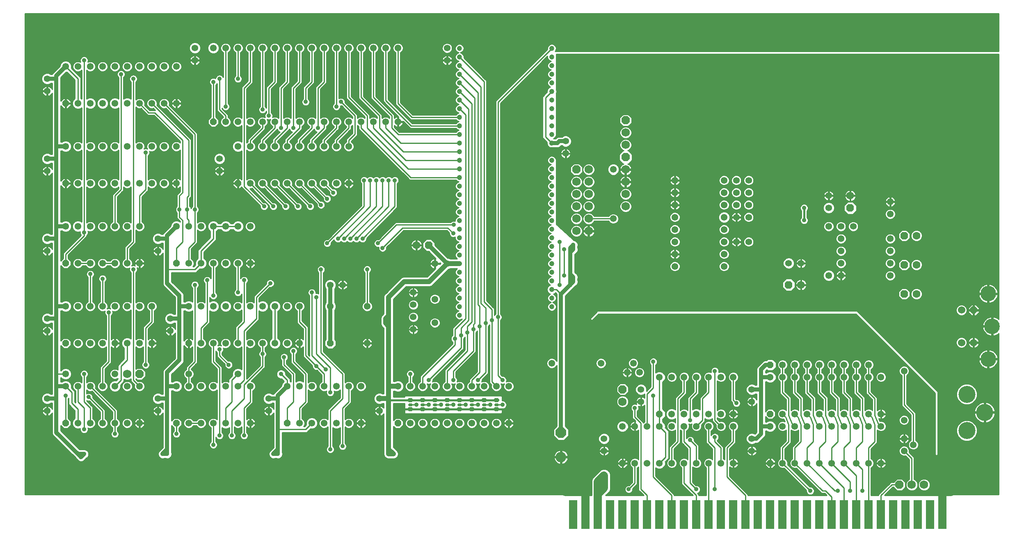
<source format=gbl>
G75*
G70*
%OFA0B0*%
%FSLAX24Y24*%
%IPPOS*%
%LPD*%
%AMOC8*
5,1,8,0,0,1.08239X$1,22.5*
%
%ADD10R,0.0650X0.2350*%
%ADD11OC8,0.0408*%
%ADD12C,0.0408*%
%ADD13C,0.0535*%
%ADD14C,0.0630*%
%ADD15OC8,0.0630*%
%ADD16C,0.0544*%
%ADD17OC8,0.0544*%
%ADD18OC8,0.0680*%
%ADD19C,0.0680*%
%ADD20C,0.1266*%
%ADD21C,0.0602*%
%ADD22OC8,0.0602*%
%ADD23C,0.1384*%
%ADD24OC8,0.0860*%
%ADD25C,0.0860*%
%ADD26C,0.2500*%
%ADD27C,0.0100*%
%ADD28C,0.0650*%
%ADD29C,0.0475*%
%ADD30C,0.0357*%
%ADD31C,0.0520*%
%ADD32C,0.0160*%
%ADD33C,0.0320*%
%ADD34C,0.0060*%
%ADD35C,0.0400*%
%ADD36C,0.0240*%
D10*
X045180Y001915D03*
X046180Y001915D03*
X047180Y001915D03*
X048180Y001915D03*
X049180Y001915D03*
X050180Y001915D03*
X051180Y001915D03*
X052180Y001915D03*
X053180Y001915D03*
X054180Y001915D03*
X055180Y001915D03*
X056180Y001915D03*
X057180Y001915D03*
X058180Y001915D03*
X059180Y001915D03*
X060180Y001915D03*
X061180Y001915D03*
X062180Y001915D03*
X063180Y001915D03*
X064180Y001915D03*
X065180Y001915D03*
X066180Y001915D03*
X067180Y001915D03*
X068180Y001915D03*
X069180Y001915D03*
X070180Y001915D03*
X071180Y001915D03*
X072180Y001915D03*
X073180Y001915D03*
X074180Y001915D03*
X075180Y001915D03*
D11*
X043430Y018125D03*
D12*
X043430Y018825D03*
X043430Y019525D03*
X043430Y020225D03*
X043430Y020925D03*
X043430Y021625D03*
X043430Y022325D03*
X043430Y023025D03*
X043430Y023725D03*
X043430Y024425D03*
X043430Y025125D03*
X043430Y025825D03*
X043430Y026525D03*
X043430Y027225D03*
X043430Y027925D03*
X043430Y028625D03*
X043430Y029325D03*
X043430Y030025D03*
X043430Y030725D03*
X043430Y031425D03*
X043430Y032125D03*
X043430Y032825D03*
X043430Y033525D03*
X043430Y034225D03*
X043430Y034925D03*
X043430Y035625D03*
X043430Y036325D03*
X043430Y037025D03*
X043430Y037725D03*
X043430Y038425D03*
X043430Y039125D03*
X043430Y039825D03*
X035930Y039825D03*
X035930Y039125D03*
X035930Y038425D03*
X035930Y037725D03*
X035930Y037025D03*
X035930Y036325D03*
X035930Y035625D03*
X035930Y034925D03*
X035930Y034225D03*
X035930Y033525D03*
X035930Y032825D03*
X035930Y032125D03*
X035930Y031425D03*
X035930Y030725D03*
X035930Y030025D03*
X035930Y029325D03*
X035930Y028625D03*
X035930Y027925D03*
X035930Y027225D03*
X035930Y026525D03*
X035930Y025825D03*
X035930Y025125D03*
X035930Y024425D03*
X035930Y023725D03*
X035930Y023025D03*
X035930Y022325D03*
X035930Y021625D03*
X035930Y020925D03*
X035930Y020225D03*
X035930Y019525D03*
X035930Y018825D03*
X035930Y018125D03*
D13*
X032180Y017975D03*
X032180Y016975D03*
X032180Y018975D03*
X032180Y019975D03*
X033930Y022325D03*
X034930Y022325D03*
X026430Y020600D03*
X025430Y020600D03*
X012430Y017850D03*
X012430Y016850D03*
X011430Y011350D03*
X011430Y010350D03*
X002430Y010350D03*
X002430Y011350D03*
X002430Y016850D03*
X002430Y017850D03*
X002430Y023350D03*
X002430Y024350D03*
X011430Y024350D03*
X011430Y023350D03*
X016430Y029850D03*
X016430Y030850D03*
X002430Y030850D03*
X002430Y029850D03*
X002430Y036350D03*
X002430Y037350D03*
X014430Y038850D03*
X014430Y039850D03*
X034930Y039850D03*
X034930Y038850D03*
X044555Y032275D03*
X044555Y031275D03*
X058430Y029100D03*
X059430Y029100D03*
X059430Y028100D03*
X058430Y028100D03*
X058430Y027100D03*
X059430Y027100D03*
X059430Y026100D03*
X058430Y026100D03*
X058430Y024100D03*
X059430Y024100D03*
X062680Y022350D03*
X063680Y022350D03*
X066930Y025350D03*
X067930Y025350D03*
X065930Y026850D03*
X065930Y027850D03*
X059680Y012100D03*
X059680Y011100D03*
X059680Y008100D03*
X059680Y007100D03*
X050680Y011100D03*
X050680Y012100D03*
X047680Y008100D03*
X047680Y007100D03*
X029430Y010350D03*
X029430Y011350D03*
X020430Y011350D03*
X020430Y010350D03*
D14*
X032430Y023825D03*
X063680Y020600D03*
X073055Y019850D03*
X073055Y022225D03*
X073055Y024600D03*
X067680Y027850D03*
D15*
X067680Y026850D03*
X072055Y024600D03*
X072055Y022225D03*
X072055Y019850D03*
X062680Y020600D03*
X033430Y023825D03*
D16*
X033930Y019436D03*
X033930Y017514D03*
X028430Y018850D03*
X025430Y018850D03*
X022930Y018850D03*
X021930Y018850D03*
X020930Y018850D03*
X019930Y018850D03*
X018930Y018850D03*
X017930Y018850D03*
X016930Y018850D03*
X015930Y018850D03*
X014930Y018850D03*
X013930Y018850D03*
X010930Y018850D03*
X009930Y018850D03*
X008930Y018850D03*
X007930Y018850D03*
X006930Y018850D03*
X005930Y018850D03*
X004930Y018850D03*
X003930Y018850D03*
X004930Y015850D03*
X005930Y015850D03*
X006930Y015850D03*
X007930Y015850D03*
X008930Y015850D03*
X009930Y015850D03*
X010930Y015850D03*
X014930Y015850D03*
X015930Y015850D03*
X016930Y015850D03*
X017930Y015850D03*
X018930Y015850D03*
X019930Y015850D03*
X020930Y015850D03*
X021930Y015850D03*
X022930Y015850D03*
X017930Y013350D03*
X017930Y012350D03*
X016930Y012350D03*
X015930Y012350D03*
X014930Y012350D03*
X013930Y012350D03*
X012930Y012350D03*
X013930Y013350D03*
X009930Y012350D03*
X008930Y012350D03*
X007930Y012350D03*
X006930Y012350D03*
X005930Y012350D03*
X004930Y012350D03*
X003930Y012350D03*
X003930Y013350D03*
X007930Y013350D03*
X007930Y009350D03*
X006930Y009350D03*
X005930Y009350D03*
X004930Y009350D03*
X008930Y009350D03*
X009930Y009350D03*
X013930Y009350D03*
X014930Y009350D03*
X015930Y009350D03*
X016930Y009350D03*
X017930Y009350D03*
X018930Y009350D03*
X022930Y009350D03*
X023930Y009350D03*
X024930Y009350D03*
X025930Y009350D03*
X026930Y009350D03*
X027930Y009350D03*
X031930Y009350D03*
X032930Y009350D03*
X033930Y009350D03*
X034930Y009350D03*
X035930Y009350D03*
X036930Y009350D03*
X037930Y009350D03*
X038930Y009350D03*
X039930Y009350D03*
X039930Y012350D03*
X038930Y012350D03*
X037930Y012350D03*
X036930Y012350D03*
X035930Y012350D03*
X034930Y012350D03*
X033930Y012350D03*
X032930Y012350D03*
X031930Y012350D03*
X030930Y012350D03*
X027930Y012350D03*
X026930Y012350D03*
X025930Y012350D03*
X024930Y012350D03*
X023930Y012350D03*
X022930Y012350D03*
X021930Y012350D03*
X018930Y012350D03*
X028430Y015850D03*
X018930Y022350D03*
X017930Y022350D03*
X016930Y022350D03*
X015930Y022350D03*
X014930Y022350D03*
X013930Y022350D03*
X009930Y022350D03*
X008930Y022350D03*
X007930Y022350D03*
X006930Y022350D03*
X005930Y022350D03*
X004930Y022350D03*
X004930Y025350D03*
X003930Y025350D03*
X005930Y025350D03*
X006930Y025350D03*
X007930Y025350D03*
X008930Y025350D03*
X009930Y025350D03*
X012930Y025350D03*
X013930Y025350D03*
X014930Y025350D03*
X015930Y025350D03*
X016930Y025350D03*
X017930Y025350D03*
X018930Y025350D03*
X018930Y028850D03*
X019930Y028850D03*
X020930Y028850D03*
X021930Y028850D03*
X022930Y028850D03*
X023930Y028850D03*
X024930Y028850D03*
X025930Y028850D03*
X026930Y028850D03*
X026930Y031850D03*
X025930Y031850D03*
X024930Y031850D03*
X023930Y031850D03*
X022930Y031850D03*
X021930Y031850D03*
X020930Y031850D03*
X019930Y031850D03*
X018930Y031850D03*
X017930Y031850D03*
X017930Y033850D03*
X016930Y033850D03*
X018930Y033850D03*
X019930Y033850D03*
X020930Y033850D03*
X021930Y033850D03*
X022930Y033850D03*
X023930Y033850D03*
X024930Y033850D03*
X025930Y033850D03*
X026930Y033850D03*
X027930Y033850D03*
X028930Y033850D03*
X029930Y033850D03*
X030930Y033850D03*
X030930Y039850D03*
X029930Y039850D03*
X028930Y039850D03*
X027930Y039850D03*
X026930Y039850D03*
X025930Y039850D03*
X024930Y039850D03*
X023930Y039850D03*
X022930Y039850D03*
X021930Y039850D03*
X020930Y039850D03*
X019930Y039850D03*
X018930Y039850D03*
X017930Y039850D03*
X016930Y039850D03*
X015930Y039850D03*
X012930Y038350D03*
X011930Y038350D03*
X010930Y038350D03*
X009930Y038350D03*
X008930Y038350D03*
X007930Y038350D03*
X006930Y038350D03*
X005930Y038350D03*
X004930Y038350D03*
X003930Y038350D03*
X004930Y035350D03*
X005930Y035350D03*
X006930Y035350D03*
X007930Y035350D03*
X008930Y035350D03*
X009930Y035350D03*
X010930Y035350D03*
X011930Y035350D03*
X012930Y035350D03*
X012930Y031850D03*
X011930Y031850D03*
X010930Y031850D03*
X009930Y031850D03*
X008930Y031850D03*
X007930Y031850D03*
X006930Y031850D03*
X005930Y031850D03*
X004930Y031850D03*
X003930Y031850D03*
X004930Y028850D03*
X005930Y028850D03*
X006930Y028850D03*
X007930Y028850D03*
X008930Y028850D03*
X009930Y028850D03*
X010930Y028850D03*
X011930Y028850D03*
X012930Y028850D03*
X043430Y014225D03*
X047430Y014225D03*
X049555Y013475D03*
X050055Y014225D03*
X050555Y013475D03*
X052180Y013100D03*
X053180Y013100D03*
X054180Y013100D03*
X055180Y013100D03*
X056180Y013100D03*
X057180Y013100D03*
X058180Y013100D03*
X061180Y013100D03*
X062180Y013100D03*
X063180Y013100D03*
X064180Y013100D03*
X065180Y013100D03*
X066180Y013100D03*
X066180Y014100D03*
X065180Y014100D03*
X064180Y014100D03*
X063180Y014100D03*
X062180Y014100D03*
X067180Y014100D03*
X068180Y014100D03*
X069180Y014100D03*
X069180Y013100D03*
X068180Y013100D03*
X067180Y013100D03*
X070180Y013100D03*
X072055Y013600D03*
X070180Y010100D03*
X069180Y010100D03*
X068180Y010100D03*
X067180Y010100D03*
X066180Y010100D03*
X065180Y010100D03*
X064180Y010100D03*
X063180Y010100D03*
X062180Y010100D03*
X062180Y009100D03*
X061180Y009100D03*
X063180Y009100D03*
X064180Y009100D03*
X065180Y009100D03*
X066180Y009100D03*
X067180Y009100D03*
X068180Y009100D03*
X069180Y009100D03*
X070180Y009100D03*
X072055Y009600D03*
X072055Y008100D03*
X072805Y007600D03*
X072055Y007100D03*
X070180Y006100D03*
X069180Y006100D03*
X068180Y006100D03*
X067180Y006100D03*
X066180Y006100D03*
X065180Y006100D03*
X064180Y006100D03*
X063180Y006100D03*
X062180Y006100D03*
X058180Y006100D03*
X057180Y006100D03*
X056180Y006100D03*
X055180Y006100D03*
X054180Y006100D03*
X053180Y006100D03*
X052180Y006100D03*
X051180Y006100D03*
X050180Y006100D03*
X050180Y009100D03*
X049180Y009100D03*
X051180Y009100D03*
X052180Y009100D03*
X053180Y009100D03*
X054180Y009100D03*
X055180Y009100D03*
X056180Y009100D03*
X057180Y009100D03*
X058180Y009100D03*
X058180Y010100D03*
X057180Y010100D03*
X056180Y010100D03*
X055180Y010100D03*
X054180Y010100D03*
X053180Y010100D03*
X065930Y021350D03*
X066930Y021350D03*
X066930Y022350D03*
X066930Y023350D03*
X066930Y024350D03*
X065930Y025350D03*
X070930Y024350D03*
X070930Y023350D03*
X070930Y022350D03*
X070930Y021350D03*
X070930Y026350D03*
X070930Y027350D03*
X057430Y027100D03*
X057430Y026100D03*
X057430Y025100D03*
X057430Y024100D03*
X057430Y023100D03*
X057430Y022100D03*
X053430Y022100D03*
X053430Y023100D03*
X053430Y024100D03*
X053430Y025100D03*
X053430Y026100D03*
X053430Y027100D03*
X053430Y028100D03*
X053430Y029100D03*
X057430Y029100D03*
X057430Y028100D03*
X048430Y029975D03*
X048430Y025975D03*
D17*
X025430Y015850D03*
X013930Y015850D03*
X003930Y015850D03*
X003930Y009350D03*
X012930Y009350D03*
X021930Y009350D03*
X030930Y009350D03*
X049180Y006100D03*
X052180Y010100D03*
X061180Y010100D03*
X061180Y006100D03*
X061180Y014100D03*
X017930Y028850D03*
X015930Y033850D03*
X003930Y035350D03*
X003930Y028850D03*
X003930Y022350D03*
X012930Y022350D03*
D18*
X009930Y013350D03*
X045430Y029975D03*
X049430Y030975D03*
X049430Y033975D03*
X049180Y012100D03*
X071680Y004350D03*
D19*
X072680Y004350D03*
X073680Y004350D03*
X049180Y011100D03*
X046430Y024975D03*
X045430Y024975D03*
X045430Y025975D03*
X046430Y025975D03*
X046430Y026975D03*
X045430Y026975D03*
X045430Y027975D03*
X046430Y027975D03*
X046430Y028975D03*
X045430Y028975D03*
X046430Y029975D03*
X049430Y029975D03*
X049430Y028975D03*
X049430Y027975D03*
X049430Y026975D03*
X049430Y031975D03*
X049430Y032975D03*
X008930Y013350D03*
D20*
X078886Y014564D03*
X079205Y017225D03*
X078886Y019886D03*
D21*
X076724Y018544D03*
X076724Y015906D03*
X077705Y015906D03*
D22*
X077705Y018544D03*
D23*
X077149Y011701D03*
X078605Y010225D03*
X077149Y008749D03*
D24*
X044180Y008600D03*
D25*
X044180Y006600D03*
D26*
X078180Y005100D03*
X073430Y030100D03*
X078180Y041100D03*
X002180Y041100D03*
X002180Y005100D03*
D27*
X000630Y003550D02*
X000630Y042650D01*
X079730Y042650D01*
X079730Y039605D01*
X043711Y039605D01*
X043730Y039624D01*
X043784Y039755D01*
X043784Y039895D01*
X043730Y040026D01*
X043631Y040125D01*
X043500Y040179D01*
X043360Y040179D01*
X043229Y040125D01*
X043130Y040026D01*
X043076Y039895D01*
X043076Y039755D01*
X043076Y039754D01*
X038972Y035650D01*
X038855Y035533D01*
X038855Y018239D01*
X038777Y018161D01*
X038755Y018109D01*
X038755Y018683D01*
X038638Y018800D01*
X038130Y019308D01*
X038130Y037208D01*
X038013Y037325D01*
X036284Y039054D01*
X036284Y039055D01*
X036284Y039195D01*
X036230Y039326D01*
X036131Y039425D01*
X036010Y039475D01*
X036131Y039525D01*
X036230Y039624D01*
X036284Y039755D01*
X036284Y039895D01*
X036230Y040026D01*
X036131Y040125D01*
X036000Y040179D01*
X035860Y040179D01*
X035729Y040125D01*
X035630Y040026D01*
X035576Y039895D01*
X035576Y039755D01*
X035630Y039624D01*
X035729Y039525D01*
X035850Y039475D01*
X035729Y039425D01*
X035630Y039326D01*
X035576Y039195D01*
X035576Y039055D01*
X035630Y038924D01*
X035729Y038825D01*
X035850Y038775D01*
X035729Y038725D01*
X035630Y038626D01*
X035576Y038495D01*
X035576Y038355D01*
X035630Y038224D01*
X035729Y038125D01*
X035850Y038075D01*
X035729Y038025D01*
X035630Y037926D01*
X035576Y037795D01*
X035576Y037655D01*
X035630Y037524D01*
X035729Y037425D01*
X035850Y037375D01*
X035729Y037325D01*
X035630Y037226D01*
X035576Y037095D01*
X035576Y036955D01*
X035630Y036824D01*
X035729Y036725D01*
X035850Y036675D01*
X035729Y036625D01*
X035630Y036526D01*
X035576Y036395D01*
X035576Y036255D01*
X035630Y036124D01*
X035729Y036025D01*
X035850Y035975D01*
X035729Y035925D01*
X035630Y035826D01*
X035576Y035695D01*
X035576Y035555D01*
X035630Y035424D01*
X035729Y035325D01*
X035850Y035275D01*
X035729Y035225D01*
X035630Y035126D01*
X035576Y034995D01*
X035576Y034855D01*
X035630Y034724D01*
X035729Y034625D01*
X035850Y034575D01*
X035729Y034525D01*
X035630Y034426D01*
X035630Y034425D01*
X032138Y034425D01*
X031130Y035433D01*
X031130Y039476D01*
X031169Y039492D01*
X031288Y039611D01*
X031352Y039766D01*
X031352Y039934D01*
X031288Y040089D01*
X031169Y040208D01*
X031014Y040272D01*
X030846Y040272D01*
X030691Y040208D01*
X030572Y040089D01*
X030508Y039934D01*
X030508Y039766D01*
X030572Y039611D01*
X030691Y039492D01*
X030730Y039476D01*
X030730Y035267D01*
X031972Y034025D01*
X035630Y034025D01*
X035630Y034024D01*
X035729Y033925D01*
X035850Y033875D01*
X035729Y033825D01*
X035630Y033726D01*
X035630Y033725D01*
X032088Y033725D01*
X030130Y035683D01*
X030130Y039476D01*
X030169Y039492D01*
X030288Y039611D01*
X030352Y039766D01*
X030352Y039934D01*
X030288Y040089D01*
X030169Y040208D01*
X030014Y040272D01*
X029846Y040272D01*
X029691Y040208D01*
X029572Y040089D01*
X029508Y039934D01*
X029508Y039766D01*
X029572Y039611D01*
X029691Y039492D01*
X029730Y039476D01*
X029730Y035517D01*
X030977Y034270D01*
X030963Y034272D01*
X030960Y034272D01*
X030960Y033880D01*
X031352Y033880D01*
X031352Y033883D01*
X031350Y033897D01*
X031805Y033442D01*
X031922Y033325D01*
X035630Y033325D01*
X035630Y033324D01*
X035729Y033225D01*
X035850Y033175D01*
X035729Y033125D01*
X035630Y033026D01*
X035630Y033025D01*
X031038Y033025D01*
X030630Y033433D01*
X030630Y033553D01*
X030655Y033528D01*
X030709Y033489D01*
X030768Y033459D01*
X030831Y033438D01*
X030897Y033428D01*
X030900Y033428D01*
X030900Y033820D01*
X030960Y033820D01*
X030960Y033880D01*
X030900Y033880D01*
X030900Y034272D01*
X030897Y034272D01*
X030831Y034262D01*
X030768Y034241D01*
X030709Y034211D01*
X030655Y034172D01*
X030630Y034147D01*
X030630Y034433D01*
X029130Y035933D01*
X029130Y039476D01*
X029169Y039492D01*
X029288Y039611D01*
X029352Y039766D01*
X029352Y039934D01*
X029288Y040089D01*
X029169Y040208D01*
X029014Y040272D01*
X028846Y040272D01*
X028691Y040208D01*
X028572Y040089D01*
X028508Y039934D01*
X028508Y039766D01*
X028572Y039611D01*
X028691Y039492D01*
X028730Y039476D01*
X028730Y035767D01*
X028847Y035650D01*
X030230Y034267D01*
X030230Y034147D01*
X030169Y034208D01*
X030014Y034272D01*
X029846Y034272D01*
X029691Y034208D01*
X029630Y034147D01*
X029630Y034433D01*
X028130Y035933D01*
X028130Y039476D01*
X028169Y039492D01*
X028288Y039611D01*
X028352Y039766D01*
X028352Y039934D01*
X028288Y040089D01*
X028169Y040208D01*
X028014Y040272D01*
X027846Y040272D01*
X027691Y040208D01*
X027572Y040089D01*
X027508Y039934D01*
X027508Y039766D01*
X027572Y039611D01*
X027691Y039492D01*
X027730Y039476D01*
X027730Y035767D01*
X027847Y035650D01*
X029230Y034267D01*
X029230Y034147D01*
X029169Y034208D01*
X029014Y034272D01*
X028846Y034272D01*
X028691Y034208D01*
X028630Y034147D01*
X028630Y034433D01*
X027130Y035933D01*
X027130Y039476D01*
X027169Y039492D01*
X027288Y039611D01*
X027352Y039766D01*
X027352Y039934D01*
X027288Y040089D01*
X027169Y040208D01*
X027014Y040272D01*
X026846Y040272D01*
X026691Y040208D01*
X026572Y040089D01*
X026508Y039934D01*
X026508Y039766D01*
X026572Y039611D01*
X026691Y039492D01*
X026730Y039476D01*
X026730Y035767D01*
X026847Y035650D01*
X028230Y034267D01*
X028230Y034147D01*
X028169Y034208D01*
X028014Y034272D01*
X027846Y034272D01*
X027691Y034208D01*
X027630Y034147D01*
X027630Y034433D01*
X027513Y034550D01*
X026633Y035429D01*
X026633Y035540D01*
X026583Y035661D01*
X026491Y035753D01*
X026370Y035803D01*
X026240Y035803D01*
X026130Y035758D01*
X026130Y039476D01*
X026169Y039492D01*
X026288Y039611D01*
X026352Y039766D01*
X026352Y039934D01*
X026288Y040089D01*
X026169Y040208D01*
X026014Y040272D01*
X025846Y040272D01*
X025691Y040208D01*
X025572Y040089D01*
X025508Y039934D01*
X025508Y039766D01*
X025572Y039611D01*
X025691Y039492D01*
X025730Y039476D01*
X025730Y035364D01*
X025652Y035286D01*
X025602Y035165D01*
X025602Y035035D01*
X025652Y034914D01*
X025744Y034822D01*
X025865Y034772D01*
X025995Y034772D01*
X026116Y034822D01*
X026208Y034914D01*
X026258Y035035D01*
X026258Y035147D01*
X026351Y035147D01*
X027230Y034267D01*
X027230Y034147D01*
X027169Y034208D01*
X027014Y034272D01*
X026846Y034272D01*
X026691Y034208D01*
X026572Y034089D01*
X026508Y033934D01*
X026508Y033766D01*
X026572Y033611D01*
X026691Y033492D01*
X026730Y033476D01*
X026730Y033433D01*
X025730Y032433D01*
X025730Y032224D01*
X025691Y032208D01*
X025572Y032089D01*
X025508Y031934D01*
X025508Y031766D01*
X025572Y031611D01*
X025691Y031492D01*
X025846Y031428D01*
X026014Y031428D01*
X026169Y031492D01*
X026288Y031611D01*
X026352Y031766D01*
X026352Y031934D01*
X026288Y032089D01*
X026169Y032208D01*
X026130Y032224D01*
X026130Y032267D01*
X027013Y033150D01*
X027130Y033267D01*
X027130Y033476D01*
X027169Y033492D01*
X027230Y033553D01*
X027230Y032933D01*
X026847Y032550D01*
X026730Y032433D01*
X026730Y032224D01*
X026691Y032208D01*
X026572Y032089D01*
X026508Y031934D01*
X026508Y031766D01*
X026572Y031611D01*
X026691Y031492D01*
X026846Y031428D01*
X027014Y031428D01*
X027169Y031492D01*
X027288Y031611D01*
X027352Y031766D01*
X027352Y031934D01*
X027288Y032089D01*
X027169Y032208D01*
X027130Y032224D01*
X027130Y032267D01*
X027630Y032767D01*
X027630Y033553D01*
X027691Y033492D01*
X027730Y033476D01*
X027730Y033267D01*
X027847Y033150D01*
X027847Y033150D01*
X031755Y029242D01*
X031872Y029125D01*
X035630Y029125D01*
X035630Y029124D01*
X035729Y029025D01*
X035850Y028975D01*
X035729Y028925D01*
X035630Y028826D01*
X035576Y028695D01*
X035576Y028555D01*
X035630Y028424D01*
X035729Y028325D01*
X035850Y028275D01*
X035729Y028225D01*
X035630Y028126D01*
X035576Y027995D01*
X035576Y027855D01*
X035630Y027724D01*
X035729Y027625D01*
X035850Y027575D01*
X035729Y027525D01*
X035630Y027426D01*
X035576Y027295D01*
X035576Y027155D01*
X035630Y027024D01*
X035729Y026925D01*
X035850Y026875D01*
X035729Y026825D01*
X035630Y026726D01*
X035576Y026595D01*
X035576Y026455D01*
X035630Y026324D01*
X035729Y026225D01*
X035850Y026175D01*
X035729Y026125D01*
X035630Y026026D01*
X035576Y025895D01*
X035576Y025780D01*
X035520Y025803D01*
X035390Y025803D01*
X035269Y025753D01*
X035191Y025675D01*
X030722Y025675D01*
X029351Y024303D01*
X029240Y024303D01*
X029119Y024253D01*
X029027Y024161D01*
X028977Y024040D01*
X028977Y023910D01*
X029027Y023789D01*
X029119Y023697D01*
X029240Y023647D01*
X029352Y023647D01*
X029352Y023535D01*
X029402Y023414D01*
X029494Y023322D01*
X029615Y023272D01*
X029745Y023272D01*
X029866Y023322D01*
X029958Y023414D01*
X030008Y023535D01*
X030008Y023646D01*
X031388Y025025D01*
X034897Y025025D01*
X035102Y024821D01*
X035102Y024710D01*
X035152Y024589D01*
X035244Y024497D01*
X035365Y024447D01*
X035495Y024447D01*
X035576Y024480D01*
X035576Y024355D01*
X035630Y024224D01*
X035729Y024125D01*
X035850Y024075D01*
X035729Y024025D01*
X035630Y023926D01*
X035576Y023795D01*
X035576Y023655D01*
X035630Y023524D01*
X035729Y023425D01*
X035850Y023375D01*
X035729Y023325D01*
X035630Y023226D01*
X035576Y023095D01*
X035576Y022955D01*
X035630Y022824D01*
X035729Y022725D01*
X035187Y022725D01*
X035023Y022793D01*
X034971Y022793D01*
X033945Y023819D01*
X033945Y024038D01*
X033643Y024340D01*
X033217Y024340D01*
X032915Y024038D01*
X032915Y023612D01*
X033217Y023310D01*
X033436Y023310D01*
X034011Y022735D01*
X033963Y022743D01*
X033959Y022743D01*
X033959Y022354D01*
X034348Y022354D01*
X034348Y022358D01*
X034340Y022406D01*
X034393Y022353D01*
X034336Y022296D01*
X033959Y022296D01*
X033959Y022354D01*
X033901Y022354D01*
X033901Y022743D01*
X033897Y022743D01*
X033832Y022732D01*
X033770Y022712D01*
X033711Y022682D01*
X033658Y022644D01*
X033611Y022597D01*
X033573Y022544D01*
X033543Y022485D01*
X033523Y022423D01*
X033512Y022358D01*
X033512Y022354D01*
X033901Y022354D01*
X033901Y022296D01*
X033959Y022296D01*
X033959Y021919D01*
X033289Y021250D01*
X031350Y021250D01*
X031203Y021189D01*
X031091Y021077D01*
X029953Y019939D01*
X029841Y019827D01*
X029780Y019680D01*
X029780Y018266D01*
X029703Y018189D01*
X029591Y018077D01*
X029530Y017930D01*
X029530Y017395D01*
X029591Y017248D01*
X029780Y017059D01*
X029780Y011750D01*
X029687Y011750D01*
X029523Y011818D01*
X029337Y011818D01*
X029165Y011747D01*
X029033Y011615D01*
X028962Y011443D01*
X028962Y011257D01*
X029033Y011085D01*
X029165Y010953D01*
X029337Y010882D01*
X029523Y010882D01*
X029687Y010950D01*
X029780Y010950D01*
X029780Y010579D01*
X029749Y010622D01*
X029702Y010669D01*
X029649Y010707D01*
X029590Y010737D01*
X029528Y010757D01*
X029463Y010768D01*
X029459Y010768D01*
X029459Y010379D01*
X029401Y010379D01*
X029401Y010768D01*
X029397Y010768D01*
X029332Y010757D01*
X029270Y010737D01*
X029211Y010707D01*
X029158Y010669D01*
X029111Y010622D01*
X029073Y010569D01*
X029043Y010510D01*
X029023Y010448D01*
X029012Y010383D01*
X029012Y010379D01*
X029401Y010379D01*
X029401Y010321D01*
X029459Y010321D01*
X029459Y009932D01*
X029463Y009932D01*
X029528Y009943D01*
X029590Y009963D01*
X029649Y009993D01*
X029702Y010031D01*
X029749Y010078D01*
X029780Y010121D01*
X029780Y006770D01*
X029841Y006623D01*
X029953Y006511D01*
X030100Y006450D01*
X030635Y006450D01*
X030782Y006511D01*
X030894Y006623D01*
X030955Y006770D01*
X030955Y006930D01*
X030894Y007077D01*
X030782Y007189D01*
X030580Y007391D01*
X030580Y009103D01*
X030755Y008928D01*
X031105Y008928D01*
X031352Y009175D01*
X031352Y009525D01*
X031105Y009772D01*
X030755Y009772D01*
X030580Y009597D01*
X030580Y010945D01*
X031455Y010945D01*
X031455Y010184D01*
X031514Y010125D01*
X039346Y010125D01*
X039405Y010184D01*
X039405Y010522D01*
X039495Y010522D01*
X039616Y010572D01*
X039708Y010664D01*
X039758Y010785D01*
X039758Y010915D01*
X039708Y011036D01*
X039616Y011128D01*
X039495Y011178D01*
X039405Y011178D01*
X039405Y011516D01*
X039346Y011575D01*
X039088Y011575D01*
X039064Y011585D01*
X038796Y011585D01*
X038772Y011575D01*
X038088Y011575D01*
X038064Y011585D01*
X037796Y011585D01*
X037772Y011575D01*
X037088Y011575D01*
X037064Y011585D01*
X036796Y011585D01*
X036772Y011575D01*
X036088Y011575D01*
X036064Y011585D01*
X035796Y011585D01*
X035772Y011575D01*
X035088Y011575D01*
X035064Y011585D01*
X034796Y011585D01*
X034772Y011575D01*
X034088Y011575D01*
X034064Y011585D01*
X033796Y011585D01*
X033772Y011575D01*
X033088Y011575D01*
X033064Y011585D01*
X032796Y011585D01*
X032772Y011575D01*
X032088Y011575D01*
X032064Y011585D01*
X031796Y011585D01*
X031772Y011575D01*
X031514Y011575D01*
X031455Y011516D01*
X031455Y011505D01*
X030580Y011505D01*
X030580Y011950D01*
X030662Y011950D01*
X030663Y011950D01*
X030836Y011878D01*
X031024Y011878D01*
X031197Y011950D01*
X031330Y012083D01*
X031402Y012256D01*
X031402Y012444D01*
X031330Y012617D01*
X031197Y012750D01*
X031024Y012822D01*
X030836Y012822D01*
X030663Y012750D01*
X030662Y012750D01*
X030580Y012750D01*
X030580Y019434D01*
X031596Y020450D01*
X033535Y020450D01*
X033682Y020511D01*
X035031Y021861D01*
X035187Y021925D01*
X035729Y021925D01*
X035630Y021826D01*
X035576Y021695D01*
X035576Y021555D01*
X035630Y021424D01*
X035729Y021325D01*
X035850Y021275D01*
X035729Y021225D01*
X035630Y021126D01*
X034296Y021126D01*
X034395Y021224D02*
X035728Y021224D01*
X035735Y021323D02*
X034493Y021323D01*
X034592Y021421D02*
X035633Y021421D01*
X035591Y021520D02*
X034690Y021520D01*
X034789Y021618D02*
X035576Y021618D01*
X035585Y021717D02*
X034887Y021717D01*
X034986Y021815D02*
X035626Y021815D01*
X035718Y021914D02*
X035159Y021914D01*
X034347Y022308D02*
X033959Y022308D01*
X033901Y022308D02*
X019351Y022308D01*
X019352Y022317D02*
X019352Y022320D01*
X018960Y022320D01*
X018960Y022380D01*
X018900Y022380D01*
X018900Y022772D01*
X018897Y022772D01*
X018831Y022762D01*
X018768Y022741D01*
X018709Y022711D01*
X018655Y022672D01*
X018608Y022625D01*
X018569Y022571D01*
X018539Y022512D01*
X018518Y022449D01*
X018508Y022383D01*
X018508Y022380D01*
X018900Y022380D01*
X018900Y022320D01*
X018508Y022320D01*
X018508Y022317D01*
X018518Y022251D01*
X018539Y022188D01*
X018569Y022129D01*
X018608Y022075D01*
X018655Y022028D01*
X018709Y021989D01*
X018768Y021959D01*
X018831Y021938D01*
X018897Y021928D01*
X018900Y021928D01*
X018900Y022320D01*
X018960Y022320D01*
X018960Y021928D01*
X018963Y021928D01*
X019029Y021938D01*
X019092Y021959D01*
X019151Y021989D01*
X019205Y022028D01*
X019252Y022075D01*
X019291Y022129D01*
X019321Y022188D01*
X019342Y022251D01*
X019352Y022317D01*
X019352Y022380D02*
X019352Y022383D01*
X019342Y022449D01*
X019321Y022512D01*
X019291Y022571D01*
X019252Y022625D01*
X019205Y022672D01*
X019151Y022711D01*
X019092Y022741D01*
X019029Y022762D01*
X018963Y022772D01*
X018960Y022772D01*
X018960Y022380D01*
X019352Y022380D01*
X019348Y022406D02*
X033520Y022406D01*
X033553Y022505D02*
X019324Y022505D01*
X019268Y022603D02*
X033617Y022603D01*
X033749Y022702D02*
X019164Y022702D01*
X018960Y022702D02*
X018900Y022702D01*
X018900Y022603D02*
X018960Y022603D01*
X018960Y022505D02*
X018900Y022505D01*
X018900Y022406D02*
X018960Y022406D01*
X018960Y022308D02*
X018900Y022308D01*
X018900Y022209D02*
X018960Y022209D01*
X018960Y022111D02*
X018900Y022111D01*
X018900Y022012D02*
X018960Y022012D01*
X019183Y022012D02*
X024392Y022012D01*
X024402Y022036D02*
X024352Y021915D01*
X024352Y021785D01*
X024402Y021664D01*
X024480Y021586D01*
X024480Y019883D01*
X024370Y019928D01*
X024258Y019928D01*
X024258Y020040D01*
X024208Y020161D01*
X024116Y020253D01*
X023995Y020303D01*
X023865Y020303D01*
X023744Y020253D01*
X023652Y020161D01*
X023602Y020040D01*
X023602Y019910D01*
X023652Y019789D01*
X023730Y019711D01*
X023730Y014833D01*
X023630Y014933D01*
X023630Y017183D01*
X023130Y017683D01*
X023130Y018476D01*
X023169Y018492D01*
X023288Y018611D01*
X023352Y018766D01*
X023352Y018934D01*
X023288Y019089D01*
X023169Y019208D01*
X023014Y019272D01*
X022846Y019272D01*
X022691Y019208D01*
X022572Y019089D01*
X022508Y018934D01*
X022508Y018766D01*
X022572Y018611D01*
X022691Y018492D01*
X022730Y018476D01*
X022730Y017517D01*
X022847Y017400D01*
X023230Y017017D01*
X023230Y016147D01*
X023205Y016172D01*
X023151Y016211D01*
X023092Y016241D01*
X023029Y016262D01*
X022963Y016272D01*
X022960Y016272D01*
X022960Y015880D01*
X022900Y015880D01*
X022900Y016272D01*
X022897Y016272D01*
X022831Y016262D01*
X022768Y016241D01*
X022709Y016211D01*
X022655Y016172D01*
X022608Y016125D01*
X022569Y016071D01*
X022539Y016012D01*
X022518Y015949D01*
X022508Y015883D01*
X022508Y015880D01*
X022900Y015880D01*
X022900Y015820D01*
X022960Y015820D01*
X022960Y015428D01*
X022963Y015428D01*
X023029Y015438D01*
X023092Y015459D01*
X023151Y015489D01*
X023205Y015528D01*
X023230Y015553D01*
X023230Y014767D01*
X023347Y014650D01*
X023977Y014021D01*
X023977Y013910D01*
X024027Y013789D01*
X024119Y013697D01*
X024240Y013647D01*
X024351Y013647D01*
X024730Y013267D01*
X024730Y012724D01*
X024691Y012708D01*
X024572Y012589D01*
X024508Y012434D01*
X024508Y012266D01*
X024572Y012111D01*
X024691Y011992D01*
X024846Y011928D01*
X025014Y011928D01*
X025126Y011974D01*
X025102Y011915D01*
X025102Y011785D01*
X025152Y011664D01*
X025244Y011572D01*
X025365Y011522D01*
X025495Y011522D01*
X025616Y011572D01*
X025708Y011664D01*
X025758Y011785D01*
X025758Y011915D01*
X025734Y011974D01*
X025846Y011928D01*
X026014Y011928D01*
X026169Y011992D01*
X026230Y012053D01*
X026230Y011433D01*
X025347Y010550D01*
X025230Y010433D01*
X025230Y009647D01*
X025169Y009708D01*
X025014Y009772D01*
X024846Y009772D01*
X024691Y009708D01*
X024572Y009589D01*
X024508Y009434D01*
X024508Y009266D01*
X024572Y009111D01*
X024691Y008992D01*
X024846Y008928D01*
X025014Y008928D01*
X025169Y008992D01*
X025230Y009053D01*
X025230Y007489D01*
X025152Y007411D01*
X025102Y007290D01*
X025102Y007160D01*
X025152Y007039D01*
X025244Y006947D01*
X025365Y006897D01*
X025495Y006897D01*
X025616Y006947D01*
X025708Y007039D01*
X025758Y007160D01*
X025758Y007290D01*
X025708Y007411D01*
X025630Y007489D01*
X025630Y008982D01*
X025663Y008950D01*
X025836Y008878D01*
X026024Y008878D01*
X026197Y008950D01*
X026230Y008982D01*
X026230Y007739D01*
X026152Y007661D01*
X026102Y007540D01*
X026102Y007410D01*
X026152Y007289D01*
X026244Y007197D01*
X026365Y007147D01*
X026495Y007147D01*
X026616Y007197D01*
X026708Y007289D01*
X026758Y007410D01*
X026758Y007540D01*
X026708Y007661D01*
X026630Y007739D01*
X026630Y009053D01*
X026691Y008992D01*
X026846Y008928D01*
X027014Y008928D01*
X027169Y008992D01*
X027288Y009111D01*
X027352Y009266D01*
X027352Y009434D01*
X027288Y009589D01*
X027169Y009708D01*
X027014Y009772D01*
X026846Y009772D01*
X026691Y009708D01*
X026630Y009647D01*
X026630Y010517D01*
X027130Y011017D01*
X027130Y011976D01*
X027169Y011992D01*
X027288Y012111D01*
X027352Y012266D01*
X027352Y012434D01*
X027288Y012589D01*
X027169Y012708D01*
X027014Y012772D01*
X026846Y012772D01*
X026691Y012708D01*
X026630Y012647D01*
X026630Y013433D01*
X026513Y013550D01*
X024880Y015183D01*
X024880Y021586D01*
X024958Y021664D01*
X025008Y021785D01*
X025008Y021915D01*
X024958Y022036D01*
X024866Y022128D01*
X024745Y022178D01*
X024615Y022178D01*
X024494Y022128D01*
X024402Y022036D01*
X024476Y022111D02*
X019278Y022111D01*
X019328Y022209D02*
X033528Y022209D01*
X033523Y022227D02*
X033543Y022165D01*
X033573Y022106D01*
X033611Y022053D01*
X033658Y022006D01*
X033711Y021968D01*
X033770Y021938D01*
X033832Y021918D01*
X033897Y021907D01*
X033901Y021907D01*
X033901Y022296D01*
X033512Y022296D01*
X033512Y022292D01*
X033523Y022227D01*
X033570Y022111D02*
X028634Y022111D01*
X028616Y022128D02*
X028495Y022178D01*
X028365Y022178D01*
X028244Y022128D01*
X028152Y022036D01*
X028102Y021915D01*
X028102Y021785D01*
X028152Y021664D01*
X028230Y021586D01*
X028230Y019224D01*
X028191Y019208D01*
X028072Y019089D01*
X028008Y018934D01*
X028008Y018766D01*
X028072Y018611D01*
X028191Y018492D01*
X028346Y018428D01*
X028514Y018428D01*
X028669Y018492D01*
X028788Y018611D01*
X028852Y018766D01*
X028852Y018934D01*
X028788Y019089D01*
X028669Y019208D01*
X028630Y019224D01*
X028630Y021586D01*
X028708Y021664D01*
X028758Y021785D01*
X028758Y021915D01*
X028708Y022036D01*
X028616Y022128D01*
X028718Y022012D02*
X033652Y022012D01*
X033858Y021914D02*
X028758Y021914D01*
X028758Y021815D02*
X033854Y021815D01*
X033901Y021914D02*
X033953Y021914D01*
X033959Y022012D02*
X033901Y022012D01*
X033901Y022111D02*
X033959Y022111D01*
X033959Y022209D02*
X033901Y022209D01*
X033901Y022406D02*
X033959Y022406D01*
X033959Y022505D02*
X033901Y022505D01*
X033901Y022603D02*
X033959Y022603D01*
X033959Y022702D02*
X033901Y022702D01*
X033946Y022800D02*
X015180Y022800D01*
X015180Y022757D02*
X015180Y023246D01*
X016142Y024208D01*
X016180Y024300D01*
X016180Y024943D01*
X016197Y024950D01*
X016330Y025083D01*
X016337Y025100D01*
X016523Y025100D01*
X016530Y025083D01*
X016663Y024950D01*
X016836Y024878D01*
X017024Y024878D01*
X017197Y024950D01*
X017330Y025083D01*
X017337Y025100D01*
X017523Y025100D01*
X017530Y025083D01*
X017663Y024950D01*
X017836Y024878D01*
X018024Y024878D01*
X018197Y024950D01*
X018330Y025083D01*
X018402Y025256D01*
X018402Y025444D01*
X018330Y025617D01*
X018197Y025750D01*
X018024Y025822D01*
X017836Y025822D01*
X017663Y025750D01*
X017530Y025617D01*
X017523Y025600D01*
X017337Y025600D01*
X017330Y025617D01*
X017197Y025750D01*
X017024Y025822D01*
X016836Y025822D01*
X016663Y025750D01*
X016530Y025617D01*
X016523Y025600D01*
X016337Y025600D01*
X016330Y025617D01*
X016197Y025750D01*
X016024Y025822D01*
X015836Y025822D01*
X015663Y025750D01*
X015530Y025617D01*
X015458Y025444D01*
X015458Y025256D01*
X015530Y025083D01*
X015663Y024950D01*
X015680Y024943D01*
X015680Y024454D01*
X014788Y023562D01*
X014718Y023492D01*
X014680Y023400D01*
X014680Y022757D01*
X014663Y022750D01*
X014530Y022617D01*
X014458Y022444D01*
X014458Y022256D01*
X014465Y022239D01*
X014326Y022100D01*
X014277Y022100D01*
X014288Y022111D01*
X014352Y022266D01*
X014352Y022434D01*
X014288Y022589D01*
X014169Y022708D01*
X014130Y022724D01*
X014130Y023517D01*
X014513Y023900D01*
X014630Y024017D01*
X014630Y025053D01*
X014691Y024992D01*
X014846Y024928D01*
X015014Y024928D01*
X015169Y024992D01*
X015288Y025111D01*
X015352Y025266D01*
X015352Y025434D01*
X015288Y025589D01*
X015169Y025708D01*
X015014Y025772D01*
X014846Y025772D01*
X014691Y025708D01*
X014630Y025647D01*
X014630Y026461D01*
X014708Y026539D01*
X014758Y026660D01*
X014758Y026790D01*
X014708Y026911D01*
X014630Y026989D01*
X014630Y032933D01*
X014513Y033050D01*
X014513Y033050D01*
X012336Y035227D01*
X012352Y035266D01*
X012352Y035434D01*
X012288Y035589D01*
X012169Y035708D01*
X012014Y035772D01*
X011846Y035772D01*
X011691Y035708D01*
X011572Y035589D01*
X011508Y035434D01*
X011508Y035266D01*
X011572Y035111D01*
X011691Y034992D01*
X011846Y034928D01*
X012014Y034928D01*
X012053Y034944D01*
X014230Y032767D01*
X014230Y026989D01*
X014152Y026911D01*
X014118Y026829D01*
X014083Y026911D01*
X014005Y026989D01*
X014005Y027642D01*
X014013Y027650D01*
X014130Y027767D01*
X014130Y032433D01*
X011336Y035227D01*
X011352Y035266D01*
X011352Y035434D01*
X011288Y035589D01*
X011169Y035708D01*
X011014Y035772D01*
X010846Y035772D01*
X010691Y035708D01*
X010572Y035589D01*
X010508Y035434D01*
X010508Y035266D01*
X010572Y035111D01*
X010691Y034992D01*
X010846Y034928D01*
X011014Y034928D01*
X011053Y034944D01*
X011197Y034800D01*
X010763Y034800D01*
X010336Y035227D01*
X010352Y035266D01*
X010352Y035434D01*
X010288Y035589D01*
X010169Y035708D01*
X010014Y035772D01*
X009846Y035772D01*
X009691Y035708D01*
X009630Y035647D01*
X009630Y037086D01*
X009708Y037164D01*
X009758Y037285D01*
X009758Y037415D01*
X009708Y037536D01*
X009616Y037628D01*
X009495Y037678D01*
X009365Y037678D01*
X009244Y037628D01*
X009152Y037536D01*
X009102Y037415D01*
X009102Y037285D01*
X009152Y037164D01*
X009230Y037086D01*
X009230Y035718D01*
X009197Y035750D01*
X009024Y035822D01*
X008836Y035822D01*
X008663Y035750D01*
X008630Y035718D01*
X008630Y037461D01*
X008708Y037539D01*
X008758Y037660D01*
X008758Y037790D01*
X008708Y037911D01*
X008616Y038003D01*
X008495Y038053D01*
X008365Y038053D01*
X008244Y038003D01*
X008152Y037911D01*
X008102Y037790D01*
X008102Y037660D01*
X008152Y037539D01*
X008230Y037461D01*
X008230Y035718D01*
X008197Y035750D01*
X008024Y035822D01*
X007836Y035822D01*
X007663Y035750D01*
X007530Y035617D01*
X007458Y035444D01*
X007458Y035256D01*
X007530Y035083D01*
X007663Y034950D01*
X007836Y034878D01*
X008024Y034878D01*
X008197Y034950D01*
X008230Y034982D01*
X008230Y032147D01*
X008169Y032208D01*
X008014Y032272D01*
X007846Y032272D01*
X007691Y032208D01*
X007572Y032089D01*
X007508Y031934D01*
X007508Y031766D01*
X007572Y031611D01*
X007691Y031492D01*
X007846Y031428D01*
X008014Y031428D01*
X008169Y031492D01*
X008230Y031553D01*
X008230Y029147D01*
X008169Y029208D01*
X008014Y029272D01*
X007846Y029272D01*
X007691Y029208D01*
X007572Y029089D01*
X007508Y028934D01*
X007508Y028766D01*
X007572Y028611D01*
X007691Y028492D01*
X007846Y028428D01*
X008014Y028428D01*
X008169Y028492D01*
X008230Y028553D01*
X008230Y028433D01*
X007730Y027933D01*
X007730Y025724D01*
X007691Y025708D01*
X007572Y025589D01*
X007508Y025434D01*
X007508Y025266D01*
X007572Y025111D01*
X007691Y024992D01*
X007846Y024928D01*
X008014Y024928D01*
X008169Y024992D01*
X008288Y025111D01*
X008352Y025266D01*
X008352Y025434D01*
X008288Y025589D01*
X008169Y025708D01*
X008130Y025724D01*
X008130Y027767D01*
X008513Y028150D01*
X008630Y028267D01*
X008630Y028553D01*
X008691Y028492D01*
X008846Y028428D01*
X009014Y028428D01*
X009169Y028492D01*
X009230Y028553D01*
X009230Y025647D01*
X009169Y025708D01*
X009014Y025772D01*
X008846Y025772D01*
X008691Y025708D01*
X008572Y025589D01*
X008508Y025434D01*
X008508Y025266D01*
X008572Y025111D01*
X008691Y024992D01*
X008846Y024928D01*
X009014Y024928D01*
X009169Y024992D01*
X009230Y025053D01*
X009230Y024183D01*
X008730Y023683D01*
X008730Y022724D01*
X008691Y022708D01*
X008572Y022589D01*
X008508Y022434D01*
X008508Y022266D01*
X008572Y022111D01*
X008691Y021992D01*
X008846Y021928D01*
X009014Y021928D01*
X009126Y021974D01*
X009102Y021915D01*
X009102Y021785D01*
X009152Y021664D01*
X009230Y021586D01*
X009230Y019147D01*
X009169Y019208D01*
X009014Y019272D01*
X008846Y019272D01*
X008691Y019208D01*
X008572Y019089D01*
X008508Y018934D01*
X008508Y018766D01*
X008572Y018611D01*
X008691Y018492D01*
X008846Y018428D01*
X009014Y018428D01*
X009169Y018492D01*
X009230Y018553D01*
X009230Y016218D01*
X009197Y016250D01*
X009024Y016322D01*
X008836Y016322D01*
X008663Y016250D01*
X008530Y016117D01*
X008458Y015944D01*
X008458Y015756D01*
X008530Y015583D01*
X008663Y015450D01*
X008680Y015443D01*
X008680Y014579D01*
X008288Y014187D01*
X008218Y014117D01*
X008180Y014025D01*
X008180Y013697D01*
X008169Y013708D01*
X008014Y013772D01*
X007846Y013772D01*
X007691Y013708D01*
X007572Y013589D01*
X007508Y013434D01*
X007508Y013266D01*
X007572Y013111D01*
X007691Y012992D01*
X007846Y012928D01*
X008014Y012928D01*
X008169Y012992D01*
X008180Y013003D01*
X008180Y012954D01*
X008041Y012815D01*
X008024Y012822D01*
X007836Y012822D01*
X007663Y012750D01*
X007530Y012617D01*
X007458Y012444D01*
X007458Y012256D01*
X007530Y012083D01*
X007663Y011950D01*
X007836Y011878D01*
X008024Y011878D01*
X008197Y011950D01*
X008330Y012083D01*
X008402Y012256D01*
X008402Y012444D01*
X008395Y012461D01*
X008572Y012638D01*
X008642Y012708D01*
X008680Y012800D01*
X008680Y012923D01*
X008833Y012860D01*
X009027Y012860D01*
X009208Y012935D01*
X009230Y012957D01*
X009230Y012767D01*
X009524Y012473D01*
X009508Y012434D01*
X009508Y012266D01*
X009572Y012111D01*
X009691Y011992D01*
X009846Y011928D01*
X010014Y011928D01*
X010169Y011992D01*
X010288Y012111D01*
X010352Y012266D01*
X010352Y012434D01*
X010288Y012589D01*
X010169Y012708D01*
X010014Y012772D01*
X009846Y012772D01*
X009807Y012756D01*
X009630Y012933D01*
X009630Y012957D01*
X009727Y012860D01*
X010133Y012860D01*
X010420Y013147D01*
X011820Y013147D01*
X011820Y013049D02*
X010321Y013049D01*
X010223Y012950D02*
X011820Y012950D01*
X011820Y012852D02*
X009711Y012852D01*
X009637Y012950D02*
X009630Y012950D01*
X009430Y012850D02*
X009930Y012350D01*
X010222Y012655D02*
X011820Y012655D01*
X011820Y012753D02*
X010060Y012753D01*
X010301Y012556D02*
X011820Y012556D01*
X011820Y012458D02*
X010342Y012458D01*
X010352Y012359D02*
X011820Y012359D01*
X011820Y012261D02*
X010350Y012261D01*
X010309Y012162D02*
X011820Y012162D01*
X011820Y012064D02*
X010240Y012064D01*
X010103Y011965D02*
X011820Y011965D01*
X011820Y011867D02*
X006696Y011867D01*
X006757Y011965D02*
X006598Y011965D01*
X006691Y011992D02*
X006846Y011928D01*
X007014Y011928D01*
X007169Y011992D01*
X007288Y012111D01*
X007352Y012266D01*
X007352Y012434D01*
X007288Y012589D01*
X007169Y012708D01*
X007130Y012724D01*
X007130Y013767D01*
X007513Y014150D01*
X007630Y014267D01*
X007630Y015553D01*
X007655Y015528D01*
X007709Y015489D01*
X007768Y015459D01*
X007831Y015438D01*
X007897Y015428D01*
X007900Y015428D01*
X007900Y015820D01*
X007960Y015820D01*
X007960Y015880D01*
X007900Y015880D01*
X007900Y016272D01*
X007897Y016272D01*
X007831Y016262D01*
X007768Y016241D01*
X007709Y016211D01*
X007655Y016172D01*
X007630Y016147D01*
X007630Y018086D01*
X007708Y018164D01*
X007758Y018285D01*
X007758Y018415D01*
X007734Y018474D01*
X007846Y018428D01*
X008014Y018428D01*
X008169Y018492D01*
X008288Y018611D01*
X008352Y018766D01*
X008352Y018934D01*
X008288Y019089D01*
X008169Y019208D01*
X008014Y019272D01*
X007846Y019272D01*
X007691Y019208D01*
X007572Y019089D01*
X007508Y018934D01*
X007508Y018766D01*
X007554Y018654D01*
X007495Y018678D01*
X007365Y018678D01*
X007306Y018654D01*
X007352Y018766D01*
X007352Y018934D01*
X007288Y019089D01*
X007169Y019208D01*
X007130Y019224D01*
X007130Y020836D01*
X007208Y020914D01*
X007258Y021035D01*
X007258Y021165D01*
X007208Y021286D01*
X007116Y021378D01*
X006995Y021428D01*
X006865Y021428D01*
X006744Y021378D01*
X006652Y021286D01*
X006602Y021165D01*
X006602Y021035D01*
X006652Y020914D01*
X006730Y020836D01*
X006730Y019224D01*
X006691Y019208D01*
X006572Y019089D01*
X006508Y018934D01*
X006508Y018766D01*
X006572Y018611D01*
X006691Y018492D01*
X006846Y018428D01*
X007014Y018428D01*
X007126Y018474D01*
X007102Y018415D01*
X007102Y018285D01*
X007152Y018164D01*
X007230Y018086D01*
X007230Y016147D01*
X007169Y016208D01*
X007014Y016272D01*
X006846Y016272D01*
X006691Y016208D01*
X006572Y016089D01*
X006508Y015934D01*
X006508Y015766D01*
X006572Y015611D01*
X006691Y015492D01*
X006846Y015428D01*
X007014Y015428D01*
X007169Y015492D01*
X007230Y015553D01*
X007230Y014433D01*
X006730Y013933D01*
X006730Y012724D01*
X006691Y012708D01*
X006572Y012589D01*
X006508Y012434D01*
X006508Y012266D01*
X006572Y012111D01*
X006691Y011992D01*
X006620Y012064D02*
X006499Y012064D01*
X006551Y012162D02*
X006401Y012162D01*
X006336Y012227D02*
X006352Y012266D01*
X006352Y012434D01*
X006288Y012589D01*
X006169Y012708D01*
X006014Y012772D01*
X005846Y012772D01*
X005691Y012708D01*
X005630Y012647D01*
X005630Y013086D01*
X005708Y013164D01*
X005758Y013285D01*
X005758Y013415D01*
X005708Y013536D01*
X005616Y013628D01*
X005495Y013678D01*
X005365Y013678D01*
X005244Y013628D01*
X005152Y013536D01*
X005102Y013415D01*
X005102Y013285D01*
X005152Y013164D01*
X005230Y013086D01*
X005230Y012647D01*
X005169Y012708D01*
X005014Y012772D01*
X004846Y012772D01*
X004691Y012708D01*
X004572Y012589D01*
X004508Y012434D01*
X004508Y012266D01*
X004572Y012111D01*
X004691Y011992D01*
X004730Y011976D01*
X004730Y011029D01*
X004680Y011079D01*
X004680Y011900D01*
X004642Y011992D01*
X004395Y012239D01*
X004402Y012256D01*
X004402Y012444D01*
X004330Y012617D01*
X004197Y012750D01*
X004024Y012822D01*
X003836Y012822D01*
X003663Y012750D01*
X003622Y012710D01*
X003540Y012710D01*
X003540Y013072D01*
X003663Y012950D01*
X003836Y012878D01*
X004024Y012878D01*
X004197Y012950D01*
X004330Y013083D01*
X004402Y013256D01*
X004402Y013444D01*
X004330Y013617D01*
X004197Y013750D01*
X004024Y013822D01*
X003836Y013822D01*
X003663Y013750D01*
X003540Y013628D01*
X003540Y015643D01*
X003755Y015428D01*
X004105Y015428D01*
X004352Y015675D01*
X004352Y016025D01*
X004105Y016272D01*
X003755Y016272D01*
X003540Y016057D01*
X003540Y018490D01*
X003622Y018490D01*
X003663Y018450D01*
X003836Y018378D01*
X004024Y018378D01*
X004197Y018450D01*
X004330Y018583D01*
X004402Y018756D01*
X004402Y018944D01*
X004330Y019117D01*
X004197Y019250D01*
X004024Y019322D01*
X003836Y019322D01*
X003663Y019250D01*
X003622Y019210D01*
X003540Y019210D01*
X003540Y022143D01*
X003755Y021928D01*
X004105Y021928D01*
X004352Y022175D01*
X004352Y022525D01*
X004130Y022747D01*
X004130Y023017D01*
X005513Y024400D01*
X005630Y024517D01*
X005630Y024586D01*
X005708Y024664D01*
X005758Y024785D01*
X005758Y024915D01*
X005734Y024974D01*
X005846Y024928D01*
X006014Y024928D01*
X006169Y024992D01*
X006288Y025111D01*
X006352Y025266D01*
X006352Y025434D01*
X006288Y025589D01*
X006169Y025708D01*
X006014Y025772D01*
X005846Y025772D01*
X005691Y025708D01*
X005630Y025647D01*
X005630Y028553D01*
X005691Y028492D01*
X005846Y028428D01*
X006014Y028428D01*
X006169Y028492D01*
X006288Y028611D01*
X006352Y028766D01*
X006352Y028934D01*
X006288Y029089D01*
X006169Y029208D01*
X006014Y029272D01*
X005846Y029272D01*
X005691Y029208D01*
X005630Y029147D01*
X005630Y031553D01*
X005691Y031492D01*
X005846Y031428D01*
X006014Y031428D01*
X006169Y031492D01*
X006288Y031611D01*
X006352Y031766D01*
X006352Y031934D01*
X006288Y032089D01*
X006169Y032208D01*
X006014Y032272D01*
X005846Y032272D01*
X005691Y032208D01*
X005630Y032147D01*
X005630Y034982D01*
X005663Y034950D01*
X005836Y034878D01*
X006024Y034878D01*
X006197Y034950D01*
X006330Y035083D01*
X006402Y035256D01*
X006402Y035444D01*
X006330Y035617D01*
X006197Y035750D01*
X006024Y035822D01*
X005836Y035822D01*
X005663Y035750D01*
X005630Y035718D01*
X005630Y038053D01*
X005691Y037992D01*
X005846Y037928D01*
X006014Y037928D01*
X006169Y037992D01*
X006288Y038111D01*
X006352Y038266D01*
X006352Y038434D01*
X006288Y038589D01*
X006169Y038708D01*
X006014Y038772D01*
X005846Y038772D01*
X005734Y038726D01*
X005758Y038785D01*
X005758Y038915D01*
X005708Y039036D01*
X005616Y039128D01*
X005495Y039178D01*
X005365Y039178D01*
X005244Y039128D01*
X005152Y039036D01*
X005102Y038915D01*
X005102Y038785D01*
X005126Y038726D01*
X005014Y038772D01*
X004846Y038772D01*
X004691Y038708D01*
X004572Y038589D01*
X004508Y038434D01*
X004508Y038266D01*
X004572Y038111D01*
X004691Y037992D01*
X004846Y037928D01*
X005014Y037928D01*
X005169Y037992D01*
X005230Y038053D01*
X005230Y035718D01*
X005197Y035750D01*
X005180Y035757D01*
X005180Y037400D01*
X005142Y037492D01*
X004395Y038239D01*
X004402Y038256D01*
X004402Y038444D01*
X004330Y038617D01*
X004197Y038750D01*
X004024Y038822D01*
X003836Y038822D01*
X003663Y038750D01*
X003530Y038617D01*
X003458Y038444D01*
X003458Y038387D01*
X002875Y037804D01*
X002836Y037710D01*
X002731Y037710D01*
X002695Y037747D01*
X002523Y037818D01*
X002337Y037818D01*
X002165Y037747D01*
X002033Y037615D01*
X001962Y037443D01*
X001962Y037257D01*
X002033Y037085D01*
X002165Y036953D01*
X002337Y036882D01*
X002523Y036882D01*
X002695Y036953D01*
X002731Y036990D01*
X002820Y036990D01*
X002820Y036501D01*
X002817Y036510D01*
X002787Y036569D01*
X002749Y036622D01*
X002702Y036669D01*
X002649Y036707D01*
X002590Y036737D01*
X002528Y036757D01*
X002463Y036768D01*
X002459Y036768D01*
X002459Y036379D01*
X002401Y036379D01*
X002401Y036768D01*
X002397Y036768D01*
X002332Y036757D01*
X002270Y036737D01*
X002211Y036707D01*
X002158Y036669D01*
X002111Y036622D01*
X002073Y036569D01*
X002043Y036510D01*
X002023Y036448D01*
X002012Y036383D01*
X002012Y036379D01*
X002401Y036379D01*
X002401Y036321D01*
X002459Y036321D01*
X002459Y035932D01*
X002463Y035932D01*
X002528Y035943D01*
X002590Y035963D01*
X002649Y035993D01*
X002702Y036031D01*
X002749Y036078D01*
X002787Y036131D01*
X002817Y036190D01*
X002820Y036199D01*
X002820Y031210D01*
X002731Y031210D01*
X002695Y031247D01*
X002523Y031318D01*
X002337Y031318D01*
X002165Y031247D01*
X002033Y031115D01*
X001962Y030943D01*
X001962Y030757D01*
X002033Y030585D01*
X002165Y030453D01*
X002337Y030382D01*
X002523Y030382D01*
X002695Y030453D01*
X002731Y030490D01*
X002820Y030490D01*
X002820Y030001D01*
X002817Y030010D01*
X002787Y030069D01*
X002749Y030122D01*
X002702Y030169D01*
X002649Y030207D01*
X002590Y030237D01*
X002528Y030257D01*
X002463Y030268D01*
X002459Y030268D01*
X002459Y029879D01*
X002401Y029879D01*
X002401Y030268D01*
X002397Y030268D01*
X002332Y030257D01*
X002270Y030237D01*
X002211Y030207D01*
X002158Y030169D01*
X002111Y030122D01*
X002073Y030069D01*
X002043Y030010D01*
X002023Y029948D01*
X002012Y029883D01*
X002012Y029879D01*
X002401Y029879D01*
X002401Y029821D01*
X002459Y029821D01*
X002459Y029432D01*
X002463Y029432D01*
X002528Y029443D01*
X002590Y029463D01*
X002649Y029493D01*
X002702Y029531D01*
X002749Y029578D01*
X002787Y029631D01*
X002817Y029690D01*
X002820Y029699D01*
X002820Y024710D01*
X002731Y024710D01*
X002695Y024747D01*
X002523Y024818D01*
X002337Y024818D01*
X002165Y024747D01*
X002033Y024615D01*
X001962Y024443D01*
X001962Y024257D01*
X002033Y024085D01*
X002165Y023953D01*
X002337Y023882D01*
X002523Y023882D01*
X002695Y023953D01*
X002731Y023990D01*
X002820Y023990D01*
X002820Y023501D01*
X002817Y023510D01*
X002787Y023569D01*
X002749Y023622D01*
X002702Y023669D01*
X002649Y023707D01*
X002590Y023737D01*
X002528Y023757D01*
X002463Y023768D01*
X002459Y023768D01*
X002459Y023379D01*
X002401Y023379D01*
X002401Y023768D01*
X002397Y023768D01*
X002332Y023757D01*
X002270Y023737D01*
X002211Y023707D01*
X002158Y023669D01*
X002111Y023622D01*
X002073Y023569D01*
X002043Y023510D01*
X002023Y023448D01*
X002012Y023383D01*
X002012Y023379D01*
X002401Y023379D01*
X002401Y023321D01*
X002459Y023321D01*
X002459Y022932D01*
X002463Y022932D01*
X002528Y022943D01*
X002590Y022963D01*
X002649Y022993D01*
X002702Y023031D01*
X002749Y023078D01*
X002787Y023131D01*
X002817Y023190D01*
X002820Y023199D01*
X002820Y018210D01*
X002731Y018210D01*
X002695Y018247D01*
X002523Y018318D01*
X002337Y018318D01*
X002165Y018247D01*
X002033Y018115D01*
X001962Y017943D01*
X001962Y017757D01*
X002033Y017585D01*
X002165Y017453D01*
X002337Y017382D01*
X002523Y017382D01*
X002695Y017453D01*
X002731Y017490D01*
X002820Y017490D01*
X002820Y017001D01*
X002817Y017010D01*
X002787Y017069D01*
X002749Y017122D01*
X002702Y017169D01*
X002649Y017207D01*
X002590Y017237D01*
X002528Y017257D01*
X002463Y017268D01*
X002459Y017268D01*
X002459Y016879D01*
X002401Y016879D01*
X002401Y017268D01*
X002397Y017268D01*
X002332Y017257D01*
X002270Y017237D01*
X002211Y017207D01*
X002158Y017169D01*
X002111Y017122D01*
X002073Y017069D01*
X002043Y017010D01*
X002023Y016948D01*
X002012Y016883D01*
X002012Y016879D01*
X002401Y016879D01*
X002401Y016821D01*
X002459Y016821D01*
X002459Y016432D01*
X002463Y016432D01*
X002528Y016443D01*
X002590Y016463D01*
X002649Y016493D01*
X002702Y016531D01*
X002749Y016578D01*
X002787Y016631D01*
X002817Y016690D01*
X002820Y016699D01*
X002820Y011710D01*
X002731Y011710D01*
X002695Y011747D01*
X002523Y011818D01*
X002337Y011818D01*
X002165Y011747D01*
X002033Y011615D01*
X001962Y011443D01*
X001962Y011257D01*
X002033Y011085D01*
X002165Y010953D01*
X002337Y010882D01*
X002523Y010882D01*
X002695Y010953D01*
X002731Y010990D01*
X002820Y010990D01*
X002820Y010501D01*
X002817Y010510D01*
X002787Y010569D01*
X002749Y010622D01*
X002702Y010669D01*
X002649Y010707D01*
X002590Y010737D01*
X002528Y010757D01*
X002463Y010768D01*
X002459Y010768D01*
X002459Y010379D01*
X002401Y010379D01*
X002401Y010768D01*
X002397Y010768D01*
X002332Y010757D01*
X002270Y010737D01*
X002211Y010707D01*
X002158Y010669D01*
X002111Y010622D01*
X002073Y010569D01*
X002043Y010510D01*
X002023Y010448D01*
X002012Y010383D01*
X002012Y010379D01*
X002401Y010379D01*
X002401Y010321D01*
X002459Y010321D01*
X002459Y009932D01*
X002463Y009932D01*
X002528Y009943D01*
X002590Y009963D01*
X002649Y009993D01*
X002702Y010031D01*
X002749Y010078D01*
X002787Y010131D01*
X002817Y010190D01*
X002820Y010199D01*
X002820Y008528D01*
X002875Y008396D01*
X002976Y008295D01*
X004625Y006646D01*
X000630Y006646D01*
X000630Y006548D02*
X004723Y006548D01*
X004726Y006545D02*
X004841Y006430D01*
X004859Y006386D01*
X004966Y006279D01*
X005105Y006222D01*
X005255Y006222D01*
X005394Y006279D01*
X005501Y006386D01*
X005519Y006430D01*
X005600Y006511D01*
X005644Y006529D01*
X005751Y006636D01*
X005808Y006775D01*
X005808Y006925D01*
X005751Y007064D01*
X005644Y007171D01*
X005505Y007228D01*
X005355Y007228D01*
X005310Y007210D01*
X005079Y007210D01*
X003540Y008749D01*
X003540Y009143D01*
X003755Y008928D01*
X004105Y008928D01*
X004352Y009175D01*
X004352Y009525D01*
X004130Y009747D01*
X004130Y011336D01*
X004180Y011386D01*
X004180Y010925D01*
X004218Y010833D01*
X004288Y010763D01*
X004680Y010371D01*
X004680Y009757D01*
X004663Y009750D01*
X004530Y009617D01*
X004458Y009444D01*
X004458Y009256D01*
X004530Y009083D01*
X004663Y008950D01*
X004836Y008878D01*
X005024Y008878D01*
X005102Y008910D01*
X005102Y008785D01*
X005152Y008664D01*
X005244Y008572D01*
X005365Y008522D01*
X005495Y008522D01*
X005616Y008572D01*
X005708Y008664D01*
X005758Y008785D01*
X005758Y008915D01*
X005734Y008974D01*
X005846Y008928D01*
X006014Y008928D01*
X006169Y008992D01*
X006288Y009111D01*
X006352Y009266D01*
X006352Y009434D01*
X006288Y009589D01*
X006169Y009708D01*
X006130Y009724D01*
X006130Y010683D01*
X006013Y010800D01*
X005630Y011183D01*
X005630Y011192D01*
X005740Y011147D01*
X005851Y011147D01*
X006730Y010267D01*
X006730Y009724D01*
X006691Y009708D01*
X006572Y009589D01*
X006508Y009434D01*
X006508Y009266D01*
X006572Y009111D01*
X006691Y008992D01*
X006846Y008928D01*
X007014Y008928D01*
X007169Y008992D01*
X007288Y009111D01*
X007352Y009266D01*
X007352Y009434D01*
X007288Y009589D01*
X007169Y009708D01*
X007130Y009724D01*
X007130Y010433D01*
X007013Y010550D01*
X006133Y011429D01*
X006133Y011540D01*
X006083Y011661D01*
X005991Y011753D01*
X005870Y011803D01*
X005740Y011803D01*
X005630Y011758D01*
X005630Y012053D01*
X005691Y011992D01*
X005846Y011928D01*
X006014Y011928D01*
X006053Y011944D01*
X007730Y010267D01*
X007730Y009724D01*
X007691Y009708D01*
X007572Y009589D01*
X007508Y009434D01*
X007508Y009266D01*
X007572Y009111D01*
X007691Y008992D01*
X007730Y008976D01*
X007730Y008739D01*
X007652Y008661D01*
X007602Y008540D01*
X007602Y008410D01*
X007652Y008289D01*
X007744Y008197D01*
X007865Y008147D01*
X007995Y008147D01*
X008116Y008197D01*
X008208Y008289D01*
X008258Y008410D01*
X008258Y008540D01*
X008208Y008661D01*
X008130Y008739D01*
X008130Y008976D01*
X008169Y008992D01*
X008288Y009111D01*
X008352Y009266D01*
X008352Y009434D01*
X008288Y009589D01*
X008169Y009708D01*
X008130Y009724D01*
X008130Y010433D01*
X008013Y010550D01*
X006336Y012227D01*
X006350Y012261D02*
X006510Y012261D01*
X006508Y012359D02*
X006352Y012359D01*
X006342Y012458D02*
X006518Y012458D01*
X006559Y012556D02*
X006301Y012556D01*
X006222Y012655D02*
X006638Y012655D01*
X006730Y012753D02*
X006060Y012753D01*
X005800Y012753D02*
X005630Y012753D01*
X005630Y012655D02*
X005638Y012655D01*
X005630Y012852D02*
X006730Y012852D01*
X006730Y012950D02*
X005630Y012950D01*
X005630Y013049D02*
X006730Y013049D01*
X006730Y013147D02*
X005691Y013147D01*
X005742Y013246D02*
X006730Y013246D01*
X006730Y013344D02*
X005758Y013344D01*
X005747Y013443D02*
X006730Y013443D01*
X006730Y013541D02*
X005703Y013541D01*
X005589Y013640D02*
X006730Y013640D01*
X006730Y013738D02*
X004209Y013738D01*
X004308Y013640D02*
X005271Y013640D01*
X005157Y013541D02*
X004362Y013541D01*
X004402Y013443D02*
X005113Y013443D01*
X005102Y013344D02*
X004402Y013344D01*
X004398Y013246D02*
X005118Y013246D01*
X005169Y013147D02*
X004357Y013147D01*
X004296Y013049D02*
X005230Y013049D01*
X005230Y012950D02*
X004198Y012950D01*
X004190Y012753D02*
X004800Y012753D01*
X004638Y012655D02*
X004293Y012655D01*
X004356Y012556D02*
X004559Y012556D01*
X004518Y012458D02*
X004396Y012458D01*
X004402Y012359D02*
X004508Y012359D01*
X004510Y012261D02*
X004402Y012261D01*
X004472Y012162D02*
X004551Y012162D01*
X004570Y012064D02*
X004620Y012064D01*
X004653Y011965D02*
X004730Y011965D01*
X004730Y011867D02*
X004680Y011867D01*
X004680Y011768D02*
X004730Y011768D01*
X004730Y011670D02*
X004680Y011670D01*
X004680Y011571D02*
X004730Y011571D01*
X004730Y011473D02*
X004680Y011473D01*
X004680Y011374D02*
X004730Y011374D01*
X004730Y011276D02*
X004680Y011276D01*
X004680Y011177D02*
X004730Y011177D01*
X004730Y011079D02*
X004680Y011079D01*
X004930Y011100D02*
X005430Y010600D01*
X005430Y008850D01*
X005200Y008616D02*
X003673Y008616D01*
X003575Y008715D02*
X005131Y008715D01*
X005102Y008813D02*
X003540Y008813D01*
X003540Y008912D02*
X004755Y008912D01*
X004602Y009010D02*
X004187Y009010D01*
X004285Y009109D02*
X004519Y009109D01*
X004478Y009207D02*
X004352Y009207D01*
X004352Y009306D02*
X004458Y009306D01*
X004458Y009404D02*
X004352Y009404D01*
X004352Y009503D02*
X004482Y009503D01*
X004523Y009601D02*
X004276Y009601D01*
X004177Y009700D02*
X004612Y009700D01*
X004680Y009798D02*
X004130Y009798D01*
X004130Y009897D02*
X004680Y009897D01*
X004680Y009995D02*
X004130Y009995D01*
X004130Y010094D02*
X004680Y010094D01*
X004680Y010192D02*
X004130Y010192D01*
X004130Y010291D02*
X004680Y010291D01*
X004662Y010389D02*
X004130Y010389D01*
X004130Y010488D02*
X004564Y010488D01*
X004465Y010586D02*
X004130Y010586D01*
X004130Y010685D02*
X004367Y010685D01*
X004268Y010783D02*
X004130Y010783D01*
X004130Y010882D02*
X004198Y010882D01*
X004180Y010980D02*
X004130Y010980D01*
X004130Y011079D02*
X004180Y011079D01*
X004180Y011177D02*
X004130Y011177D01*
X004130Y011276D02*
X004180Y011276D01*
X004168Y011374D02*
X004180Y011374D01*
X003930Y011600D02*
X003930Y009350D01*
X003673Y009010D02*
X003540Y009010D01*
X003540Y009109D02*
X003575Y009109D01*
X003772Y008518D02*
X007602Y008518D01*
X007602Y008419D02*
X003870Y008419D01*
X003969Y008321D02*
X007639Y008321D01*
X007719Y008222D02*
X004067Y008222D01*
X004166Y008124D02*
X011820Y008124D01*
X011820Y008222D02*
X008141Y008222D01*
X008221Y008321D02*
X011820Y008321D01*
X011820Y008419D02*
X008258Y008419D01*
X008258Y008518D02*
X011820Y008518D01*
X011820Y008616D02*
X008227Y008616D01*
X008155Y008715D02*
X011820Y008715D01*
X011820Y008813D02*
X008130Y008813D01*
X008130Y008912D02*
X011820Y008912D01*
X011820Y009010D02*
X010180Y009010D01*
X010205Y009028D02*
X010252Y009075D01*
X010291Y009129D01*
X010321Y009188D01*
X010342Y009251D01*
X010352Y009317D01*
X010352Y009320D01*
X009960Y009320D01*
X009960Y009380D01*
X009900Y009380D01*
X009900Y009772D01*
X009897Y009772D01*
X009831Y009762D01*
X009768Y009741D01*
X009709Y009711D01*
X009655Y009672D01*
X009608Y009625D01*
X009569Y009571D01*
X009539Y009512D01*
X009518Y009449D01*
X009508Y009383D01*
X009508Y009380D01*
X009900Y009380D01*
X009900Y009320D01*
X009508Y009320D01*
X009508Y009317D01*
X009518Y009251D01*
X009539Y009188D01*
X009569Y009129D01*
X009608Y009075D01*
X009655Y009028D01*
X009709Y008989D01*
X009768Y008959D01*
X009831Y008938D01*
X009897Y008928D01*
X009900Y008928D01*
X009900Y009320D01*
X009960Y009320D01*
X009960Y008928D01*
X009963Y008928D01*
X010029Y008938D01*
X010092Y008959D01*
X010151Y008989D01*
X010205Y009028D01*
X010276Y009109D02*
X011820Y009109D01*
X011820Y009207D02*
X010327Y009207D01*
X010350Y009306D02*
X011820Y009306D01*
X011820Y009404D02*
X010349Y009404D01*
X010352Y009383D02*
X010342Y009449D01*
X010321Y009512D01*
X010291Y009571D01*
X010252Y009625D01*
X010205Y009672D01*
X010151Y009711D01*
X010092Y009741D01*
X010029Y009762D01*
X009963Y009772D01*
X009960Y009772D01*
X009960Y009380D01*
X010352Y009380D01*
X010352Y009383D01*
X010324Y009503D02*
X011820Y009503D01*
X011820Y009601D02*
X010269Y009601D01*
X010167Y009700D02*
X011820Y009700D01*
X011820Y009798D02*
X008130Y009798D01*
X008130Y009897D02*
X011820Y009897D01*
X011820Y009995D02*
X011652Y009995D01*
X011649Y009993D02*
X011702Y010031D01*
X011749Y010078D01*
X011787Y010131D01*
X011817Y010190D01*
X011820Y010199D01*
X011820Y007374D01*
X011635Y007189D01*
X011591Y007171D01*
X011484Y007064D01*
X011427Y006925D01*
X011427Y006775D01*
X011484Y006636D01*
X011591Y006529D01*
X011730Y006472D01*
X011880Y006472D01*
X011925Y006490D01*
X012060Y006490D01*
X012105Y006472D01*
X012255Y006472D01*
X012394Y006529D01*
X012501Y006636D01*
X012558Y006775D01*
X012558Y006925D01*
X012540Y006970D01*
X012540Y009143D01*
X012730Y008953D01*
X012730Y008739D01*
X012652Y008661D01*
X012602Y008540D01*
X012602Y008410D01*
X012652Y008289D01*
X012744Y008197D01*
X012865Y008147D01*
X012995Y008147D01*
X013116Y008197D01*
X013208Y008289D01*
X013258Y008410D01*
X013258Y008540D01*
X013208Y008661D01*
X013130Y008739D01*
X013130Y008953D01*
X013352Y009175D01*
X013352Y009525D01*
X013105Y009772D01*
X012755Y009772D01*
X012540Y009557D01*
X012540Y011990D01*
X012622Y011990D01*
X012663Y011950D01*
X012836Y011878D01*
X013024Y011878D01*
X013197Y011950D01*
X013330Y012083D01*
X013402Y012256D01*
X013402Y012444D01*
X013330Y012617D01*
X013197Y012750D01*
X013024Y012822D01*
X012836Y012822D01*
X012663Y012750D01*
X012622Y012710D01*
X012540Y012710D01*
X012540Y013326D01*
X013485Y014271D01*
X013540Y014403D01*
X013540Y015643D01*
X013755Y015428D01*
X013900Y015428D01*
X013900Y015820D01*
X013960Y015820D01*
X013960Y015428D01*
X014105Y015428D01*
X014230Y015553D01*
X014230Y014433D01*
X013730Y013933D01*
X013730Y013724D01*
X013691Y013708D01*
X013572Y013589D01*
X013508Y013434D01*
X013508Y013266D01*
X013572Y013111D01*
X013691Y012992D01*
X013730Y012976D01*
X013730Y012724D01*
X013691Y012708D01*
X013572Y012589D01*
X013508Y012434D01*
X013508Y012266D01*
X013572Y012111D01*
X013691Y011992D01*
X013846Y011928D01*
X014014Y011928D01*
X014169Y011992D01*
X014288Y012111D01*
X014352Y012266D01*
X014352Y012434D01*
X014288Y012589D01*
X014169Y012708D01*
X014130Y012724D01*
X014130Y012976D01*
X014169Y012992D01*
X014288Y013111D01*
X014352Y013266D01*
X014352Y013434D01*
X014288Y013589D01*
X014169Y013708D01*
X014130Y013724D01*
X014130Y013767D01*
X014513Y014150D01*
X014630Y014267D01*
X014630Y015553D01*
X014691Y015492D01*
X014846Y015428D01*
X015014Y015428D01*
X015169Y015492D01*
X015288Y015611D01*
X015352Y015766D01*
X015352Y015934D01*
X015288Y016089D01*
X015169Y016208D01*
X015130Y016224D01*
X015130Y017017D01*
X015630Y017517D01*
X015630Y018482D01*
X015663Y018450D01*
X015836Y018378D01*
X016024Y018378D01*
X016197Y018450D01*
X016330Y018583D01*
X016402Y018756D01*
X016402Y018944D01*
X016330Y019117D01*
X016197Y019250D01*
X016024Y019322D01*
X015836Y019322D01*
X015663Y019250D01*
X015630Y019218D01*
X015630Y019591D01*
X015652Y019539D01*
X015744Y019447D01*
X015865Y019397D01*
X015995Y019397D01*
X016116Y019447D01*
X016208Y019539D01*
X016258Y019660D01*
X016258Y019790D01*
X016208Y019911D01*
X016130Y019989D01*
X016130Y021976D01*
X016169Y021992D01*
X016288Y022111D01*
X016352Y022266D01*
X016352Y022434D01*
X016288Y022589D01*
X016169Y022708D01*
X016014Y022772D01*
X015846Y022772D01*
X015691Y022708D01*
X015572Y022589D01*
X015508Y022434D01*
X015508Y022266D01*
X015572Y022111D01*
X015691Y021992D01*
X015730Y021976D01*
X015730Y021109D01*
X015708Y021161D01*
X015616Y021253D01*
X015495Y021303D01*
X015365Y021303D01*
X015244Y021253D01*
X015152Y021161D01*
X015102Y021040D01*
X015102Y020910D01*
X015152Y020789D01*
X015230Y020711D01*
X015230Y019147D01*
X015169Y019208D01*
X015014Y019272D01*
X014846Y019272D01*
X014691Y019208D01*
X014630Y019147D01*
X014630Y020336D01*
X014708Y020414D01*
X014758Y020535D01*
X014758Y020665D01*
X014708Y020786D01*
X014616Y020878D01*
X014495Y020928D01*
X014365Y020928D01*
X014244Y020878D01*
X014152Y020786D01*
X014102Y020665D01*
X014102Y020535D01*
X014152Y020414D01*
X014230Y020336D01*
X014230Y019218D01*
X014197Y019250D01*
X014024Y019322D01*
X013836Y019322D01*
X013663Y019250D01*
X013622Y019210D01*
X013540Y019210D01*
X013540Y019797D01*
X013485Y019929D01*
X013384Y020030D01*
X012540Y020874D01*
X012540Y021600D01*
X014480Y021600D01*
X014572Y021638D01*
X014642Y021708D01*
X014819Y021885D01*
X014836Y021878D01*
X015024Y021878D01*
X015197Y021950D01*
X015330Y022083D01*
X015402Y022256D01*
X015402Y022444D01*
X015330Y022617D01*
X015197Y022750D01*
X015180Y022757D01*
X015246Y022702D02*
X015685Y022702D01*
X015586Y022603D02*
X015336Y022603D01*
X015377Y022505D02*
X015537Y022505D01*
X015508Y022406D02*
X015402Y022406D01*
X015402Y022308D02*
X015508Y022308D01*
X015532Y022209D02*
X015383Y022209D01*
X015342Y022111D02*
X015573Y022111D01*
X015671Y022012D02*
X015260Y022012D01*
X015110Y021914D02*
X015730Y021914D01*
X015730Y021815D02*
X014749Y021815D01*
X014650Y021717D02*
X015730Y021717D01*
X015730Y021618D02*
X014523Y021618D01*
X014430Y021850D02*
X012180Y021850D01*
X011820Y021815D02*
X009758Y021815D01*
X009758Y021785D02*
X009758Y021915D01*
X009733Y021977D01*
X009768Y021959D01*
X009831Y021938D01*
X009897Y021928D01*
X009900Y021928D01*
X009900Y022320D01*
X009508Y022320D01*
X009508Y022317D01*
X009518Y022251D01*
X009539Y022188D01*
X009557Y022153D01*
X009495Y022178D01*
X009365Y022178D01*
X009306Y022154D01*
X009352Y022266D01*
X009352Y022434D01*
X009288Y022589D01*
X009169Y022708D01*
X009130Y022724D01*
X009130Y023517D01*
X009513Y023900D01*
X009630Y024017D01*
X009630Y025053D01*
X009691Y024992D01*
X009846Y024928D01*
X010014Y024928D01*
X010169Y024992D01*
X010288Y025111D01*
X010352Y025266D01*
X010352Y025434D01*
X010288Y025589D01*
X010169Y025708D01*
X010130Y025724D01*
X010130Y027767D01*
X010513Y028150D01*
X010630Y028267D01*
X010630Y028553D01*
X010691Y028492D01*
X010846Y028428D01*
X011014Y028428D01*
X011169Y028492D01*
X011288Y028611D01*
X011352Y028766D01*
X011352Y028934D01*
X011288Y029089D01*
X011169Y029208D01*
X011014Y029272D01*
X010846Y029272D01*
X010691Y029208D01*
X010630Y029147D01*
X010630Y031086D01*
X010708Y031164D01*
X010758Y031285D01*
X010758Y031415D01*
X010734Y031474D01*
X010846Y031428D01*
X011014Y031428D01*
X011169Y031492D01*
X011288Y031611D01*
X011352Y031766D01*
X011352Y031934D01*
X011288Y032089D01*
X011169Y032208D01*
X011014Y032272D01*
X010846Y032272D01*
X010691Y032208D01*
X010572Y032089D01*
X010508Y031934D01*
X010508Y031766D01*
X010554Y031654D01*
X010495Y031678D01*
X010365Y031678D01*
X010306Y031654D01*
X010352Y031766D01*
X010352Y031934D01*
X010288Y032089D01*
X010169Y032208D01*
X010014Y032272D01*
X009846Y032272D01*
X009691Y032208D01*
X009630Y032147D01*
X009630Y035053D01*
X009691Y034992D01*
X009846Y034928D01*
X010014Y034928D01*
X010053Y034944D01*
X010480Y034517D01*
X010597Y034400D01*
X011097Y034400D01*
X013230Y032267D01*
X013230Y032147D01*
X013169Y032208D01*
X013014Y032272D01*
X012846Y032272D01*
X012691Y032208D01*
X012572Y032089D01*
X012508Y031934D01*
X012508Y031766D01*
X012572Y031611D01*
X012691Y031492D01*
X012846Y031428D01*
X013014Y031428D01*
X013169Y031492D01*
X013230Y031553D01*
X013230Y029147D01*
X013205Y029172D01*
X013151Y029211D01*
X013092Y029241D01*
X013029Y029262D01*
X012963Y029272D01*
X012960Y029272D01*
X012960Y028880D01*
X012900Y028880D01*
X012900Y029272D01*
X012897Y029272D01*
X012831Y029262D01*
X012768Y029241D01*
X012709Y029211D01*
X012655Y029172D01*
X012608Y029125D01*
X012569Y029071D01*
X012539Y029012D01*
X012518Y028949D01*
X012508Y028883D01*
X012508Y028880D01*
X012900Y028880D01*
X012900Y028820D01*
X012960Y028820D01*
X012960Y028428D01*
X012963Y028428D01*
X013029Y028438D01*
X013092Y028459D01*
X013151Y028489D01*
X013205Y028528D01*
X013230Y028553D01*
X013230Y028183D01*
X013097Y028050D01*
X012980Y027933D01*
X012980Y026989D01*
X012902Y026911D01*
X012852Y026790D01*
X012852Y026660D01*
X012902Y026539D01*
X012980Y026461D01*
X012980Y026017D01*
X013097Y025900D01*
X013230Y025767D01*
X013230Y025718D01*
X013197Y025750D01*
X013024Y025822D01*
X012836Y025822D01*
X012663Y025750D01*
X012530Y025617D01*
X012458Y025444D01*
X012458Y025387D01*
X011875Y024804D01*
X011836Y024710D01*
X011731Y024710D01*
X011695Y024747D01*
X011523Y024818D01*
X011337Y024818D01*
X011165Y024747D01*
X011033Y024615D01*
X010962Y024443D01*
X010962Y024257D01*
X011033Y024085D01*
X011165Y023953D01*
X011337Y023882D01*
X011523Y023882D01*
X011695Y023953D01*
X011731Y023990D01*
X011820Y023990D01*
X011820Y023501D01*
X011817Y023510D01*
X011787Y023569D01*
X011749Y023622D01*
X011702Y023669D01*
X011649Y023707D01*
X011590Y023737D01*
X011528Y023757D01*
X011463Y023768D01*
X011459Y023768D01*
X011459Y023379D01*
X011401Y023379D01*
X011401Y023768D01*
X011397Y023768D01*
X011332Y023757D01*
X011270Y023737D01*
X011211Y023707D01*
X011158Y023669D01*
X011111Y023622D01*
X011073Y023569D01*
X011043Y023510D01*
X011023Y023448D01*
X011012Y023383D01*
X011012Y023379D01*
X011401Y023379D01*
X011401Y023321D01*
X011459Y023321D01*
X011459Y022932D01*
X011463Y022932D01*
X011528Y022943D01*
X011590Y022963D01*
X011649Y022993D01*
X011702Y023031D01*
X011749Y023078D01*
X011787Y023131D01*
X011817Y023190D01*
X011820Y023199D01*
X011820Y020653D01*
X011875Y020521D01*
X012820Y019576D01*
X012820Y018210D01*
X012731Y018210D01*
X012695Y018247D01*
X012523Y018318D01*
X012337Y018318D01*
X012165Y018247D01*
X012033Y018115D01*
X011962Y017943D01*
X011962Y017757D01*
X012033Y017585D01*
X012165Y017453D01*
X012337Y017382D01*
X012523Y017382D01*
X012695Y017453D01*
X012731Y017490D01*
X012820Y017490D01*
X012820Y017001D01*
X012817Y017010D01*
X012787Y017069D01*
X012749Y017122D01*
X012702Y017169D01*
X012649Y017207D01*
X012590Y017237D01*
X012528Y017257D01*
X012463Y017268D01*
X012459Y017268D01*
X012459Y016879D01*
X012401Y016879D01*
X012401Y017268D01*
X012397Y017268D01*
X012332Y017257D01*
X012270Y017237D01*
X012211Y017207D01*
X012158Y017169D01*
X012111Y017122D01*
X012073Y017069D01*
X012043Y017010D01*
X012023Y016948D01*
X012012Y016883D01*
X012012Y016879D01*
X012401Y016879D01*
X012401Y016821D01*
X012459Y016821D01*
X012459Y016432D01*
X012463Y016432D01*
X012528Y016443D01*
X012590Y016463D01*
X012649Y016493D01*
X012702Y016531D01*
X012749Y016578D01*
X012787Y016631D01*
X012817Y016690D01*
X012820Y016699D01*
X012820Y014624D01*
X011976Y013780D01*
X011875Y013679D01*
X011820Y013547D01*
X011820Y011710D01*
X011731Y011710D01*
X011695Y011747D01*
X011523Y011818D01*
X011337Y011818D01*
X011165Y011747D01*
X011033Y011615D01*
X010962Y011443D01*
X010962Y011257D01*
X011033Y011085D01*
X011165Y010953D01*
X011337Y010882D01*
X011523Y010882D01*
X011695Y010953D01*
X011731Y010990D01*
X011820Y010990D01*
X011820Y010501D01*
X011817Y010510D01*
X011787Y010569D01*
X011749Y010622D01*
X011702Y010669D01*
X011649Y010707D01*
X011590Y010737D01*
X011528Y010757D01*
X011463Y010768D01*
X011459Y010768D01*
X011459Y010379D01*
X011401Y010379D01*
X011401Y010768D01*
X011397Y010768D01*
X011332Y010757D01*
X011270Y010737D01*
X011211Y010707D01*
X011158Y010669D01*
X011111Y010622D01*
X011073Y010569D01*
X011043Y010510D01*
X011023Y010448D01*
X011012Y010383D01*
X011012Y010379D01*
X011401Y010379D01*
X011401Y010321D01*
X011459Y010321D01*
X011459Y009932D01*
X011463Y009932D01*
X011528Y009943D01*
X011590Y009963D01*
X011649Y009993D01*
X011760Y010094D02*
X011820Y010094D01*
X011818Y010192D02*
X011820Y010192D01*
X011459Y010192D02*
X011401Y010192D01*
X011401Y010094D02*
X011459Y010094D01*
X011459Y009995D02*
X011401Y009995D01*
X011401Y009932D02*
X011401Y010321D01*
X011012Y010321D01*
X011012Y010317D01*
X011023Y010252D01*
X011043Y010190D01*
X011073Y010131D01*
X011111Y010078D01*
X011158Y010031D01*
X011211Y009993D01*
X011270Y009963D01*
X011332Y009943D01*
X011397Y009932D01*
X011401Y009932D01*
X011208Y009995D02*
X008130Y009995D01*
X008130Y010094D02*
X011100Y010094D01*
X011042Y010192D02*
X008130Y010192D01*
X008130Y010291D02*
X011016Y010291D01*
X011013Y010389D02*
X008130Y010389D01*
X008075Y010488D02*
X011035Y010488D01*
X011085Y010586D02*
X007977Y010586D01*
X007878Y010685D02*
X011180Y010685D01*
X011401Y010685D02*
X011459Y010685D01*
X011459Y010586D02*
X011401Y010586D01*
X011401Y010488D02*
X011459Y010488D01*
X011459Y010389D02*
X011401Y010389D01*
X011401Y010291D02*
X011459Y010291D01*
X011775Y010586D02*
X011820Y010586D01*
X011820Y010685D02*
X011680Y010685D01*
X011820Y010783D02*
X007780Y010783D01*
X007681Y010882D02*
X011820Y010882D01*
X011820Y010980D02*
X011721Y010980D01*
X011139Y010980D02*
X007583Y010980D01*
X007484Y011079D02*
X011040Y011079D01*
X010995Y011177D02*
X007386Y011177D01*
X007287Y011276D02*
X010962Y011276D01*
X010962Y011374D02*
X007189Y011374D01*
X007090Y011473D02*
X010974Y011473D01*
X011015Y011571D02*
X006992Y011571D01*
X006893Y011670D02*
X011088Y011670D01*
X011217Y011768D02*
X006795Y011768D01*
X007103Y011965D02*
X007647Y011965D01*
X007549Y012064D02*
X007240Y012064D01*
X007309Y012162D02*
X007497Y012162D01*
X007458Y012261D02*
X007350Y012261D01*
X007352Y012359D02*
X007458Y012359D01*
X007464Y012458D02*
X007342Y012458D01*
X007301Y012556D02*
X007504Y012556D01*
X007567Y012655D02*
X007222Y012655D01*
X007130Y012753D02*
X007670Y012753D01*
X007793Y012950D02*
X007130Y012950D01*
X007130Y012852D02*
X008078Y012852D01*
X008067Y012950D02*
X008176Y012950D01*
X008430Y012850D02*
X008430Y013975D01*
X008930Y014475D01*
X008930Y015850D01*
X008601Y015511D02*
X008181Y015511D01*
X008205Y015528D02*
X008252Y015575D01*
X008291Y015629D01*
X008321Y015688D01*
X008342Y015751D01*
X008352Y015817D01*
X008352Y015820D01*
X007960Y015820D01*
X007960Y015428D01*
X007963Y015428D01*
X008029Y015438D01*
X008092Y015459D01*
X008151Y015489D01*
X008205Y015528D01*
X008277Y015610D02*
X008519Y015610D01*
X008478Y015708D02*
X008328Y015708D01*
X008350Y015807D02*
X008458Y015807D01*
X008458Y015905D02*
X008349Y015905D01*
X008352Y015883D02*
X008342Y015949D01*
X008321Y016012D01*
X008291Y016071D01*
X008252Y016125D01*
X008205Y016172D01*
X008151Y016211D01*
X008092Y016241D01*
X008029Y016262D01*
X007963Y016272D01*
X007960Y016272D01*
X007960Y015880D01*
X008352Y015880D01*
X008352Y015883D01*
X008324Y016004D02*
X008483Y016004D01*
X008524Y016102D02*
X008269Y016102D01*
X008165Y016201D02*
X008613Y016201D01*
X008781Y016299D02*
X007630Y016299D01*
X007630Y016201D02*
X007695Y016201D01*
X007900Y016201D02*
X007960Y016201D01*
X007960Y016102D02*
X007900Y016102D01*
X007900Y016004D02*
X007960Y016004D01*
X007960Y015905D02*
X007900Y015905D01*
X007900Y015807D02*
X007960Y015807D01*
X007960Y015708D02*
X007900Y015708D01*
X007900Y015610D02*
X007960Y015610D01*
X007960Y015511D02*
X007900Y015511D01*
X007679Y015511D02*
X007630Y015511D01*
X007630Y015413D02*
X008680Y015413D01*
X008680Y015314D02*
X007630Y015314D01*
X007630Y015216D02*
X008680Y015216D01*
X008680Y015117D02*
X007630Y015117D01*
X007630Y015019D02*
X008680Y015019D01*
X008680Y014920D02*
X007630Y014920D01*
X007630Y014822D02*
X008680Y014822D01*
X008680Y014723D02*
X007630Y014723D01*
X007630Y014625D02*
X008680Y014625D01*
X008627Y014526D02*
X007630Y014526D01*
X007630Y014428D02*
X008529Y014428D01*
X008430Y014329D02*
X007630Y014329D01*
X007593Y014231D02*
X008332Y014231D01*
X008288Y014187D02*
X008288Y014187D01*
X008233Y014132D02*
X007495Y014132D01*
X007396Y014034D02*
X008184Y014034D01*
X008180Y013935D02*
X007298Y013935D01*
X007199Y013837D02*
X008180Y013837D01*
X008180Y013738D02*
X008096Y013738D01*
X007764Y013738D02*
X007130Y013738D01*
X007130Y013640D02*
X007623Y013640D01*
X007552Y013541D02*
X007130Y013541D01*
X007130Y013443D02*
X007512Y013443D01*
X007508Y013344D02*
X007130Y013344D01*
X007130Y013246D02*
X007517Y013246D01*
X007557Y013147D02*
X007130Y013147D01*
X007130Y013049D02*
X007635Y013049D01*
X007930Y012350D02*
X008430Y012850D01*
X008680Y012852D02*
X009230Y012852D01*
X009223Y012950D02*
X009230Y012950D01*
X009244Y012753D02*
X009060Y012753D01*
X009014Y012772D02*
X008846Y012772D01*
X008691Y012708D01*
X008572Y012589D01*
X008508Y012434D01*
X008508Y012266D01*
X008572Y012111D01*
X008691Y011992D01*
X008846Y011928D01*
X009014Y011928D01*
X009169Y011992D01*
X009288Y012111D01*
X009352Y012266D01*
X009352Y012434D01*
X009288Y012589D01*
X009169Y012708D01*
X009014Y012772D01*
X008800Y012753D02*
X008660Y012753D01*
X008638Y012655D02*
X008588Y012655D01*
X008559Y012556D02*
X008490Y012556D01*
X008518Y012458D02*
X008396Y012458D01*
X008402Y012359D02*
X008508Y012359D01*
X008510Y012261D02*
X008402Y012261D01*
X008363Y012162D02*
X008551Y012162D01*
X008620Y012064D02*
X008311Y012064D01*
X008213Y011965D02*
X008757Y011965D01*
X009103Y011965D02*
X009757Y011965D01*
X009620Y012064D02*
X009240Y012064D01*
X009309Y012162D02*
X009551Y012162D01*
X009510Y012261D02*
X009350Y012261D01*
X009352Y012359D02*
X009508Y012359D01*
X009518Y012458D02*
X009342Y012458D01*
X009301Y012556D02*
X009441Y012556D01*
X009343Y012655D02*
X009222Y012655D01*
X009430Y012850D02*
X009430Y021850D01*
X009663Y021618D02*
X011820Y021618D01*
X011820Y021520D02*
X009630Y021520D01*
X009630Y021586D02*
X009708Y021664D01*
X009758Y021785D01*
X009730Y021717D02*
X011820Y021717D01*
X011820Y021914D02*
X009758Y021914D01*
X009900Y022012D02*
X009960Y022012D01*
X009960Y021928D02*
X009963Y021928D01*
X010029Y021938D01*
X010092Y021959D01*
X010151Y021989D01*
X010205Y022028D01*
X010252Y022075D01*
X010291Y022129D01*
X010321Y022188D01*
X010342Y022251D01*
X010352Y022317D01*
X010352Y022320D01*
X009960Y022320D01*
X009960Y022380D01*
X009900Y022380D01*
X009900Y022772D01*
X009897Y022772D01*
X009831Y022762D01*
X009768Y022741D01*
X009709Y022711D01*
X009655Y022672D01*
X009608Y022625D01*
X009569Y022571D01*
X009539Y022512D01*
X009518Y022449D01*
X009508Y022383D01*
X009508Y022380D01*
X009900Y022380D01*
X009900Y022320D01*
X009960Y022320D01*
X009960Y021928D01*
X009960Y022111D02*
X009900Y022111D01*
X009900Y022209D02*
X009960Y022209D01*
X009960Y022308D02*
X009900Y022308D01*
X009960Y022380D02*
X009960Y022772D01*
X009963Y022772D01*
X010029Y022762D01*
X010092Y022741D01*
X010151Y022711D01*
X010205Y022672D01*
X010252Y022625D01*
X010291Y022571D01*
X010321Y022512D01*
X010342Y022449D01*
X010352Y022383D01*
X010352Y022380D01*
X009960Y022380D01*
X009960Y022406D02*
X009900Y022406D01*
X009900Y022505D02*
X009960Y022505D01*
X009960Y022603D02*
X009900Y022603D01*
X009900Y022702D02*
X009960Y022702D01*
X010164Y022702D02*
X011820Y022702D01*
X011820Y022800D02*
X009130Y022800D01*
X009130Y022899D02*
X011820Y022899D01*
X011820Y022997D02*
X011655Y022997D01*
X011761Y023096D02*
X011820Y023096D01*
X011819Y023194D02*
X011820Y023194D01*
X011459Y023194D02*
X011401Y023194D01*
X011401Y023096D02*
X011459Y023096D01*
X011459Y022997D02*
X011401Y022997D01*
X011401Y022932D02*
X011401Y023321D01*
X011012Y023321D01*
X011012Y023317D01*
X011023Y023252D01*
X011043Y023190D01*
X011073Y023131D01*
X011111Y023078D01*
X011158Y023031D01*
X011211Y022993D01*
X011270Y022963D01*
X011332Y022943D01*
X011397Y022932D01*
X011401Y022932D01*
X011205Y022997D02*
X009130Y022997D01*
X009130Y023096D02*
X011099Y023096D01*
X011041Y023194D02*
X009130Y023194D01*
X009130Y023293D02*
X011016Y023293D01*
X011014Y023391D02*
X009130Y023391D01*
X009130Y023490D02*
X011036Y023490D01*
X011087Y023588D02*
X009201Y023588D01*
X009299Y023687D02*
X011183Y023687D01*
X011401Y023687D02*
X011459Y023687D01*
X011459Y023588D02*
X011401Y023588D01*
X011401Y023490D02*
X011459Y023490D01*
X011459Y023391D02*
X011401Y023391D01*
X011401Y023293D02*
X011459Y023293D01*
X011773Y023588D02*
X011820Y023588D01*
X011820Y023687D02*
X011677Y023687D01*
X011820Y023785D02*
X009398Y023785D01*
X009496Y023884D02*
X011334Y023884D01*
X011526Y023884D02*
X011820Y023884D01*
X011820Y023982D02*
X011724Y023982D01*
X011136Y023982D02*
X009595Y023982D01*
X009630Y024081D02*
X011038Y024081D01*
X010995Y024179D02*
X009630Y024179D01*
X009630Y024278D02*
X010962Y024278D01*
X010962Y024376D02*
X009630Y024376D01*
X009630Y024475D02*
X010975Y024475D01*
X011016Y024573D02*
X009630Y024573D01*
X009630Y024672D02*
X011090Y024672D01*
X011222Y024770D02*
X009630Y024770D01*
X009630Y024869D02*
X011939Y024869D01*
X011861Y024770D02*
X011638Y024770D01*
X012038Y024967D02*
X010108Y024967D01*
X010242Y025066D02*
X012136Y025066D01*
X012235Y025164D02*
X010310Y025164D01*
X010351Y025263D02*
X012333Y025263D01*
X012432Y025361D02*
X010352Y025361D01*
X010341Y025460D02*
X012464Y025460D01*
X012505Y025558D02*
X010301Y025558D01*
X010220Y025657D02*
X012569Y025657D01*
X012674Y025755D02*
X010130Y025755D01*
X010130Y025854D02*
X013144Y025854D01*
X013186Y025755D02*
X013230Y025755D01*
X013430Y025850D02*
X013180Y026100D01*
X013180Y026725D01*
X013180Y027850D01*
X013430Y028100D01*
X013430Y032350D01*
X011180Y034600D01*
X010680Y034600D01*
X009930Y035350D01*
X010322Y035507D02*
X010538Y035507D01*
X010508Y035408D02*
X010352Y035408D01*
X010352Y035310D02*
X010508Y035310D01*
X010531Y035211D02*
X010352Y035211D01*
X010450Y035113D02*
X010572Y035113D01*
X010549Y035014D02*
X010669Y035014D01*
X010647Y034916D02*
X011082Y034916D01*
X011180Y034817D02*
X010746Y034817D01*
X010476Y034522D02*
X009630Y034522D01*
X009630Y034620D02*
X010377Y034620D01*
X010279Y034719D02*
X009630Y034719D01*
X009630Y034817D02*
X010180Y034817D01*
X010082Y034916D02*
X009630Y034916D01*
X009630Y035014D02*
X009669Y035014D01*
X009630Y034423D02*
X010574Y034423D01*
X011173Y034325D02*
X009630Y034325D01*
X009630Y034226D02*
X011271Y034226D01*
X011370Y034128D02*
X009630Y034128D01*
X009630Y034029D02*
X011468Y034029D01*
X011567Y033931D02*
X009630Y033931D01*
X009630Y033832D02*
X011665Y033832D01*
X011764Y033734D02*
X009630Y033734D01*
X009630Y033635D02*
X011862Y033635D01*
X011961Y033537D02*
X009630Y033537D01*
X009630Y033438D02*
X012059Y033438D01*
X012158Y033340D02*
X009630Y033340D01*
X009630Y033241D02*
X012256Y033241D01*
X012355Y033143D02*
X009630Y033143D01*
X009630Y033044D02*
X012453Y033044D01*
X012552Y032946D02*
X009630Y032946D01*
X009630Y032847D02*
X012650Y032847D01*
X012749Y032749D02*
X009630Y032749D01*
X009630Y032650D02*
X012847Y032650D01*
X012946Y032552D02*
X009630Y032552D01*
X009630Y032453D02*
X013044Y032453D01*
X013143Y032355D02*
X009630Y032355D01*
X009630Y032256D02*
X009808Y032256D01*
X009641Y032158D02*
X009630Y032158D01*
X010052Y032256D02*
X010808Y032256D01*
X010641Y032158D02*
X010219Y032158D01*
X010300Y032059D02*
X010560Y032059D01*
X010519Y031961D02*
X010341Y031961D01*
X010352Y031862D02*
X010508Y031862D01*
X010509Y031764D02*
X010351Y031764D01*
X010332Y031665D02*
X010310Y031665D01*
X010528Y031665D02*
X010550Y031665D01*
X010737Y031468D02*
X010749Y031468D01*
X010758Y031370D02*
X013230Y031370D01*
X013230Y031468D02*
X013111Y031468D01*
X013230Y031271D02*
X010753Y031271D01*
X010712Y031173D02*
X013230Y031173D01*
X013230Y031074D02*
X010630Y031074D01*
X010630Y030976D02*
X013230Y030976D01*
X013230Y030877D02*
X010630Y030877D01*
X010630Y030779D02*
X013230Y030779D01*
X013230Y030680D02*
X010630Y030680D01*
X010630Y030582D02*
X013230Y030582D01*
X013230Y030483D02*
X010630Y030483D01*
X010630Y030385D02*
X013230Y030385D01*
X013230Y030286D02*
X010630Y030286D01*
X010630Y030188D02*
X013230Y030188D01*
X013230Y030089D02*
X010630Y030089D01*
X010630Y029991D02*
X013230Y029991D01*
X013230Y029892D02*
X010630Y029892D01*
X010630Y029794D02*
X013230Y029794D01*
X013230Y029695D02*
X010630Y029695D01*
X010630Y029597D02*
X013230Y029597D01*
X013230Y029498D02*
X010630Y029498D01*
X010630Y029400D02*
X013230Y029400D01*
X013230Y029301D02*
X010630Y029301D01*
X010630Y029203D02*
X010686Y029203D01*
X011174Y029203D02*
X011686Y029203D01*
X011691Y029208D02*
X011572Y029089D01*
X011508Y028934D01*
X011508Y028766D01*
X011572Y028611D01*
X011691Y028492D01*
X011846Y028428D01*
X012014Y028428D01*
X012169Y028492D01*
X012288Y028611D01*
X012352Y028766D01*
X012352Y028934D01*
X012288Y029089D01*
X012169Y029208D01*
X012014Y029272D01*
X011846Y029272D01*
X011691Y029208D01*
X011587Y029104D02*
X011273Y029104D01*
X011322Y029006D02*
X011538Y029006D01*
X011508Y028907D02*
X011352Y028907D01*
X011352Y028809D02*
X011508Y028809D01*
X011531Y028710D02*
X011329Y028710D01*
X011288Y028612D02*
X011572Y028612D01*
X011670Y028513D02*
X011190Y028513D01*
X010670Y028513D02*
X010630Y028513D01*
X010630Y028415D02*
X013230Y028415D01*
X013230Y028513D02*
X013184Y028513D01*
X013230Y028316D02*
X010630Y028316D01*
X010580Y028218D02*
X013230Y028218D01*
X013166Y028119D02*
X010482Y028119D01*
X010383Y028021D02*
X013068Y028021D01*
X012980Y027922D02*
X010285Y027922D01*
X010186Y027824D02*
X012980Y027824D01*
X012980Y027725D02*
X010130Y027725D01*
X010130Y027627D02*
X012980Y027627D01*
X012980Y027528D02*
X010130Y027528D01*
X010130Y027430D02*
X012980Y027430D01*
X012980Y027331D02*
X010130Y027331D01*
X010130Y027233D02*
X012980Y027233D01*
X012980Y027134D02*
X010130Y027134D01*
X010130Y027036D02*
X012980Y027036D01*
X012928Y026937D02*
X010130Y026937D01*
X010130Y026839D02*
X012872Y026839D01*
X012852Y026740D02*
X010130Y026740D01*
X010130Y026642D02*
X012859Y026642D01*
X012900Y026543D02*
X010130Y026543D01*
X010130Y026445D02*
X012980Y026445D01*
X012980Y026346D02*
X010130Y026346D01*
X010130Y026248D02*
X012980Y026248D01*
X012980Y026149D02*
X010130Y026149D01*
X010130Y026051D02*
X012980Y026051D01*
X013045Y025952D02*
X010130Y025952D01*
X009930Y025350D02*
X009930Y027850D01*
X010430Y028350D01*
X010430Y031350D01*
X011111Y031468D02*
X011749Y031468D01*
X011691Y031492D02*
X011846Y031428D01*
X012014Y031428D01*
X012169Y031492D01*
X012288Y031611D01*
X012352Y031766D01*
X012352Y031934D01*
X012288Y032089D01*
X012169Y032208D01*
X012014Y032272D01*
X011846Y032272D01*
X011691Y032208D01*
X011572Y032089D01*
X011508Y031934D01*
X011508Y031766D01*
X011572Y031611D01*
X011691Y031492D01*
X011617Y031567D02*
X011243Y031567D01*
X011310Y031665D02*
X011550Y031665D01*
X011509Y031764D02*
X011351Y031764D01*
X011352Y031862D02*
X011508Y031862D01*
X011519Y031961D02*
X011341Y031961D01*
X011300Y032059D02*
X011560Y032059D01*
X011641Y032158D02*
X011219Y032158D01*
X011052Y032256D02*
X011808Y032256D01*
X012052Y032256D02*
X012808Y032256D01*
X012641Y032158D02*
X012219Y032158D01*
X012300Y032059D02*
X012560Y032059D01*
X012519Y031961D02*
X012341Y031961D01*
X012352Y031862D02*
X012508Y031862D01*
X012509Y031764D02*
X012351Y031764D01*
X012310Y031665D02*
X012550Y031665D01*
X012617Y031567D02*
X012243Y031567D01*
X012111Y031468D02*
X012749Y031468D01*
X014130Y031468D02*
X014230Y031468D01*
X014230Y031370D02*
X014130Y031370D01*
X014130Y031271D02*
X014230Y031271D01*
X014230Y031173D02*
X014130Y031173D01*
X014130Y031074D02*
X014230Y031074D01*
X014230Y030976D02*
X014130Y030976D01*
X014130Y030877D02*
X014230Y030877D01*
X014230Y030779D02*
X014130Y030779D01*
X014130Y030680D02*
X014230Y030680D01*
X014230Y030582D02*
X014130Y030582D01*
X014130Y030483D02*
X014230Y030483D01*
X014230Y030385D02*
X014130Y030385D01*
X014130Y030286D02*
X014230Y030286D01*
X014230Y030188D02*
X014130Y030188D01*
X014130Y030089D02*
X014230Y030089D01*
X014230Y029991D02*
X014130Y029991D01*
X014130Y029892D02*
X014230Y029892D01*
X014230Y029794D02*
X014130Y029794D01*
X014130Y029695D02*
X014230Y029695D01*
X014230Y029597D02*
X014130Y029597D01*
X014130Y029498D02*
X014230Y029498D01*
X014230Y029400D02*
X014130Y029400D01*
X014130Y029301D02*
X014230Y029301D01*
X014230Y029203D02*
X014130Y029203D01*
X014130Y029104D02*
X014230Y029104D01*
X014230Y029006D02*
X014130Y029006D01*
X014130Y028907D02*
X014230Y028907D01*
X014230Y028809D02*
X014130Y028809D01*
X014130Y028710D02*
X014230Y028710D01*
X014230Y028612D02*
X014130Y028612D01*
X014130Y028513D02*
X014230Y028513D01*
X014230Y028415D02*
X014130Y028415D01*
X014130Y028316D02*
X014230Y028316D01*
X014230Y028218D02*
X014130Y028218D01*
X014130Y028119D02*
X014230Y028119D01*
X014230Y028021D02*
X014130Y028021D01*
X014130Y027922D02*
X014230Y027922D01*
X014230Y027824D02*
X014130Y027824D01*
X014088Y027725D02*
X014230Y027725D01*
X014230Y027627D02*
X014005Y027627D01*
X014005Y027528D02*
X014230Y027528D01*
X014230Y027430D02*
X014005Y027430D01*
X014005Y027331D02*
X014230Y027331D01*
X014230Y027233D02*
X014005Y027233D01*
X014005Y027134D02*
X014230Y027134D01*
X014230Y027036D02*
X014005Y027036D01*
X014057Y026937D02*
X014178Y026937D01*
X014122Y026839D02*
X014113Y026839D01*
X013805Y026725D02*
X013805Y025975D01*
X013930Y025850D01*
X013930Y025350D01*
X013430Y025850D02*
X013430Y024100D01*
X012930Y023600D01*
X012930Y022350D01*
X013930Y022350D02*
X013930Y023600D01*
X014430Y024100D01*
X014430Y026725D01*
X014430Y032850D01*
X011930Y035350D01*
X012322Y035507D02*
X012537Y035507D01*
X012539Y035512D02*
X012518Y035449D01*
X012508Y035383D01*
X012508Y035380D01*
X012900Y035380D01*
X012900Y035772D01*
X012897Y035772D01*
X012831Y035762D01*
X012768Y035741D01*
X012709Y035711D01*
X012655Y035672D01*
X012608Y035625D01*
X012569Y035571D01*
X012539Y035512D01*
X012512Y035408D02*
X012352Y035408D01*
X012352Y035310D02*
X012509Y035310D01*
X012508Y035317D02*
X012518Y035251D01*
X012539Y035188D01*
X012569Y035129D01*
X012608Y035075D01*
X012655Y035028D01*
X012709Y034989D01*
X012768Y034959D01*
X012831Y034938D01*
X012897Y034928D01*
X012900Y034928D01*
X012900Y035320D01*
X012508Y035320D01*
X012508Y035317D01*
X012531Y035211D02*
X012352Y035211D01*
X012450Y035113D02*
X012581Y035113D01*
X012549Y035014D02*
X012674Y035014D01*
X012647Y034916D02*
X015730Y034916D01*
X015730Y035014D02*
X013186Y035014D01*
X013205Y035028D02*
X013252Y035075D01*
X013291Y035129D01*
X013321Y035188D01*
X013342Y035251D01*
X013352Y035317D01*
X013352Y035320D01*
X012960Y035320D01*
X012960Y035380D01*
X012900Y035380D01*
X012900Y035320D01*
X012960Y035320D01*
X012960Y034928D01*
X012963Y034928D01*
X013029Y034938D01*
X013092Y034959D01*
X013151Y034989D01*
X013205Y035028D01*
X013279Y035113D02*
X015730Y035113D01*
X015730Y035211D02*
X013329Y035211D01*
X013351Y035310D02*
X015730Y035310D01*
X015730Y035408D02*
X013348Y035408D01*
X013352Y035383D02*
X013342Y035449D01*
X013321Y035512D01*
X013291Y035571D01*
X013252Y035625D01*
X013205Y035672D01*
X013151Y035711D01*
X013092Y035741D01*
X013029Y035762D01*
X012963Y035772D01*
X012960Y035772D01*
X012960Y035380D01*
X013352Y035380D01*
X013352Y035383D01*
X013323Y035507D02*
X015730Y035507D01*
X015730Y035605D02*
X013266Y035605D01*
X013161Y035704D02*
X015730Y035704D01*
X015730Y035802D02*
X009630Y035802D01*
X009630Y035704D02*
X009687Y035704D01*
X009630Y035901D02*
X015730Y035901D01*
X015730Y035999D02*
X009630Y035999D01*
X009630Y036098D02*
X015730Y036098D01*
X015730Y036196D02*
X009630Y036196D01*
X009630Y036295D02*
X015730Y036295D01*
X015730Y036393D02*
X009630Y036393D01*
X009630Y036492D02*
X015730Y036492D01*
X015730Y036590D02*
X009630Y036590D01*
X009630Y036689D02*
X015730Y036689D01*
X015730Y036787D02*
X009630Y036787D01*
X009630Y036886D02*
X015680Y036886D01*
X015652Y036914D02*
X015730Y036836D01*
X015730Y034247D01*
X015508Y034025D01*
X015508Y033675D01*
X015755Y033428D01*
X016105Y033428D01*
X016352Y033675D01*
X016352Y034025D01*
X016130Y034247D01*
X016130Y036836D01*
X016208Y036914D01*
X016230Y036966D01*
X016230Y034767D01*
X016730Y034267D01*
X016730Y034224D01*
X016691Y034208D01*
X016572Y034089D01*
X016508Y033934D01*
X016508Y033766D01*
X016572Y033611D01*
X016691Y033492D01*
X016846Y033428D01*
X017014Y033428D01*
X017169Y033492D01*
X017288Y033611D01*
X017352Y033766D01*
X017352Y033934D01*
X017288Y034089D01*
X017169Y034208D01*
X017130Y034224D01*
X017130Y034433D01*
X017013Y034550D01*
X016630Y034933D01*
X016630Y034966D01*
X016652Y034914D01*
X016744Y034822D01*
X016865Y034772D01*
X016995Y034772D01*
X017116Y034822D01*
X017208Y034914D01*
X017258Y035035D01*
X017258Y035165D01*
X017208Y035286D01*
X017130Y035364D01*
X017130Y039476D01*
X017169Y039492D01*
X017288Y039611D01*
X017352Y039766D01*
X017352Y039934D01*
X017288Y040089D01*
X017169Y040208D01*
X017014Y040272D01*
X016846Y040272D01*
X016691Y040208D01*
X016572Y040089D01*
X016508Y039934D01*
X016508Y039766D01*
X016572Y039611D01*
X016691Y039492D01*
X016730Y039476D01*
X016730Y037484D01*
X016708Y037536D01*
X016616Y037628D01*
X016495Y037678D01*
X016365Y037678D01*
X016244Y037628D01*
X016152Y037536D01*
X016102Y037415D01*
X016102Y037384D01*
X015995Y037428D01*
X015865Y037428D01*
X015744Y037378D01*
X009758Y037378D01*
X009756Y037280D02*
X015649Y037280D01*
X015652Y037286D02*
X015602Y037165D01*
X015602Y037035D01*
X015652Y036914D01*
X015623Y036984D02*
X009630Y036984D01*
X009630Y037083D02*
X015602Y037083D01*
X015608Y037181D02*
X009716Y037181D01*
X009733Y037477D02*
X016127Y037477D01*
X016191Y037575D02*
X009669Y037575D01*
X009507Y037674D02*
X016353Y037674D01*
X016507Y037674D02*
X016730Y037674D01*
X016730Y037772D02*
X008758Y037772D01*
X008758Y037674D02*
X009353Y037674D01*
X009191Y037575D02*
X008723Y037575D01*
X008646Y037477D02*
X009127Y037477D01*
X009102Y037378D02*
X008630Y037378D01*
X008630Y037280D02*
X009104Y037280D01*
X009144Y037181D02*
X008630Y037181D01*
X008630Y037083D02*
X009230Y037083D01*
X009230Y036984D02*
X008630Y036984D01*
X008630Y036886D02*
X009230Y036886D01*
X009230Y036787D02*
X008630Y036787D01*
X008630Y036689D02*
X009230Y036689D01*
X009230Y036590D02*
X008630Y036590D01*
X008630Y036492D02*
X009230Y036492D01*
X009230Y036393D02*
X008630Y036393D01*
X008630Y036295D02*
X009230Y036295D01*
X009230Y036196D02*
X008630Y036196D01*
X008630Y036098D02*
X009230Y036098D01*
X009230Y035999D02*
X008630Y035999D01*
X008630Y035901D02*
X009230Y035901D01*
X009230Y035802D02*
X009072Y035802D01*
X008788Y035802D02*
X008630Y035802D01*
X008230Y035802D02*
X008072Y035802D01*
X008230Y035901D02*
X005630Y035901D01*
X005630Y035999D02*
X008230Y035999D01*
X008230Y036098D02*
X005630Y036098D01*
X005630Y036196D02*
X008230Y036196D01*
X008230Y036295D02*
X005630Y036295D01*
X005630Y036393D02*
X008230Y036393D01*
X008230Y036492D02*
X005630Y036492D01*
X005630Y036590D02*
X008230Y036590D01*
X008230Y036689D02*
X005630Y036689D01*
X005630Y036787D02*
X008230Y036787D01*
X008230Y036886D02*
X005630Y036886D01*
X005630Y036984D02*
X008230Y036984D01*
X008230Y037083D02*
X005630Y037083D01*
X005630Y037181D02*
X008230Y037181D01*
X008230Y037280D02*
X005630Y037280D01*
X005630Y037378D02*
X008230Y037378D01*
X008214Y037477D02*
X005630Y037477D01*
X005630Y037575D02*
X008137Y037575D01*
X008102Y037674D02*
X005630Y037674D01*
X005630Y037772D02*
X008102Y037772D01*
X008135Y037871D02*
X005630Y037871D01*
X005630Y037969D02*
X005747Y037969D01*
X006113Y037969D02*
X006747Y037969D01*
X006691Y037992D02*
X006846Y037928D01*
X007014Y037928D01*
X007169Y037992D01*
X007288Y038111D01*
X007352Y038266D01*
X007352Y038434D01*
X007288Y038589D01*
X007169Y038708D01*
X007014Y038772D01*
X006846Y038772D01*
X006691Y038708D01*
X006572Y038589D01*
X006508Y038434D01*
X006508Y038266D01*
X006572Y038111D01*
X006691Y037992D01*
X006616Y038068D02*
X006244Y038068D01*
X006311Y038166D02*
X006549Y038166D01*
X006509Y038265D02*
X006351Y038265D01*
X006352Y038363D02*
X006508Y038363D01*
X006519Y038462D02*
X006341Y038462D01*
X006300Y038560D02*
X006560Y038560D01*
X006642Y038659D02*
X006218Y038659D01*
X006050Y038757D02*
X006810Y038757D01*
X007050Y038757D02*
X007810Y038757D01*
X007846Y038772D02*
X007691Y038708D01*
X007572Y038589D01*
X007508Y038434D01*
X007508Y038266D01*
X007572Y038111D01*
X007691Y037992D01*
X007846Y037928D01*
X008014Y037928D01*
X008169Y037992D01*
X008288Y038111D01*
X008352Y038266D01*
X008352Y038434D01*
X008288Y038589D01*
X008169Y038708D01*
X008014Y038772D01*
X007846Y038772D01*
X008050Y038757D02*
X008810Y038757D01*
X008846Y038772D02*
X008691Y038708D01*
X008572Y038589D01*
X008508Y038434D01*
X008508Y038266D01*
X008572Y038111D01*
X008691Y037992D01*
X008846Y037928D01*
X009014Y037928D01*
X009169Y037992D01*
X009288Y038111D01*
X009352Y038266D01*
X009352Y038434D01*
X009288Y038589D01*
X009169Y038708D01*
X009014Y038772D01*
X008846Y038772D01*
X009050Y038757D02*
X009810Y038757D01*
X009846Y038772D02*
X009691Y038708D01*
X009572Y038589D01*
X009508Y038434D01*
X009508Y038266D01*
X009572Y038111D01*
X009691Y037992D01*
X009846Y037928D01*
X010014Y037928D01*
X010169Y037992D01*
X010288Y038111D01*
X010352Y038266D01*
X010352Y038434D01*
X010288Y038589D01*
X010169Y038708D01*
X010014Y038772D01*
X009846Y038772D01*
X010050Y038757D02*
X010810Y038757D01*
X010846Y038772D02*
X010691Y038708D01*
X010572Y038589D01*
X010508Y038434D01*
X010508Y038266D01*
X010572Y038111D01*
X010691Y037992D01*
X010846Y037928D01*
X011014Y037928D01*
X011169Y037992D01*
X011288Y038111D01*
X011352Y038266D01*
X011352Y038434D01*
X011288Y038589D01*
X011169Y038708D01*
X011014Y038772D01*
X010846Y038772D01*
X011050Y038757D02*
X011810Y038757D01*
X011846Y038772D02*
X011691Y038708D01*
X011572Y038589D01*
X011508Y038434D01*
X011508Y038266D01*
X011572Y038111D01*
X011691Y037992D01*
X011846Y037928D01*
X012014Y037928D01*
X012169Y037992D01*
X012288Y038111D01*
X012352Y038266D01*
X012352Y038434D01*
X012288Y038589D01*
X012169Y038708D01*
X012014Y038772D01*
X011846Y038772D01*
X012050Y038757D02*
X012810Y038757D01*
X012846Y038772D02*
X012691Y038708D01*
X012572Y038589D01*
X012508Y038434D01*
X012508Y038266D01*
X012572Y038111D01*
X012691Y037992D01*
X012846Y037928D01*
X013014Y037928D01*
X013169Y037992D01*
X013288Y038111D01*
X013352Y038266D01*
X013352Y038434D01*
X013288Y038589D01*
X013169Y038708D01*
X013014Y038772D01*
X012846Y038772D01*
X013050Y038757D02*
X014022Y038757D01*
X014023Y038752D02*
X014043Y038690D01*
X014073Y038631D01*
X014111Y038578D01*
X014158Y038531D01*
X014211Y038493D01*
X014270Y038463D01*
X014332Y038443D01*
X014397Y038432D01*
X014401Y038432D01*
X014401Y038821D01*
X014459Y038821D01*
X014459Y038879D01*
X014848Y038879D01*
X014848Y038883D01*
X014837Y038948D01*
X014817Y039010D01*
X014787Y039069D01*
X014749Y039122D01*
X014702Y039169D01*
X014649Y039207D01*
X014590Y039237D01*
X014528Y039257D01*
X014463Y039268D01*
X014459Y039268D01*
X014459Y038879D01*
X014401Y038879D01*
X014401Y039268D01*
X014397Y039268D01*
X014332Y039257D01*
X014270Y039237D01*
X014211Y039207D01*
X014158Y039169D01*
X014111Y039122D01*
X014073Y039069D01*
X014043Y039010D01*
X014023Y038948D01*
X014012Y038883D01*
X014012Y038879D01*
X014401Y038879D01*
X014401Y038821D01*
X014012Y038821D01*
X014012Y038817D01*
X014023Y038752D01*
X014059Y038659D02*
X013218Y038659D01*
X013300Y038560D02*
X014129Y038560D01*
X014274Y038462D02*
X013341Y038462D01*
X013352Y038363D02*
X016730Y038363D01*
X016730Y038265D02*
X013351Y038265D01*
X013311Y038166D02*
X016730Y038166D01*
X016730Y038068D02*
X013244Y038068D01*
X013113Y037969D02*
X016730Y037969D01*
X016730Y037871D02*
X008725Y037871D01*
X008747Y037969D02*
X008650Y037969D01*
X008616Y038068D02*
X008244Y038068D01*
X008210Y037969D02*
X008113Y037969D01*
X008311Y038166D02*
X008549Y038166D01*
X008509Y038265D02*
X008351Y038265D01*
X008352Y038363D02*
X008508Y038363D01*
X008519Y038462D02*
X008341Y038462D01*
X008300Y038560D02*
X008560Y038560D01*
X008642Y038659D02*
X008218Y038659D01*
X007642Y038659D02*
X007218Y038659D01*
X007300Y038560D02*
X007560Y038560D01*
X007519Y038462D02*
X007341Y038462D01*
X007352Y038363D02*
X007508Y038363D01*
X007509Y038265D02*
X007351Y038265D01*
X007311Y038166D02*
X007549Y038166D01*
X007616Y038068D02*
X007244Y038068D01*
X007113Y037969D02*
X007747Y037969D01*
X008430Y037725D02*
X008430Y028350D01*
X007930Y027850D01*
X007930Y025350D01*
X008352Y025361D02*
X008508Y025361D01*
X008509Y025263D02*
X008351Y025263D01*
X008310Y025164D02*
X008550Y025164D01*
X008618Y025066D02*
X008242Y025066D01*
X008108Y024967D02*
X008752Y024967D01*
X009108Y024967D02*
X009230Y024967D01*
X009230Y024869D02*
X005758Y024869D01*
X005752Y024967D02*
X005737Y024967D01*
X005752Y024770D02*
X009230Y024770D01*
X009230Y024672D02*
X005712Y024672D01*
X005630Y024573D02*
X009230Y024573D01*
X009230Y024475D02*
X005587Y024475D01*
X005489Y024376D02*
X009230Y024376D01*
X009230Y024278D02*
X005390Y024278D01*
X005292Y024179D02*
X009226Y024179D01*
X009128Y024081D02*
X005193Y024081D01*
X005095Y023982D02*
X009029Y023982D01*
X008931Y023884D02*
X004996Y023884D01*
X004898Y023785D02*
X008832Y023785D01*
X008734Y023687D02*
X004799Y023687D01*
X004701Y023588D02*
X008730Y023588D01*
X008730Y023490D02*
X004602Y023490D01*
X004504Y023391D02*
X008730Y023391D01*
X008730Y023293D02*
X004405Y023293D01*
X004307Y023194D02*
X008730Y023194D01*
X008730Y023096D02*
X004208Y023096D01*
X004130Y022997D02*
X008730Y022997D01*
X008730Y022899D02*
X004130Y022899D01*
X004130Y022800D02*
X008730Y022800D01*
X008685Y022702D02*
X008175Y022702D01*
X008169Y022708D02*
X008014Y022772D01*
X007846Y022772D01*
X007691Y022708D01*
X007572Y022589D01*
X007556Y022550D01*
X007304Y022550D01*
X007288Y022589D01*
X007169Y022708D01*
X007014Y022772D01*
X006846Y022772D01*
X006691Y022708D01*
X006572Y022589D01*
X006508Y022434D01*
X006508Y022266D01*
X006572Y022111D01*
X006691Y021992D01*
X006846Y021928D01*
X007014Y021928D01*
X007169Y021992D01*
X007288Y022111D01*
X007304Y022150D01*
X007556Y022150D01*
X007572Y022111D01*
X007691Y021992D01*
X007846Y021928D01*
X008014Y021928D01*
X008169Y021992D01*
X008288Y022111D01*
X008352Y022266D01*
X008352Y022434D01*
X008288Y022589D01*
X008169Y022708D01*
X008274Y022603D02*
X008586Y022603D01*
X008537Y022505D02*
X008323Y022505D01*
X008352Y022406D02*
X008508Y022406D01*
X008508Y022308D02*
X008352Y022308D01*
X008328Y022209D02*
X008532Y022209D01*
X008573Y022111D02*
X008287Y022111D01*
X008189Y022012D02*
X008671Y022012D01*
X008930Y022350D02*
X008930Y023600D01*
X009430Y024100D01*
X009430Y037350D01*
X009113Y037969D02*
X009747Y037969D01*
X009616Y038068D02*
X009244Y038068D01*
X009311Y038166D02*
X009549Y038166D01*
X009509Y038265D02*
X009351Y038265D01*
X009352Y038363D02*
X009508Y038363D01*
X009519Y038462D02*
X009341Y038462D01*
X009300Y038560D02*
X009560Y038560D01*
X009642Y038659D02*
X009218Y038659D01*
X010218Y038659D02*
X010642Y038659D01*
X010560Y038560D02*
X010300Y038560D01*
X010341Y038462D02*
X010519Y038462D01*
X010508Y038363D02*
X010352Y038363D01*
X010351Y038265D02*
X010509Y038265D01*
X010549Y038166D02*
X010311Y038166D01*
X010244Y038068D02*
X010616Y038068D01*
X010747Y037969D02*
X010113Y037969D01*
X011113Y037969D02*
X011747Y037969D01*
X011616Y038068D02*
X011244Y038068D01*
X011311Y038166D02*
X011549Y038166D01*
X011509Y038265D02*
X011351Y038265D01*
X011352Y038363D02*
X011508Y038363D01*
X011519Y038462D02*
X011341Y038462D01*
X011300Y038560D02*
X011560Y038560D01*
X011642Y038659D02*
X011218Y038659D01*
X012218Y038659D02*
X012642Y038659D01*
X012560Y038560D02*
X012300Y038560D01*
X012341Y038462D02*
X012519Y038462D01*
X012508Y038363D02*
X012352Y038363D01*
X012351Y038265D02*
X012509Y038265D01*
X012549Y038166D02*
X012311Y038166D01*
X012244Y038068D02*
X012616Y038068D01*
X012747Y037969D02*
X012113Y037969D01*
X014025Y038954D02*
X005742Y038954D01*
X005758Y038856D02*
X014401Y038856D01*
X014459Y038856D02*
X016730Y038856D01*
X016730Y038954D02*
X014835Y038954D01*
X014796Y039053D02*
X016730Y039053D01*
X016730Y039151D02*
X014720Y039151D01*
X014552Y039250D02*
X016730Y039250D01*
X016730Y039348D02*
X000630Y039348D01*
X000630Y039250D02*
X014308Y039250D01*
X014401Y039250D02*
X014459Y039250D01*
X014459Y039151D02*
X014401Y039151D01*
X014401Y039053D02*
X014459Y039053D01*
X014459Y038954D02*
X014401Y038954D01*
X014459Y038821D02*
X014848Y038821D01*
X014848Y038817D01*
X014837Y038752D01*
X014817Y038690D01*
X014787Y038631D01*
X014749Y038578D01*
X014702Y038531D01*
X014649Y038493D01*
X014590Y038463D01*
X014528Y038443D01*
X014463Y038432D01*
X014459Y038432D01*
X014459Y038821D01*
X014459Y038757D02*
X014401Y038757D01*
X014401Y038659D02*
X014459Y038659D01*
X014459Y038560D02*
X014401Y038560D01*
X014401Y038462D02*
X014459Y038462D01*
X014586Y038462D02*
X016730Y038462D01*
X016730Y038560D02*
X014731Y038560D01*
X014801Y038659D02*
X016730Y038659D01*
X016730Y038757D02*
X014838Y038757D01*
X014523Y039382D02*
X014695Y039453D01*
X014827Y039585D01*
X014898Y039757D01*
X014898Y039943D01*
X014827Y040115D01*
X014695Y040247D01*
X014523Y040318D01*
X014337Y040318D01*
X014165Y040247D01*
X014033Y040115D01*
X013962Y039943D01*
X013962Y039757D01*
X014033Y039585D01*
X014165Y039453D01*
X014337Y039382D01*
X014523Y039382D01*
X014678Y039447D02*
X015671Y039447D01*
X015663Y039450D02*
X015836Y039378D01*
X016024Y039378D01*
X016197Y039450D01*
X016330Y039583D01*
X016402Y039756D01*
X016402Y039944D01*
X016330Y040117D01*
X016197Y040250D01*
X016024Y040322D01*
X015836Y040322D01*
X015663Y040250D01*
X015530Y040117D01*
X015458Y039944D01*
X015458Y039756D01*
X015530Y039583D01*
X015663Y039450D01*
X015567Y039545D02*
X014787Y039545D01*
X014851Y039644D02*
X015505Y039644D01*
X015464Y039742D02*
X014892Y039742D01*
X014898Y039841D02*
X015458Y039841D01*
X015458Y039939D02*
X014898Y039939D01*
X014859Y040038D02*
X015497Y040038D01*
X015549Y040136D02*
X014805Y040136D01*
X014707Y040235D02*
X015647Y040235D01*
X016213Y040235D02*
X016756Y040235D01*
X016619Y040136D02*
X016311Y040136D01*
X016363Y040038D02*
X016551Y040038D01*
X016510Y039939D02*
X016402Y039939D01*
X016402Y039841D02*
X016508Y039841D01*
X016518Y039742D02*
X016396Y039742D01*
X016355Y039644D02*
X016559Y039644D01*
X016638Y039545D02*
X016293Y039545D01*
X016189Y039447D02*
X016730Y039447D01*
X017130Y039447D02*
X017730Y039447D01*
X017730Y039476D02*
X017730Y037614D01*
X017652Y037536D01*
X017602Y037415D01*
X017602Y037285D01*
X017652Y037164D01*
X017744Y037072D01*
X017865Y037022D01*
X017995Y037022D01*
X018116Y037072D01*
X018208Y037164D01*
X018258Y037285D01*
X018258Y037415D01*
X018208Y037536D01*
X018130Y037614D01*
X018130Y039476D01*
X018169Y039492D01*
X018288Y039611D01*
X018352Y039766D01*
X018352Y039934D01*
X018288Y040089D01*
X018169Y040208D01*
X018014Y040272D01*
X017846Y040272D01*
X017691Y040208D01*
X017572Y040089D01*
X017508Y039934D01*
X017508Y039766D01*
X017572Y039611D01*
X017691Y039492D01*
X017730Y039476D01*
X017638Y039545D02*
X017222Y039545D01*
X017301Y039644D02*
X017559Y039644D01*
X017518Y039742D02*
X017342Y039742D01*
X017352Y039841D02*
X017508Y039841D01*
X017510Y039939D02*
X017350Y039939D01*
X017309Y040038D02*
X017551Y040038D01*
X017619Y040136D02*
X017241Y040136D01*
X017104Y040235D02*
X017756Y040235D01*
X018104Y040235D02*
X018756Y040235D01*
X018691Y040208D02*
X018572Y040089D01*
X018508Y039934D01*
X018508Y039766D01*
X018572Y039611D01*
X018691Y039492D01*
X018730Y039476D01*
X018730Y037183D01*
X018347Y036800D01*
X018230Y036683D01*
X018230Y034147D01*
X018169Y034208D01*
X018014Y034272D01*
X017846Y034272D01*
X017691Y034208D01*
X017572Y034089D01*
X017508Y033934D01*
X017508Y033766D01*
X017572Y033611D01*
X017691Y033492D01*
X017846Y033428D01*
X018014Y033428D01*
X018169Y033492D01*
X018230Y033553D01*
X018230Y032218D01*
X018197Y032250D01*
X018024Y032322D01*
X017836Y032322D01*
X017663Y032250D01*
X017530Y032117D01*
X017458Y031944D01*
X017458Y031756D01*
X017530Y031583D01*
X017663Y031450D01*
X017836Y031378D01*
X018024Y031378D01*
X018197Y031450D01*
X018230Y031482D01*
X018230Y029147D01*
X018105Y029272D01*
X017960Y029272D01*
X017960Y028880D01*
X017900Y028880D01*
X017900Y029272D01*
X017755Y029272D01*
X017508Y029025D01*
X017508Y028880D01*
X017900Y028880D01*
X017900Y028820D01*
X017960Y028820D01*
X017960Y028428D01*
X018105Y028428D01*
X018230Y028553D01*
X018230Y028517D01*
X019727Y027021D01*
X019727Y026910D01*
X019777Y026789D01*
X019869Y026697D01*
X019990Y026647D01*
X020120Y026647D01*
X020241Y026697D01*
X020333Y026789D01*
X020383Y026910D01*
X020383Y027040D01*
X020333Y027161D01*
X020241Y027253D01*
X020120Y027303D01*
X020009Y027303D01*
X018885Y028428D01*
X019014Y028428D01*
X019053Y028444D01*
X020477Y027021D01*
X020477Y026910D01*
X020527Y026789D01*
X020619Y026697D01*
X020740Y026647D01*
X020870Y026647D01*
X020991Y026697D01*
X021083Y026789D01*
X021133Y026910D01*
X021133Y027040D01*
X021083Y027161D01*
X020991Y027253D01*
X020870Y027303D01*
X020759Y027303D01*
X019336Y028727D01*
X019352Y028766D01*
X019352Y028934D01*
X019288Y029089D01*
X019169Y029208D01*
X019014Y029272D01*
X018846Y029272D01*
X018691Y029208D01*
X018630Y029147D01*
X018630Y031553D01*
X018691Y031492D01*
X018846Y031428D01*
X019014Y031428D01*
X019169Y031492D01*
X019288Y031611D01*
X019352Y031766D01*
X019352Y031934D01*
X019288Y032089D01*
X019169Y032208D01*
X019130Y032224D01*
X019130Y032267D01*
X020130Y033267D01*
X020130Y033476D01*
X020169Y033492D01*
X020288Y033611D01*
X020352Y033766D01*
X020352Y033934D01*
X020306Y034046D01*
X020365Y034022D01*
X020495Y034022D01*
X020554Y034046D01*
X020508Y033934D01*
X020508Y033766D01*
X020572Y033611D01*
X020691Y033492D01*
X020730Y033476D01*
X020730Y033433D01*
X019847Y032550D01*
X019730Y032433D01*
X019730Y032224D01*
X019691Y032208D01*
X019572Y032089D01*
X019508Y031934D01*
X019508Y031766D01*
X019572Y031611D01*
X019691Y031492D01*
X019846Y031428D01*
X020014Y031428D01*
X020169Y031492D01*
X020288Y031611D01*
X020352Y031766D01*
X020352Y031934D01*
X020288Y032089D01*
X020169Y032208D01*
X020130Y032224D01*
X020130Y032267D01*
X021115Y033252D01*
X021152Y033164D01*
X021244Y033072D01*
X021332Y033035D01*
X020847Y032550D01*
X020730Y032433D01*
X020730Y032224D01*
X020691Y032208D01*
X020572Y032089D01*
X020508Y031934D01*
X020508Y031766D01*
X020572Y031611D01*
X020691Y031492D01*
X020846Y031428D01*
X021014Y031428D01*
X021169Y031492D01*
X021288Y031611D01*
X021352Y031766D01*
X021352Y031934D01*
X021288Y032089D01*
X021169Y032208D01*
X021130Y032224D01*
X021130Y032267D01*
X022115Y033252D01*
X022152Y033164D01*
X022244Y033072D01*
X022332Y033035D01*
X021847Y032550D01*
X021730Y032433D01*
X021730Y032224D01*
X021691Y032208D01*
X021572Y032089D01*
X021508Y031934D01*
X021508Y031766D01*
X021572Y031611D01*
X021691Y031492D01*
X021846Y031428D01*
X022014Y031428D01*
X022169Y031492D01*
X022288Y031611D01*
X022352Y031766D01*
X022352Y031934D01*
X022288Y032089D01*
X022169Y032208D01*
X022130Y032224D01*
X022130Y032267D01*
X023130Y033267D01*
X023130Y033476D01*
X023169Y033492D01*
X023288Y033611D01*
X023352Y033766D01*
X023352Y033934D01*
X023288Y034089D01*
X023169Y034208D01*
X023014Y034272D01*
X022846Y034272D01*
X022691Y034208D01*
X022630Y034147D01*
X022630Y036517D01*
X023013Y036900D01*
X023130Y037017D01*
X023130Y039476D01*
X023169Y039492D01*
X023288Y039611D01*
X023352Y039766D01*
X023352Y039934D01*
X023288Y040089D01*
X023169Y040208D01*
X023014Y040272D01*
X022846Y040272D01*
X022691Y040208D01*
X022572Y040089D01*
X022508Y039934D01*
X022508Y039766D01*
X022572Y039611D01*
X022691Y039492D01*
X022730Y039476D01*
X022730Y037183D01*
X022230Y036683D01*
X022230Y034147D01*
X022169Y034208D01*
X022014Y034272D01*
X021846Y034272D01*
X021691Y034208D01*
X021630Y034147D01*
X021630Y036517D01*
X022013Y036900D01*
X022130Y037017D01*
X022130Y039476D01*
X022169Y039492D01*
X022288Y039611D01*
X022352Y039766D01*
X022352Y039934D01*
X022288Y040089D01*
X022169Y040208D01*
X022014Y040272D01*
X021846Y040272D01*
X021691Y040208D01*
X021572Y040089D01*
X021508Y039934D01*
X021508Y039766D01*
X021572Y039611D01*
X021691Y039492D01*
X021730Y039476D01*
X021730Y037183D01*
X021230Y036683D01*
X021230Y034147D01*
X021169Y034208D01*
X021014Y034272D01*
X020846Y034272D01*
X020734Y034226D01*
X020735Y034226D01*
X020734Y034226D02*
X020758Y034285D01*
X020758Y034415D01*
X020708Y034536D01*
X020630Y034614D01*
X020630Y036517D01*
X021013Y036900D01*
X021130Y037017D01*
X021130Y039476D01*
X021169Y039492D01*
X021288Y039611D01*
X021352Y039766D01*
X021352Y039934D01*
X021288Y040089D01*
X021169Y040208D01*
X021014Y040272D01*
X020846Y040272D01*
X020691Y040208D01*
X020572Y040089D01*
X020508Y039934D01*
X020508Y039766D01*
X020572Y039611D01*
X020691Y039492D01*
X020730Y039476D01*
X020730Y037183D01*
X020230Y036683D01*
X020230Y034984D01*
X020208Y035036D01*
X020130Y035114D01*
X020130Y039476D01*
X020169Y039492D01*
X020288Y039611D01*
X020352Y039766D01*
X020352Y039934D01*
X020288Y040089D01*
X020169Y040208D01*
X020014Y040272D01*
X019846Y040272D01*
X019691Y040208D01*
X019572Y040089D01*
X019508Y039934D01*
X019508Y039766D01*
X019572Y039611D01*
X019691Y039492D01*
X019730Y039476D01*
X019730Y035114D01*
X019652Y035036D01*
X019602Y034915D01*
X019602Y034785D01*
X019652Y034664D01*
X019744Y034572D01*
X019865Y034522D01*
X019995Y034522D01*
X020116Y034572D01*
X020208Y034664D01*
X020230Y034716D01*
X020230Y034614D01*
X020152Y034536D01*
X020102Y034415D01*
X020102Y034285D01*
X020126Y034226D01*
X020125Y034226D01*
X020126Y034226D02*
X020014Y034272D01*
X019846Y034272D01*
X019691Y034208D01*
X019572Y034089D01*
X019508Y033934D01*
X019508Y033766D01*
X019572Y033611D01*
X019691Y033492D01*
X019730Y033476D01*
X019730Y033433D01*
X018730Y032433D01*
X018730Y032224D01*
X018691Y032208D01*
X018630Y032147D01*
X018630Y033553D01*
X018691Y033492D01*
X018846Y033428D01*
X019014Y033428D01*
X019169Y033492D01*
X019288Y033611D01*
X019352Y033766D01*
X019352Y033934D01*
X019288Y034089D01*
X019169Y034208D01*
X019014Y034272D01*
X018846Y034272D01*
X018691Y034208D01*
X018630Y034147D01*
X018630Y036517D01*
X019130Y037017D01*
X019130Y039476D01*
X019169Y039492D01*
X019288Y039611D01*
X019352Y039766D01*
X019352Y039934D01*
X019288Y040089D01*
X019169Y040208D01*
X019014Y040272D01*
X018846Y040272D01*
X018691Y040208D01*
X018619Y040136D02*
X018241Y040136D01*
X018309Y040038D02*
X018551Y040038D01*
X018510Y039939D02*
X018350Y039939D01*
X018352Y039841D02*
X018508Y039841D01*
X018518Y039742D02*
X018342Y039742D01*
X018301Y039644D02*
X018559Y039644D01*
X018638Y039545D02*
X018222Y039545D01*
X018130Y039447D02*
X018730Y039447D01*
X018730Y039348D02*
X018130Y039348D01*
X018130Y039250D02*
X018730Y039250D01*
X018730Y039151D02*
X018130Y039151D01*
X018130Y039053D02*
X018730Y039053D01*
X018730Y038954D02*
X018130Y038954D01*
X018130Y038856D02*
X018730Y038856D01*
X018730Y038757D02*
X018130Y038757D01*
X018130Y038659D02*
X018730Y038659D01*
X018730Y038560D02*
X018130Y038560D01*
X018130Y038462D02*
X018730Y038462D01*
X018730Y038363D02*
X018130Y038363D01*
X018130Y038265D02*
X018730Y038265D01*
X018730Y038166D02*
X018130Y038166D01*
X018130Y038068D02*
X018730Y038068D01*
X018730Y037969D02*
X018130Y037969D01*
X018130Y037871D02*
X018730Y037871D01*
X018730Y037772D02*
X018130Y037772D01*
X018130Y037674D02*
X018730Y037674D01*
X018730Y037575D02*
X018169Y037575D01*
X018233Y037477D02*
X018730Y037477D01*
X018730Y037378D02*
X018258Y037378D01*
X018256Y037280D02*
X018730Y037280D01*
X018728Y037181D02*
X018216Y037181D01*
X018127Y037083D02*
X018630Y037083D01*
X018531Y036984D02*
X017130Y036984D01*
X017130Y036886D02*
X018433Y036886D01*
X018334Y036787D02*
X017130Y036787D01*
X017130Y036689D02*
X018236Y036689D01*
X018230Y036590D02*
X017130Y036590D01*
X017130Y036492D02*
X018230Y036492D01*
X018230Y036393D02*
X017130Y036393D01*
X017130Y036295D02*
X018230Y036295D01*
X018230Y036196D02*
X017130Y036196D01*
X017130Y036098D02*
X018230Y036098D01*
X018230Y035999D02*
X017130Y035999D01*
X017130Y035901D02*
X018230Y035901D01*
X018230Y035802D02*
X017130Y035802D01*
X017130Y035704D02*
X018230Y035704D01*
X018230Y035605D02*
X017130Y035605D01*
X017130Y035507D02*
X018230Y035507D01*
X018230Y035408D02*
X017130Y035408D01*
X017185Y035310D02*
X018230Y035310D01*
X018230Y035211D02*
X017239Y035211D01*
X017258Y035113D02*
X018230Y035113D01*
X018230Y035014D02*
X017250Y035014D01*
X017209Y034916D02*
X018230Y034916D01*
X018230Y034817D02*
X017105Y034817D01*
X016943Y034620D02*
X018230Y034620D01*
X018230Y034522D02*
X017041Y034522D01*
X017130Y034423D02*
X018230Y034423D01*
X018230Y034325D02*
X017130Y034325D01*
X017130Y034226D02*
X017735Y034226D01*
X017611Y034128D02*
X017249Y034128D01*
X017313Y034029D02*
X017547Y034029D01*
X017508Y033931D02*
X017352Y033931D01*
X017352Y033832D02*
X017508Y033832D01*
X017521Y033734D02*
X017339Y033734D01*
X017298Y033635D02*
X017562Y033635D01*
X017647Y033537D02*
X017213Y033537D01*
X017038Y033438D02*
X017822Y033438D01*
X018038Y033438D02*
X018230Y033438D01*
X018230Y033340D02*
X014223Y033340D01*
X014125Y033438D02*
X015745Y033438D01*
X015647Y033537D02*
X014026Y033537D01*
X013928Y033635D02*
X015548Y033635D01*
X015508Y033734D02*
X013829Y033734D01*
X013731Y033832D02*
X015508Y033832D01*
X015508Y033931D02*
X013632Y033931D01*
X013534Y034029D02*
X015512Y034029D01*
X015611Y034128D02*
X013435Y034128D01*
X013337Y034226D02*
X015709Y034226D01*
X015730Y034325D02*
X013238Y034325D01*
X013140Y034423D02*
X015730Y034423D01*
X015730Y034522D02*
X013041Y034522D01*
X012943Y034620D02*
X015730Y034620D01*
X015730Y034719D02*
X012844Y034719D01*
X012746Y034817D02*
X015730Y034817D01*
X016130Y034817D02*
X016230Y034817D01*
X016230Y034916D02*
X016130Y034916D01*
X016130Y035014D02*
X016230Y035014D01*
X016230Y035113D02*
X016130Y035113D01*
X016130Y035211D02*
X016230Y035211D01*
X016230Y035310D02*
X016130Y035310D01*
X016130Y035408D02*
X016230Y035408D01*
X016230Y035507D02*
X016130Y035507D01*
X016130Y035605D02*
X016230Y035605D01*
X016230Y035704D02*
X016130Y035704D01*
X016130Y035802D02*
X016230Y035802D01*
X016230Y035901D02*
X016130Y035901D01*
X016130Y035999D02*
X016230Y035999D01*
X016230Y036098D02*
X016130Y036098D01*
X016130Y036196D02*
X016230Y036196D01*
X016230Y036295D02*
X016130Y036295D01*
X016130Y036393D02*
X016230Y036393D01*
X016230Y036492D02*
X016130Y036492D01*
X016130Y036590D02*
X016230Y036590D01*
X016230Y036689D02*
X016130Y036689D01*
X016130Y036787D02*
X016230Y036787D01*
X016230Y036886D02*
X016180Y036886D01*
X015930Y037100D02*
X015930Y033850D01*
X016352Y033832D02*
X016508Y033832D01*
X016508Y033931D02*
X016352Y033931D01*
X016348Y034029D02*
X016547Y034029D01*
X016611Y034128D02*
X016249Y034128D01*
X016151Y034226D02*
X016730Y034226D01*
X016673Y034325D02*
X016130Y034325D01*
X016130Y034423D02*
X016574Y034423D01*
X016476Y034522D02*
X016130Y034522D01*
X016130Y034620D02*
X016377Y034620D01*
X016279Y034719D02*
X016130Y034719D01*
X016430Y034850D02*
X016930Y034350D01*
X016930Y033850D01*
X016647Y033537D02*
X016213Y033537D01*
X016312Y033635D02*
X016562Y033635D01*
X016521Y033734D02*
X016352Y033734D01*
X016115Y033438D02*
X016822Y033438D01*
X018213Y033537D02*
X018230Y033537D01*
X018230Y033241D02*
X014322Y033241D01*
X014420Y033143D02*
X018230Y033143D01*
X018230Y033044D02*
X014519Y033044D01*
X014617Y032946D02*
X018230Y032946D01*
X018230Y032847D02*
X014630Y032847D01*
X014630Y032749D02*
X018230Y032749D01*
X018230Y032650D02*
X014630Y032650D01*
X014630Y032552D02*
X018230Y032552D01*
X018230Y032453D02*
X014630Y032453D01*
X014630Y032355D02*
X018230Y032355D01*
X018230Y032256D02*
X018183Y032256D01*
X018630Y032256D02*
X018730Y032256D01*
X018730Y032355D02*
X018630Y032355D01*
X018630Y032453D02*
X018750Y032453D01*
X018849Y032552D02*
X018630Y032552D01*
X018630Y032650D02*
X018947Y032650D01*
X019046Y032749D02*
X018630Y032749D01*
X018630Y032847D02*
X019144Y032847D01*
X019243Y032946D02*
X018630Y032946D01*
X018630Y033044D02*
X019341Y033044D01*
X019440Y033143D02*
X018630Y033143D01*
X018630Y033241D02*
X019538Y033241D01*
X019637Y033340D02*
X018630Y033340D01*
X018630Y033438D02*
X018822Y033438D01*
X018647Y033537D02*
X018630Y033537D01*
X019038Y033438D02*
X019730Y033438D01*
X019647Y033537D02*
X019213Y033537D01*
X019298Y033635D02*
X019562Y033635D01*
X019521Y033734D02*
X019339Y033734D01*
X019352Y033832D02*
X019508Y033832D01*
X019508Y033931D02*
X019352Y033931D01*
X019313Y034029D02*
X019547Y034029D01*
X019611Y034128D02*
X019249Y034128D01*
X019125Y034226D02*
X019735Y034226D01*
X019865Y034522D02*
X018630Y034522D01*
X018630Y034620D02*
X019695Y034620D01*
X019629Y034719D02*
X018630Y034719D01*
X018630Y034817D02*
X019602Y034817D01*
X019602Y034916D02*
X018630Y034916D01*
X018630Y035014D02*
X019642Y035014D01*
X019728Y035113D02*
X018630Y035113D01*
X018630Y035211D02*
X019730Y035211D01*
X019730Y035310D02*
X018630Y035310D01*
X018630Y035408D02*
X019730Y035408D01*
X019730Y035507D02*
X018630Y035507D01*
X018630Y035605D02*
X019730Y035605D01*
X019730Y035704D02*
X018630Y035704D01*
X018630Y035802D02*
X019730Y035802D01*
X019730Y035901D02*
X018630Y035901D01*
X018630Y035999D02*
X019730Y035999D01*
X019730Y036098D02*
X018630Y036098D01*
X018630Y036196D02*
X019730Y036196D01*
X019730Y036295D02*
X018630Y036295D01*
X018630Y036393D02*
X019730Y036393D01*
X019730Y036492D02*
X018630Y036492D01*
X018703Y036590D02*
X019730Y036590D01*
X019730Y036689D02*
X018801Y036689D01*
X018900Y036787D02*
X019730Y036787D01*
X019730Y036886D02*
X018998Y036886D01*
X019097Y036984D02*
X019730Y036984D01*
X019730Y037083D02*
X019130Y037083D01*
X019130Y037181D02*
X019730Y037181D01*
X019730Y037280D02*
X019130Y037280D01*
X019130Y037378D02*
X019730Y037378D01*
X019730Y037477D02*
X019130Y037477D01*
X019130Y037575D02*
X019730Y037575D01*
X019730Y037674D02*
X019130Y037674D01*
X019130Y037772D02*
X019730Y037772D01*
X019730Y037871D02*
X019130Y037871D01*
X019130Y037969D02*
X019730Y037969D01*
X019730Y038068D02*
X019130Y038068D01*
X019130Y038166D02*
X019730Y038166D01*
X019730Y038265D02*
X019130Y038265D01*
X019130Y038363D02*
X019730Y038363D01*
X019730Y038462D02*
X019130Y038462D01*
X019130Y038560D02*
X019730Y038560D01*
X019730Y038659D02*
X019130Y038659D01*
X019130Y038757D02*
X019730Y038757D01*
X019730Y038856D02*
X019130Y038856D01*
X019130Y038954D02*
X019730Y038954D01*
X019730Y039053D02*
X019130Y039053D01*
X019130Y039151D02*
X019730Y039151D01*
X019730Y039250D02*
X019130Y039250D01*
X019130Y039348D02*
X019730Y039348D01*
X019730Y039447D02*
X019130Y039447D01*
X019222Y039545D02*
X019638Y039545D01*
X019559Y039644D02*
X019301Y039644D01*
X019342Y039742D02*
X019518Y039742D01*
X019508Y039841D02*
X019352Y039841D01*
X019350Y039939D02*
X019510Y039939D01*
X019551Y040038D02*
X019309Y040038D01*
X019241Y040136D02*
X019619Y040136D01*
X019756Y040235D02*
X019104Y040235D01*
X018930Y039850D02*
X018930Y037100D01*
X018430Y036600D01*
X018430Y028600D01*
X020055Y026975D01*
X020285Y026740D02*
X020575Y026740D01*
X020506Y026839D02*
X020354Y026839D01*
X020383Y026937D02*
X020477Y026937D01*
X020462Y027036D02*
X020383Y027036D01*
X020363Y027134D02*
X020345Y027134D01*
X020265Y027233D02*
X020262Y027233D01*
X020166Y027331D02*
X019982Y027331D01*
X020068Y027430D02*
X019883Y027430D01*
X019969Y027528D02*
X019785Y027528D01*
X019871Y027627D02*
X019686Y027627D01*
X019772Y027725D02*
X019588Y027725D01*
X019674Y027824D02*
X019489Y027824D01*
X019575Y027922D02*
X019391Y027922D01*
X019477Y028021D02*
X019292Y028021D01*
X019378Y028119D02*
X019194Y028119D01*
X019280Y028218D02*
X019095Y028218D01*
X019181Y028316D02*
X018997Y028316D01*
X019083Y028415D02*
X018898Y028415D01*
X018628Y028119D02*
X014630Y028119D01*
X014630Y028021D02*
X018727Y028021D01*
X018825Y027922D02*
X014630Y027922D01*
X014630Y027824D02*
X018924Y027824D01*
X019022Y027725D02*
X014630Y027725D01*
X014630Y027627D02*
X019121Y027627D01*
X019219Y027528D02*
X014630Y027528D01*
X014630Y027430D02*
X019318Y027430D01*
X019416Y027331D02*
X014630Y027331D01*
X014630Y027233D02*
X019515Y027233D01*
X019613Y027134D02*
X014630Y027134D01*
X014630Y027036D02*
X019712Y027036D01*
X019727Y026937D02*
X014682Y026937D01*
X014738Y026839D02*
X019756Y026839D01*
X019825Y026740D02*
X014758Y026740D01*
X014751Y026642D02*
X027564Y026642D01*
X027662Y026740D02*
X024035Y026740D01*
X023991Y026697D02*
X024083Y026789D01*
X024133Y026910D01*
X024133Y027040D01*
X024083Y027161D01*
X023991Y027253D01*
X023870Y027303D01*
X023759Y027303D01*
X022336Y028727D01*
X022352Y028766D01*
X022352Y028934D01*
X022288Y029089D01*
X022169Y029208D01*
X022014Y029272D01*
X021846Y029272D01*
X021691Y029208D01*
X021572Y029089D01*
X021508Y028934D01*
X021508Y028766D01*
X021572Y028611D01*
X021691Y028492D01*
X021846Y028428D01*
X022014Y028428D01*
X022053Y028444D01*
X023477Y027021D01*
X023477Y026910D01*
X023527Y026789D01*
X023619Y026697D01*
X023740Y026647D01*
X023870Y026647D01*
X023991Y026697D01*
X024104Y026839D02*
X024477Y026839D01*
X024494Y026822D02*
X024615Y026772D01*
X024745Y026772D01*
X024866Y026822D01*
X024958Y026914D01*
X025008Y027035D01*
X025008Y027165D01*
X024958Y027286D01*
X024866Y027378D01*
X024745Y027428D01*
X024634Y027428D01*
X023336Y028727D01*
X023352Y028766D01*
X023352Y028934D01*
X023288Y029089D01*
X023169Y029208D01*
X023014Y029272D01*
X022846Y029272D01*
X022691Y029208D01*
X022572Y029089D01*
X022508Y028934D01*
X022508Y028766D01*
X022572Y028611D01*
X022691Y028492D01*
X022846Y028428D01*
X023014Y028428D01*
X023053Y028444D01*
X024352Y027146D01*
X024352Y027035D01*
X024402Y026914D01*
X024494Y026822D01*
X024392Y026937D02*
X024133Y026937D01*
X024133Y027036D02*
X024352Y027036D01*
X024352Y027134D02*
X024095Y027134D01*
X024012Y027233D02*
X024265Y027233D01*
X024166Y027331D02*
X023732Y027331D01*
X023633Y027430D02*
X024068Y027430D01*
X023969Y027528D02*
X023535Y027528D01*
X023436Y027627D02*
X023871Y027627D01*
X023772Y027725D02*
X023338Y027725D01*
X023239Y027824D02*
X023674Y027824D01*
X023575Y027922D02*
X023141Y027922D01*
X023042Y028021D02*
X023477Y028021D01*
X023378Y028119D02*
X022944Y028119D01*
X022845Y028218D02*
X023280Y028218D01*
X023181Y028316D02*
X022747Y028316D01*
X022648Y028415D02*
X023083Y028415D01*
X023353Y028710D02*
X023531Y028710D01*
X023508Y028766D02*
X023572Y028611D01*
X023691Y028492D01*
X023846Y028428D01*
X024014Y028428D01*
X024053Y028444D01*
X024852Y027646D01*
X024852Y027535D01*
X024902Y027414D01*
X024994Y027322D01*
X025115Y027272D01*
X025245Y027272D01*
X025366Y027322D01*
X025458Y027414D01*
X025508Y027535D01*
X025508Y027665D01*
X025458Y027786D01*
X025366Y027878D01*
X025245Y027928D01*
X025134Y027928D01*
X024336Y028727D01*
X024352Y028766D01*
X024352Y028934D01*
X024288Y029089D01*
X024169Y029208D01*
X024014Y029272D01*
X023846Y029272D01*
X023691Y029208D01*
X023572Y029089D01*
X023508Y028934D01*
X023508Y028766D01*
X023508Y028809D02*
X023352Y028809D01*
X023352Y028907D02*
X023508Y028907D01*
X023538Y029006D02*
X023322Y029006D01*
X023273Y029104D02*
X023587Y029104D01*
X023686Y029203D02*
X023174Y029203D01*
X022930Y028850D02*
X024680Y027100D01*
X024913Y027331D02*
X024984Y027331D01*
X024981Y027233D02*
X027980Y027233D01*
X027980Y027331D02*
X025376Y027331D01*
X025465Y027430D02*
X027980Y027430D01*
X027980Y027528D02*
X025506Y027528D01*
X025508Y027627D02*
X027980Y027627D01*
X027980Y027725D02*
X025484Y027725D01*
X025494Y027822D02*
X025615Y027772D01*
X025745Y027772D01*
X025866Y027822D01*
X025958Y027914D01*
X026008Y028035D01*
X026008Y028165D01*
X025958Y028286D01*
X025866Y028378D01*
X025745Y028428D01*
X025634Y028428D01*
X025336Y028727D01*
X025352Y028766D01*
X025352Y028934D01*
X025288Y029089D01*
X025169Y029208D01*
X025014Y029272D01*
X024846Y029272D01*
X024691Y029208D01*
X024572Y029089D01*
X024508Y028934D01*
X024508Y028766D01*
X024572Y028611D01*
X024691Y028492D01*
X024846Y028428D01*
X025014Y028428D01*
X025053Y028444D01*
X025352Y028146D01*
X025352Y028035D01*
X025402Y027914D01*
X025494Y027822D01*
X025492Y027824D02*
X025421Y027824D01*
X025398Y027922D02*
X025261Y027922D01*
X025357Y028021D02*
X025042Y028021D01*
X024944Y028119D02*
X025352Y028119D01*
X025280Y028218D02*
X024845Y028218D01*
X024747Y028316D02*
X025181Y028316D01*
X025083Y028415D02*
X024648Y028415D01*
X024670Y028513D02*
X024550Y028513D01*
X024572Y028612D02*
X024451Y028612D01*
X024531Y028710D02*
X024353Y028710D01*
X024352Y028809D02*
X024508Y028809D01*
X024508Y028907D02*
X024352Y028907D01*
X024322Y029006D02*
X024538Y029006D01*
X024587Y029104D02*
X024273Y029104D01*
X024174Y029203D02*
X024686Y029203D01*
X024930Y028850D02*
X025680Y028100D01*
X025987Y028218D02*
X027980Y028218D01*
X027980Y028316D02*
X025928Y028316D01*
X025846Y028428D02*
X026014Y028428D01*
X026169Y028492D01*
X026288Y028611D01*
X026352Y028766D01*
X026352Y028934D01*
X026288Y029089D01*
X026169Y029208D01*
X026014Y029272D01*
X025846Y029272D01*
X025691Y029208D01*
X025572Y029089D01*
X025508Y028934D01*
X025508Y028766D01*
X025572Y028611D01*
X025691Y028492D01*
X025846Y028428D01*
X025779Y028415D02*
X027980Y028415D01*
X027980Y028513D02*
X027184Y028513D01*
X027205Y028528D02*
X027252Y028575D01*
X027291Y028629D01*
X027321Y028688D01*
X027342Y028751D01*
X027352Y028817D01*
X027352Y028820D01*
X026960Y028820D01*
X026960Y028880D01*
X026900Y028880D01*
X026900Y029272D01*
X026897Y029272D01*
X026831Y029262D01*
X026768Y029241D01*
X026709Y029211D01*
X026655Y029172D01*
X026608Y029125D01*
X026569Y029071D01*
X026539Y029012D01*
X026518Y028949D01*
X026508Y028883D01*
X026508Y028880D01*
X026900Y028880D01*
X026900Y028820D01*
X026508Y028820D01*
X026508Y028817D01*
X026518Y028751D01*
X026539Y028688D01*
X026569Y028629D01*
X026608Y028575D01*
X026655Y028528D01*
X026709Y028489D01*
X026768Y028459D01*
X026831Y028438D01*
X026897Y028428D01*
X026900Y028428D01*
X026900Y028820D01*
X026960Y028820D01*
X026960Y028428D01*
X026963Y028428D01*
X027029Y028438D01*
X027092Y028459D01*
X027151Y028489D01*
X027205Y028528D01*
X027278Y028612D02*
X027980Y028612D01*
X027980Y028710D02*
X027328Y028710D01*
X027351Y028809D02*
X027980Y028809D01*
X027980Y028836D02*
X027980Y027058D01*
X025226Y024303D01*
X025115Y024303D01*
X024994Y024253D01*
X024902Y024161D01*
X024852Y024040D01*
X024852Y023910D01*
X024902Y023789D01*
X024994Y023697D01*
X025115Y023647D01*
X025245Y023647D01*
X025366Y023697D01*
X025458Y023789D01*
X025508Y023910D01*
X025508Y024021D01*
X025740Y024252D01*
X025777Y024164D01*
X025869Y024072D01*
X025990Y024022D01*
X026120Y024022D01*
X026241Y024072D01*
X026305Y024136D01*
X026369Y024072D01*
X026490Y024022D01*
X026620Y024022D01*
X026741Y024072D01*
X026805Y024136D01*
X026869Y024072D01*
X026990Y024022D01*
X027120Y024022D01*
X027241Y024072D01*
X027305Y024136D01*
X027369Y024072D01*
X027490Y024022D01*
X027620Y024022D01*
X027741Y024072D01*
X027805Y024136D01*
X027869Y024072D01*
X027990Y024022D01*
X028120Y024022D01*
X028241Y024072D01*
X028333Y024164D01*
X028383Y024285D01*
X028383Y024396D01*
X030880Y026892D01*
X030880Y028836D01*
X030958Y028914D01*
X031008Y029035D01*
X031008Y029165D01*
X030958Y029286D01*
X030866Y029378D01*
X030745Y029428D01*
X030615Y029428D01*
X030494Y029378D01*
X030430Y029314D01*
X030366Y029378D01*
X030245Y029428D01*
X030115Y029428D01*
X029994Y029378D01*
X029930Y029314D01*
X029866Y029378D01*
X029745Y029428D01*
X029615Y029428D01*
X029494Y029378D01*
X029430Y029314D01*
X029366Y029378D01*
X029245Y029428D01*
X029115Y029428D01*
X028994Y029378D01*
X028930Y029314D01*
X028866Y029378D01*
X028745Y029428D01*
X028615Y029428D01*
X028494Y029378D01*
X028430Y029314D01*
X028366Y029378D01*
X028245Y029428D01*
X028115Y029428D01*
X027994Y029378D01*
X027902Y029286D01*
X027852Y029165D01*
X027852Y029035D01*
X027902Y028914D01*
X027980Y028836D01*
X027908Y028907D02*
X027348Y028907D01*
X027352Y028883D02*
X027342Y028949D01*
X027321Y029012D01*
X027291Y029071D01*
X027252Y029125D01*
X027205Y029172D01*
X027151Y029211D01*
X027092Y029241D01*
X027029Y029262D01*
X026963Y029272D01*
X026960Y029272D01*
X026960Y028880D01*
X027352Y028880D01*
X027352Y028883D01*
X027323Y029006D02*
X027864Y029006D01*
X027852Y029104D02*
X027267Y029104D01*
X027163Y029203D02*
X027867Y029203D01*
X027917Y029301D02*
X018630Y029301D01*
X018630Y029203D02*
X018686Y029203D01*
X018630Y029400D02*
X028045Y029400D01*
X028315Y029400D02*
X028545Y029400D01*
X028815Y029400D02*
X029045Y029400D01*
X029315Y029400D02*
X029545Y029400D01*
X029815Y029400D02*
X030045Y029400D01*
X030315Y029400D02*
X030545Y029400D01*
X030815Y029400D02*
X031598Y029400D01*
X031499Y029498D02*
X018630Y029498D01*
X018630Y029597D02*
X031401Y029597D01*
X031302Y029695D02*
X018630Y029695D01*
X018630Y029794D02*
X031204Y029794D01*
X031105Y029892D02*
X018630Y029892D01*
X018630Y029991D02*
X031007Y029991D01*
X030908Y030089D02*
X018630Y030089D01*
X018630Y030188D02*
X030810Y030188D01*
X030711Y030286D02*
X018630Y030286D01*
X018630Y030385D02*
X030613Y030385D01*
X030514Y030483D02*
X018630Y030483D01*
X018630Y030582D02*
X030416Y030582D01*
X030317Y030680D02*
X018630Y030680D01*
X018630Y030779D02*
X030219Y030779D01*
X030120Y030877D02*
X018630Y030877D01*
X018630Y030976D02*
X030022Y030976D01*
X029923Y031074D02*
X018630Y031074D01*
X018630Y031173D02*
X029825Y031173D01*
X029726Y031271D02*
X018630Y031271D01*
X018630Y031370D02*
X029628Y031370D01*
X029529Y031468D02*
X027111Y031468D01*
X027243Y031567D02*
X029431Y031567D01*
X029332Y031665D02*
X027310Y031665D01*
X027351Y031764D02*
X029234Y031764D01*
X029135Y031862D02*
X027352Y031862D01*
X027341Y031961D02*
X029037Y031961D01*
X028938Y032059D02*
X027300Y032059D01*
X027219Y032158D02*
X028840Y032158D01*
X028741Y032256D02*
X027130Y032256D01*
X027217Y032355D02*
X028643Y032355D01*
X028544Y032453D02*
X027316Y032453D01*
X027414Y032552D02*
X028446Y032552D01*
X028347Y032650D02*
X027513Y032650D01*
X027611Y032749D02*
X028249Y032749D01*
X028150Y032847D02*
X027630Y032847D01*
X027630Y032946D02*
X028052Y032946D01*
X027953Y033044D02*
X027630Y033044D01*
X027630Y033143D02*
X027855Y033143D01*
X027756Y033241D02*
X027630Y033241D01*
X027630Y033340D02*
X027730Y033340D01*
X027730Y033438D02*
X027630Y033438D01*
X027630Y033537D02*
X027647Y033537D01*
X027930Y033350D02*
X027930Y033850D01*
X028125Y034226D02*
X028230Y034226D01*
X028173Y034325D02*
X027630Y034325D01*
X027630Y034423D02*
X028074Y034423D01*
X027976Y034522D02*
X027541Y034522D01*
X027443Y034620D02*
X027877Y034620D01*
X027779Y034719D02*
X027344Y034719D01*
X027246Y034817D02*
X027680Y034817D01*
X027582Y034916D02*
X027147Y034916D01*
X027049Y035014D02*
X027483Y035014D01*
X027385Y035113D02*
X026950Y035113D01*
X026852Y035211D02*
X027286Y035211D01*
X027188Y035310D02*
X026753Y035310D01*
X026655Y035408D02*
X027089Y035408D01*
X026991Y035507D02*
X026633Y035507D01*
X026607Y035605D02*
X026892Y035605D01*
X026794Y035704D02*
X026541Y035704D01*
X026374Y035802D02*
X026730Y035802D01*
X026730Y035901D02*
X026130Y035901D01*
X026130Y035999D02*
X026730Y035999D01*
X026730Y036098D02*
X026130Y036098D01*
X026130Y036196D02*
X026730Y036196D01*
X026730Y036295D02*
X026130Y036295D01*
X026130Y036393D02*
X026730Y036393D01*
X026730Y036492D02*
X026130Y036492D01*
X026130Y036590D02*
X026730Y036590D01*
X026730Y036689D02*
X026130Y036689D01*
X026130Y036787D02*
X026730Y036787D01*
X026730Y036886D02*
X026130Y036886D01*
X026130Y036984D02*
X026730Y036984D01*
X026730Y037083D02*
X026130Y037083D01*
X026130Y037181D02*
X026730Y037181D01*
X026730Y037280D02*
X026130Y037280D01*
X026130Y037378D02*
X026730Y037378D01*
X026730Y037477D02*
X026130Y037477D01*
X026130Y037575D02*
X026730Y037575D01*
X026730Y037674D02*
X026130Y037674D01*
X026130Y037772D02*
X026730Y037772D01*
X026730Y037871D02*
X026130Y037871D01*
X026130Y037969D02*
X026730Y037969D01*
X026730Y038068D02*
X026130Y038068D01*
X026130Y038166D02*
X026730Y038166D01*
X026730Y038265D02*
X026130Y038265D01*
X026130Y038363D02*
X026730Y038363D01*
X026730Y038462D02*
X026130Y038462D01*
X026130Y038560D02*
X026730Y038560D01*
X026730Y038659D02*
X026130Y038659D01*
X026130Y038757D02*
X026730Y038757D01*
X026730Y038856D02*
X026130Y038856D01*
X026130Y038954D02*
X026730Y038954D01*
X026730Y039053D02*
X026130Y039053D01*
X026130Y039151D02*
X026730Y039151D01*
X026730Y039250D02*
X026130Y039250D01*
X026130Y039348D02*
X026730Y039348D01*
X026730Y039447D02*
X026130Y039447D01*
X026222Y039545D02*
X026638Y039545D01*
X026559Y039644D02*
X026301Y039644D01*
X026342Y039742D02*
X026518Y039742D01*
X026508Y039841D02*
X026352Y039841D01*
X026350Y039939D02*
X026510Y039939D01*
X026551Y040038D02*
X026309Y040038D01*
X026241Y040136D02*
X026619Y040136D01*
X026756Y040235D02*
X026104Y040235D01*
X025756Y040235D02*
X025104Y040235D01*
X025169Y040208D02*
X025014Y040272D01*
X024846Y040272D01*
X024691Y040208D01*
X024572Y040089D01*
X024508Y039934D01*
X024508Y039766D01*
X024572Y039611D01*
X024691Y039492D01*
X024730Y039476D01*
X024730Y037183D01*
X024230Y036683D01*
X024230Y034147D01*
X024169Y034208D01*
X024014Y034272D01*
X023846Y034272D01*
X023691Y034208D01*
X023572Y034089D01*
X023508Y033934D01*
X023508Y033766D01*
X023572Y033611D01*
X023691Y033492D01*
X023730Y033476D01*
X023730Y033433D01*
X022847Y032550D01*
X022730Y032433D01*
X022730Y032224D01*
X022691Y032208D01*
X022572Y032089D01*
X022508Y031934D01*
X022508Y031766D01*
X022572Y031611D01*
X022691Y031492D01*
X022846Y031428D01*
X023014Y031428D01*
X023169Y031492D01*
X023288Y031611D01*
X023352Y031766D01*
X023352Y031934D01*
X023288Y032089D01*
X023169Y032208D01*
X023130Y032224D01*
X023130Y032267D01*
X024115Y033252D01*
X024152Y033164D01*
X024244Y033072D01*
X024332Y033035D01*
X023847Y032550D01*
X023730Y032433D01*
X023730Y032224D01*
X023691Y032208D01*
X023572Y032089D01*
X023508Y031934D01*
X023508Y031766D01*
X023572Y031611D01*
X023691Y031492D01*
X023846Y031428D01*
X024014Y031428D01*
X024169Y031492D01*
X024288Y031611D01*
X024352Y031766D01*
X024352Y031934D01*
X024288Y032089D01*
X024169Y032208D01*
X024130Y032224D01*
X024130Y032267D01*
X025130Y033267D01*
X025130Y033476D01*
X025169Y033492D01*
X025288Y033611D01*
X025352Y033766D01*
X025352Y033934D01*
X025288Y034089D01*
X025169Y034208D01*
X025014Y034272D01*
X024846Y034272D01*
X024691Y034208D01*
X024630Y034147D01*
X024630Y036517D01*
X025013Y036900D01*
X025130Y037017D01*
X025130Y039476D01*
X025169Y039492D01*
X025288Y039611D01*
X025352Y039766D01*
X025352Y039934D01*
X025288Y040089D01*
X025169Y040208D01*
X025241Y040136D02*
X025619Y040136D01*
X025551Y040038D02*
X025309Y040038D01*
X025350Y039939D02*
X025510Y039939D01*
X025508Y039841D02*
X025352Y039841D01*
X025342Y039742D02*
X025518Y039742D01*
X025559Y039644D02*
X025301Y039644D01*
X025222Y039545D02*
X025638Y039545D01*
X025730Y039447D02*
X025130Y039447D01*
X025130Y039348D02*
X025730Y039348D01*
X025730Y039250D02*
X025130Y039250D01*
X025130Y039151D02*
X025730Y039151D01*
X025730Y039053D02*
X025130Y039053D01*
X025130Y038954D02*
X025730Y038954D01*
X025730Y038856D02*
X025130Y038856D01*
X025130Y038757D02*
X025730Y038757D01*
X025730Y038659D02*
X025130Y038659D01*
X025130Y038560D02*
X025730Y038560D01*
X025730Y038462D02*
X025130Y038462D01*
X025130Y038363D02*
X025730Y038363D01*
X025730Y038265D02*
X025130Y038265D01*
X025130Y038166D02*
X025730Y038166D01*
X025730Y038068D02*
X025130Y038068D01*
X025130Y037969D02*
X025730Y037969D01*
X025730Y037871D02*
X025130Y037871D01*
X025130Y037772D02*
X025730Y037772D01*
X025730Y037674D02*
X025130Y037674D01*
X025130Y037575D02*
X025730Y037575D01*
X025730Y037477D02*
X025130Y037477D01*
X025130Y037378D02*
X025730Y037378D01*
X025730Y037280D02*
X025130Y037280D01*
X025130Y037181D02*
X025730Y037181D01*
X025730Y037083D02*
X025130Y037083D01*
X025097Y036984D02*
X025730Y036984D01*
X025730Y036886D02*
X024998Y036886D01*
X024900Y036787D02*
X025730Y036787D01*
X025730Y036689D02*
X024801Y036689D01*
X024703Y036590D02*
X025730Y036590D01*
X025730Y036492D02*
X024630Y036492D01*
X024630Y036393D02*
X025730Y036393D01*
X025730Y036295D02*
X024630Y036295D01*
X024630Y036196D02*
X025730Y036196D01*
X025730Y036098D02*
X024630Y036098D01*
X024630Y035999D02*
X025730Y035999D01*
X025730Y035901D02*
X024630Y035901D01*
X024630Y035802D02*
X025730Y035802D01*
X025730Y035704D02*
X024630Y035704D01*
X024630Y035605D02*
X025730Y035605D01*
X025730Y035507D02*
X024630Y035507D01*
X024630Y035408D02*
X025730Y035408D01*
X025675Y035310D02*
X024630Y035310D01*
X024630Y035211D02*
X025621Y035211D01*
X025602Y035113D02*
X024630Y035113D01*
X024630Y035014D02*
X025610Y035014D01*
X025651Y034916D02*
X024630Y034916D01*
X024630Y034817D02*
X025755Y034817D01*
X025930Y035100D02*
X025930Y039850D01*
X024930Y039850D02*
X024930Y037100D01*
X024430Y036600D01*
X024430Y033350D01*
X024310Y033044D02*
X023907Y033044D01*
X024005Y033143D02*
X024173Y033143D01*
X024120Y033241D02*
X024104Y033241D01*
X023930Y033350D02*
X022930Y032350D01*
X022930Y031850D01*
X023352Y031862D02*
X023508Y031862D01*
X023509Y031764D02*
X023351Y031764D01*
X023310Y031665D02*
X023550Y031665D01*
X023617Y031567D02*
X023243Y031567D01*
X023111Y031468D02*
X023749Y031468D01*
X024111Y031468D02*
X024749Y031468D01*
X024691Y031492D02*
X024846Y031428D01*
X025014Y031428D01*
X025169Y031492D01*
X025288Y031611D01*
X025352Y031766D01*
X025352Y031934D01*
X025288Y032089D01*
X025169Y032208D01*
X025130Y032224D01*
X025130Y032267D01*
X026013Y033150D01*
X026130Y033267D01*
X026130Y033476D01*
X026169Y033492D01*
X026288Y033611D01*
X026352Y033766D01*
X026352Y033934D01*
X026288Y034089D01*
X026169Y034208D01*
X026014Y034272D01*
X025846Y034272D01*
X025691Y034208D01*
X025572Y034089D01*
X025508Y033934D01*
X025508Y033766D01*
X025572Y033611D01*
X025691Y033492D01*
X025730Y033476D01*
X025730Y033433D01*
X024730Y032433D01*
X024730Y032224D01*
X024691Y032208D01*
X024572Y032089D01*
X024508Y031934D01*
X024508Y031766D01*
X024572Y031611D01*
X024691Y031492D01*
X024617Y031567D02*
X024243Y031567D01*
X024310Y031665D02*
X024550Y031665D01*
X024509Y031764D02*
X024351Y031764D01*
X024352Y031862D02*
X024508Y031862D01*
X024519Y031961D02*
X024341Y031961D01*
X024300Y032059D02*
X024560Y032059D01*
X024641Y032158D02*
X024219Y032158D01*
X024130Y032256D02*
X024730Y032256D01*
X024730Y032355D02*
X024217Y032355D01*
X024316Y032453D02*
X024750Y032453D01*
X024849Y032552D02*
X024414Y032552D01*
X024513Y032650D02*
X024947Y032650D01*
X025046Y032749D02*
X024611Y032749D01*
X024710Y032847D02*
X025144Y032847D01*
X025243Y032946D02*
X024808Y032946D01*
X024907Y033044D02*
X025341Y033044D01*
X025440Y033143D02*
X025005Y033143D01*
X025104Y033241D02*
X025538Y033241D01*
X025637Y033340D02*
X025130Y033340D01*
X025130Y033438D02*
X025730Y033438D01*
X025647Y033537D02*
X025213Y033537D01*
X025298Y033635D02*
X025562Y033635D01*
X025521Y033734D02*
X025339Y033734D01*
X025352Y033832D02*
X025508Y033832D01*
X025508Y033931D02*
X025352Y033931D01*
X025313Y034029D02*
X025547Y034029D01*
X025611Y034128D02*
X025249Y034128D01*
X025125Y034226D02*
X025735Y034226D01*
X026125Y034226D02*
X026735Y034226D01*
X026611Y034128D02*
X026249Y034128D01*
X026313Y034029D02*
X026547Y034029D01*
X026508Y033931D02*
X026352Y033931D01*
X026352Y033832D02*
X026508Y033832D01*
X026521Y033734D02*
X026339Y033734D01*
X026298Y033635D02*
X026562Y033635D01*
X026647Y033537D02*
X026213Y033537D01*
X026130Y033438D02*
X026730Y033438D01*
X026637Y033340D02*
X026130Y033340D01*
X026104Y033241D02*
X026538Y033241D01*
X026440Y033143D02*
X026005Y033143D01*
X025907Y033044D02*
X026341Y033044D01*
X026243Y032946D02*
X025808Y032946D01*
X025710Y032847D02*
X026144Y032847D01*
X026046Y032749D02*
X025611Y032749D01*
X025513Y032650D02*
X025947Y032650D01*
X025849Y032552D02*
X025414Y032552D01*
X025316Y032453D02*
X025750Y032453D01*
X025730Y032355D02*
X025217Y032355D01*
X025130Y032256D02*
X025730Y032256D01*
X025641Y032158D02*
X025219Y032158D01*
X025300Y032059D02*
X025560Y032059D01*
X025519Y031961D02*
X025341Y031961D01*
X025352Y031862D02*
X025508Y031862D01*
X025509Y031764D02*
X025351Y031764D01*
X025310Y031665D02*
X025550Y031665D01*
X025617Y031567D02*
X025243Y031567D01*
X025111Y031468D02*
X025749Y031468D01*
X026111Y031468D02*
X026749Y031468D01*
X026617Y031567D02*
X026243Y031567D01*
X026310Y031665D02*
X026550Y031665D01*
X026509Y031764D02*
X026351Y031764D01*
X026352Y031862D02*
X026508Y031862D01*
X026519Y031961D02*
X026341Y031961D01*
X026300Y032059D02*
X026560Y032059D01*
X026641Y032158D02*
X026219Y032158D01*
X026130Y032256D02*
X026730Y032256D01*
X026730Y032355D02*
X026217Y032355D01*
X026316Y032453D02*
X026750Y032453D01*
X026849Y032552D02*
X026414Y032552D01*
X026513Y032650D02*
X026947Y032650D01*
X027046Y032749D02*
X026611Y032749D01*
X026710Y032847D02*
X027144Y032847D01*
X027230Y032946D02*
X026808Y032946D01*
X026907Y033044D02*
X027230Y033044D01*
X027230Y033143D02*
X027005Y033143D01*
X027104Y033241D02*
X027230Y033241D01*
X027230Y033340D02*
X027130Y033340D01*
X027130Y033438D02*
X027230Y033438D01*
X027230Y033537D02*
X027213Y033537D01*
X026930Y033350D02*
X026930Y033850D01*
X027125Y034226D02*
X027230Y034226D01*
X027173Y034325D02*
X024630Y034325D01*
X024630Y034423D02*
X027074Y034423D01*
X026976Y034522D02*
X024630Y034522D01*
X024630Y034620D02*
X026877Y034620D01*
X026779Y034719D02*
X024630Y034719D01*
X024230Y034719D02*
X022630Y034719D01*
X022630Y034817D02*
X024230Y034817D01*
X024230Y034916D02*
X022630Y034916D01*
X022630Y035014D02*
X024230Y035014D01*
X024230Y035113D02*
X022630Y035113D01*
X022630Y035211D02*
X023229Y035211D01*
X023244Y035197D02*
X023365Y035147D01*
X023495Y035147D01*
X023616Y035197D01*
X023708Y035289D01*
X023758Y035410D01*
X023758Y035540D01*
X023708Y035661D01*
X023630Y035739D01*
X023630Y036517D01*
X024013Y036900D01*
X024130Y037017D01*
X024130Y039476D01*
X024169Y039492D01*
X024288Y039611D01*
X024352Y039766D01*
X024352Y039934D01*
X024288Y040089D01*
X024169Y040208D01*
X024014Y040272D01*
X023846Y040272D01*
X023691Y040208D01*
X023572Y040089D01*
X023508Y039934D01*
X023508Y039766D01*
X023572Y039611D01*
X023691Y039492D01*
X023730Y039476D01*
X023730Y037183D01*
X023230Y036683D01*
X023230Y035739D01*
X023152Y035661D01*
X023102Y035540D01*
X023102Y035410D01*
X023152Y035289D01*
X023244Y035197D01*
X023143Y035310D02*
X022630Y035310D01*
X022630Y035408D02*
X023102Y035408D01*
X023102Y035507D02*
X022630Y035507D01*
X022630Y035605D02*
X023128Y035605D01*
X023194Y035704D02*
X022630Y035704D01*
X022630Y035802D02*
X023230Y035802D01*
X023230Y035901D02*
X022630Y035901D01*
X022630Y035999D02*
X023230Y035999D01*
X023230Y036098D02*
X022630Y036098D01*
X022630Y036196D02*
X023230Y036196D01*
X023230Y036295D02*
X022630Y036295D01*
X022630Y036393D02*
X023230Y036393D01*
X023230Y036492D02*
X022630Y036492D01*
X022703Y036590D02*
X023230Y036590D01*
X023236Y036689D02*
X022801Y036689D01*
X022900Y036787D02*
X023334Y036787D01*
X023433Y036886D02*
X022998Y036886D01*
X023097Y036984D02*
X023531Y036984D01*
X023630Y037083D02*
X023130Y037083D01*
X023130Y037181D02*
X023728Y037181D01*
X023730Y037280D02*
X023130Y037280D01*
X023130Y037378D02*
X023730Y037378D01*
X023730Y037477D02*
X023130Y037477D01*
X023130Y037575D02*
X023730Y037575D01*
X023730Y037674D02*
X023130Y037674D01*
X023130Y037772D02*
X023730Y037772D01*
X023730Y037871D02*
X023130Y037871D01*
X023130Y037969D02*
X023730Y037969D01*
X023730Y038068D02*
X023130Y038068D01*
X023130Y038166D02*
X023730Y038166D01*
X023730Y038265D02*
X023130Y038265D01*
X023130Y038363D02*
X023730Y038363D01*
X023730Y038462D02*
X023130Y038462D01*
X023130Y038560D02*
X023730Y038560D01*
X023730Y038659D02*
X023130Y038659D01*
X023130Y038757D02*
X023730Y038757D01*
X023730Y038856D02*
X023130Y038856D01*
X023130Y038954D02*
X023730Y038954D01*
X023730Y039053D02*
X023130Y039053D01*
X023130Y039151D02*
X023730Y039151D01*
X023730Y039250D02*
X023130Y039250D01*
X023130Y039348D02*
X023730Y039348D01*
X023730Y039447D02*
X023130Y039447D01*
X023222Y039545D02*
X023638Y039545D01*
X023559Y039644D02*
X023301Y039644D01*
X023342Y039742D02*
X023518Y039742D01*
X023508Y039841D02*
X023352Y039841D01*
X023350Y039939D02*
X023510Y039939D01*
X023551Y040038D02*
X023309Y040038D01*
X023241Y040136D02*
X023619Y040136D01*
X023756Y040235D02*
X023104Y040235D01*
X022756Y040235D02*
X022104Y040235D01*
X022241Y040136D02*
X022619Y040136D01*
X022551Y040038D02*
X022309Y040038D01*
X022350Y039939D02*
X022510Y039939D01*
X022508Y039841D02*
X022352Y039841D01*
X022342Y039742D02*
X022518Y039742D01*
X022559Y039644D02*
X022301Y039644D01*
X022222Y039545D02*
X022638Y039545D01*
X022730Y039447D02*
X022130Y039447D01*
X022130Y039348D02*
X022730Y039348D01*
X022730Y039250D02*
X022130Y039250D01*
X022130Y039151D02*
X022730Y039151D01*
X022730Y039053D02*
X022130Y039053D01*
X022130Y038954D02*
X022730Y038954D01*
X022730Y038856D02*
X022130Y038856D01*
X022130Y038757D02*
X022730Y038757D01*
X022730Y038659D02*
X022130Y038659D01*
X022130Y038560D02*
X022730Y038560D01*
X022730Y038462D02*
X022130Y038462D01*
X022130Y038363D02*
X022730Y038363D01*
X022730Y038265D02*
X022130Y038265D01*
X022130Y038166D02*
X022730Y038166D01*
X022730Y038068D02*
X022130Y038068D01*
X022130Y037969D02*
X022730Y037969D01*
X022730Y037871D02*
X022130Y037871D01*
X022130Y037772D02*
X022730Y037772D01*
X022730Y037674D02*
X022130Y037674D01*
X022130Y037575D02*
X022730Y037575D01*
X022730Y037477D02*
X022130Y037477D01*
X022130Y037378D02*
X022730Y037378D01*
X022730Y037280D02*
X022130Y037280D01*
X022130Y037181D02*
X022728Y037181D01*
X022630Y037083D02*
X022130Y037083D01*
X022097Y036984D02*
X022531Y036984D01*
X022433Y036886D02*
X021998Y036886D01*
X021900Y036787D02*
X022334Y036787D01*
X022236Y036689D02*
X021801Y036689D01*
X021703Y036590D02*
X022230Y036590D01*
X022230Y036492D02*
X021630Y036492D01*
X021630Y036393D02*
X022230Y036393D01*
X022230Y036295D02*
X021630Y036295D01*
X021630Y036196D02*
X022230Y036196D01*
X022230Y036098D02*
X021630Y036098D01*
X021630Y035999D02*
X022230Y035999D01*
X022230Y035901D02*
X021630Y035901D01*
X021630Y035802D02*
X022230Y035802D01*
X022230Y035704D02*
X021630Y035704D01*
X021630Y035605D02*
X022230Y035605D01*
X022230Y035507D02*
X021630Y035507D01*
X021630Y035408D02*
X022230Y035408D01*
X022230Y035310D02*
X021630Y035310D01*
X021630Y035211D02*
X022230Y035211D01*
X022230Y035113D02*
X021630Y035113D01*
X021630Y035014D02*
X022230Y035014D01*
X022230Y034916D02*
X021630Y034916D01*
X021630Y034817D02*
X022230Y034817D01*
X022230Y034719D02*
X021630Y034719D01*
X021630Y034620D02*
X022230Y034620D01*
X022230Y034522D02*
X021630Y034522D01*
X021630Y034423D02*
X022230Y034423D01*
X022230Y034325D02*
X021630Y034325D01*
X021630Y034226D02*
X021735Y034226D01*
X022125Y034226D02*
X022230Y034226D01*
X022630Y034226D02*
X022735Y034226D01*
X022630Y034325D02*
X024230Y034325D01*
X024230Y034423D02*
X022630Y034423D01*
X022630Y034522D02*
X024230Y034522D01*
X024230Y034620D02*
X022630Y034620D01*
X023125Y034226D02*
X023735Y034226D01*
X023611Y034128D02*
X023249Y034128D01*
X023313Y034029D02*
X023547Y034029D01*
X023508Y033931D02*
X023352Y033931D01*
X023352Y033832D02*
X023508Y033832D01*
X023521Y033734D02*
X023339Y033734D01*
X023298Y033635D02*
X023562Y033635D01*
X023647Y033537D02*
X023213Y033537D01*
X023130Y033438D02*
X023730Y033438D01*
X023637Y033340D02*
X023130Y033340D01*
X023104Y033241D02*
X023538Y033241D01*
X023440Y033143D02*
X023005Y033143D01*
X022907Y033044D02*
X023341Y033044D01*
X023243Y032946D02*
X022808Y032946D01*
X022710Y032847D02*
X023144Y032847D01*
X023046Y032749D02*
X022611Y032749D01*
X022513Y032650D02*
X022947Y032650D01*
X022849Y032552D02*
X022414Y032552D01*
X022316Y032453D02*
X022750Y032453D01*
X022730Y032355D02*
X022217Y032355D01*
X022130Y032256D02*
X022730Y032256D01*
X022641Y032158D02*
X022219Y032158D01*
X022300Y032059D02*
X022560Y032059D01*
X022519Y031961D02*
X022341Y031961D01*
X022352Y031862D02*
X022508Y031862D01*
X022509Y031764D02*
X022351Y031764D01*
X022310Y031665D02*
X022550Y031665D01*
X022617Y031567D02*
X022243Y031567D01*
X022111Y031468D02*
X022749Y031468D01*
X023341Y031961D02*
X023519Y031961D01*
X023560Y032059D02*
X023300Y032059D01*
X023219Y032158D02*
X023641Y032158D01*
X023730Y032256D02*
X023130Y032256D01*
X023217Y032355D02*
X023730Y032355D01*
X023750Y032453D02*
X023316Y032453D01*
X023414Y032552D02*
X023849Y032552D01*
X023947Y032650D02*
X023513Y032650D01*
X023611Y032749D02*
X024046Y032749D01*
X024144Y032847D02*
X023710Y032847D01*
X023808Y032946D02*
X024243Y032946D01*
X023930Y033350D02*
X023930Y033850D01*
X024125Y034226D02*
X024230Y034226D01*
X024630Y034226D02*
X024735Y034226D01*
X024930Y033850D02*
X024930Y033350D01*
X023930Y032350D01*
X023930Y031850D01*
X024930Y031850D02*
X024930Y032350D01*
X025930Y033350D01*
X025930Y033850D01*
X026930Y033350D02*
X025930Y032350D01*
X025930Y031850D01*
X026930Y031850D02*
X026930Y032350D01*
X027430Y032850D01*
X027430Y034350D01*
X026305Y035475D01*
X026236Y035802D02*
X026130Y035802D01*
X026930Y035850D02*
X026930Y039850D01*
X027222Y039545D02*
X027638Y039545D01*
X027559Y039644D02*
X027301Y039644D01*
X027342Y039742D02*
X027518Y039742D01*
X027508Y039841D02*
X027352Y039841D01*
X027350Y039939D02*
X027510Y039939D01*
X027551Y040038D02*
X027309Y040038D01*
X027241Y040136D02*
X027619Y040136D01*
X027756Y040235D02*
X027104Y040235D01*
X027930Y039850D02*
X027930Y035850D01*
X029430Y034350D01*
X029430Y033350D01*
X031355Y031425D01*
X035930Y031425D01*
X035930Y032125D02*
X031155Y032125D01*
X029930Y033350D01*
X029930Y033850D01*
X029735Y034226D02*
X029630Y034226D01*
X029630Y034325D02*
X030173Y034325D01*
X030125Y034226D02*
X030230Y034226D01*
X030430Y034350D02*
X028930Y035850D01*
X028930Y039850D01*
X029222Y039545D02*
X029638Y039545D01*
X029559Y039644D02*
X029301Y039644D01*
X029342Y039742D02*
X029518Y039742D01*
X029508Y039841D02*
X029352Y039841D01*
X029350Y039939D02*
X029510Y039939D01*
X029551Y040038D02*
X029309Y040038D01*
X029241Y040136D02*
X029619Y040136D01*
X029756Y040235D02*
X029104Y040235D01*
X028756Y040235D02*
X028104Y040235D01*
X028241Y040136D02*
X028619Y040136D01*
X028551Y040038D02*
X028309Y040038D01*
X028350Y039939D02*
X028510Y039939D01*
X028508Y039841D02*
X028352Y039841D01*
X028342Y039742D02*
X028518Y039742D01*
X028559Y039644D02*
X028301Y039644D01*
X028222Y039545D02*
X028638Y039545D01*
X028730Y039447D02*
X028130Y039447D01*
X028130Y039348D02*
X028730Y039348D01*
X028730Y039250D02*
X028130Y039250D01*
X028130Y039151D02*
X028730Y039151D01*
X028730Y039053D02*
X028130Y039053D01*
X028130Y038954D02*
X028730Y038954D01*
X028730Y038856D02*
X028130Y038856D01*
X028130Y038757D02*
X028730Y038757D01*
X028730Y038659D02*
X028130Y038659D01*
X028130Y038560D02*
X028730Y038560D01*
X028730Y038462D02*
X028130Y038462D01*
X028130Y038363D02*
X028730Y038363D01*
X028730Y038265D02*
X028130Y038265D01*
X028130Y038166D02*
X028730Y038166D01*
X028730Y038068D02*
X028130Y038068D01*
X028130Y037969D02*
X028730Y037969D01*
X028730Y037871D02*
X028130Y037871D01*
X028130Y037772D02*
X028730Y037772D01*
X028730Y037674D02*
X028130Y037674D01*
X028130Y037575D02*
X028730Y037575D01*
X028730Y037477D02*
X028130Y037477D01*
X028130Y037378D02*
X028730Y037378D01*
X028730Y037280D02*
X028130Y037280D01*
X028130Y037181D02*
X028730Y037181D01*
X028730Y037083D02*
X028130Y037083D01*
X028130Y036984D02*
X028730Y036984D01*
X028730Y036886D02*
X028130Y036886D01*
X028130Y036787D02*
X028730Y036787D01*
X028730Y036689D02*
X028130Y036689D01*
X028130Y036590D02*
X028730Y036590D01*
X028730Y036492D02*
X028130Y036492D01*
X028130Y036393D02*
X028730Y036393D01*
X028730Y036295D02*
X028130Y036295D01*
X028130Y036196D02*
X028730Y036196D01*
X028730Y036098D02*
X028130Y036098D01*
X028130Y035999D02*
X028730Y035999D01*
X028730Y035901D02*
X028162Y035901D01*
X028261Y035802D02*
X028730Y035802D01*
X028794Y035704D02*
X028359Y035704D01*
X028458Y035605D02*
X028892Y035605D01*
X028991Y035507D02*
X028556Y035507D01*
X028655Y035408D02*
X029089Y035408D01*
X029188Y035310D02*
X028753Y035310D01*
X028852Y035211D02*
X029286Y035211D01*
X029385Y035113D02*
X028950Y035113D01*
X029049Y035014D02*
X029483Y035014D01*
X029582Y034916D02*
X029147Y034916D01*
X029246Y034817D02*
X029680Y034817D01*
X029779Y034719D02*
X029344Y034719D01*
X029443Y034620D02*
X029877Y034620D01*
X029976Y034522D02*
X029541Y034522D01*
X029630Y034423D02*
X030074Y034423D01*
X030430Y034350D02*
X030430Y033350D01*
X030955Y032825D01*
X035930Y032825D01*
X035772Y033143D02*
X030920Y033143D01*
X030822Y033241D02*
X035713Y033241D01*
X035648Y033044D02*
X031019Y033044D01*
X030963Y033428D02*
X031029Y033438D01*
X031092Y033459D01*
X031151Y033489D01*
X031205Y033528D01*
X031252Y033575D01*
X031291Y033629D01*
X031321Y033688D01*
X031342Y033751D01*
X031352Y033817D01*
X031352Y033820D01*
X030960Y033820D01*
X030960Y033428D01*
X030963Y033428D01*
X030960Y033438D02*
X030900Y033438D01*
X030833Y033438D02*
X030630Y033438D01*
X030630Y033537D02*
X030647Y033537D01*
X030723Y033340D02*
X031908Y033340D01*
X031809Y033438D02*
X031027Y033438D01*
X030960Y033537D02*
X030900Y033537D01*
X030900Y033635D02*
X030960Y033635D01*
X030960Y033734D02*
X030900Y033734D01*
X030960Y033832D02*
X031415Y033832D01*
X031336Y033734D02*
X031514Y033734D01*
X031612Y033635D02*
X031294Y033635D01*
X031213Y033537D02*
X031711Y033537D01*
X032005Y033525D02*
X035930Y033525D01*
X035746Y033832D02*
X031981Y033832D01*
X032079Y033734D02*
X035638Y033734D01*
X035724Y033931D02*
X031882Y033931D01*
X031968Y034029D02*
X031784Y034029D01*
X031870Y034128D02*
X031685Y034128D01*
X031771Y034226D02*
X031587Y034226D01*
X031673Y034325D02*
X031488Y034325D01*
X031574Y034423D02*
X031390Y034423D01*
X031476Y034522D02*
X031291Y034522D01*
X031377Y034620D02*
X031193Y034620D01*
X031279Y034719D02*
X031094Y034719D01*
X031180Y034817D02*
X030996Y034817D01*
X031082Y034916D02*
X030897Y034916D01*
X030983Y035014D02*
X030799Y035014D01*
X030885Y035113D02*
X030700Y035113D01*
X030786Y035211D02*
X030602Y035211D01*
X030503Y035310D02*
X030730Y035310D01*
X030730Y035408D02*
X030405Y035408D01*
X030306Y035507D02*
X030730Y035507D01*
X030730Y035605D02*
X030208Y035605D01*
X030130Y035704D02*
X030730Y035704D01*
X030730Y035802D02*
X030130Y035802D01*
X030130Y035901D02*
X030730Y035901D01*
X030730Y035999D02*
X030130Y035999D01*
X030130Y036098D02*
X030730Y036098D01*
X030730Y036196D02*
X030130Y036196D01*
X030130Y036295D02*
X030730Y036295D01*
X030730Y036393D02*
X030130Y036393D01*
X030130Y036492D02*
X030730Y036492D01*
X030730Y036590D02*
X030130Y036590D01*
X030130Y036689D02*
X030730Y036689D01*
X030730Y036787D02*
X030130Y036787D01*
X030130Y036886D02*
X030730Y036886D01*
X030730Y036984D02*
X030130Y036984D01*
X030130Y037083D02*
X030730Y037083D01*
X030730Y037181D02*
X030130Y037181D01*
X030130Y037280D02*
X030730Y037280D01*
X030730Y037378D02*
X030130Y037378D01*
X030130Y037477D02*
X030730Y037477D01*
X030730Y037575D02*
X030130Y037575D01*
X030130Y037674D02*
X030730Y037674D01*
X030730Y037772D02*
X030130Y037772D01*
X030130Y037871D02*
X030730Y037871D01*
X030730Y037969D02*
X030130Y037969D01*
X030130Y038068D02*
X030730Y038068D01*
X030730Y038166D02*
X030130Y038166D01*
X030130Y038265D02*
X030730Y038265D01*
X030730Y038363D02*
X030130Y038363D01*
X030130Y038462D02*
X030730Y038462D01*
X030730Y038560D02*
X030130Y038560D01*
X030130Y038659D02*
X030730Y038659D01*
X030730Y038757D02*
X030130Y038757D01*
X030130Y038856D02*
X030730Y038856D01*
X030730Y038954D02*
X030130Y038954D01*
X030130Y039053D02*
X030730Y039053D01*
X030730Y039151D02*
X030130Y039151D01*
X030130Y039250D02*
X030730Y039250D01*
X030730Y039348D02*
X030130Y039348D01*
X030130Y039447D02*
X030730Y039447D01*
X030638Y039545D02*
X030222Y039545D01*
X030301Y039644D02*
X030559Y039644D01*
X030518Y039742D02*
X030342Y039742D01*
X030352Y039841D02*
X030508Y039841D01*
X030510Y039939D02*
X030350Y039939D01*
X030309Y040038D02*
X030551Y040038D01*
X030619Y040136D02*
X030241Y040136D01*
X030104Y040235D02*
X030756Y040235D01*
X031104Y040235D02*
X034767Y040235D01*
X034693Y040204D02*
X034576Y040087D01*
X034512Y039933D01*
X034512Y039767D01*
X034576Y039613D01*
X034693Y039496D01*
X034847Y039432D01*
X035013Y039432D01*
X035167Y039496D01*
X035284Y039613D01*
X035348Y039767D01*
X035348Y039933D01*
X035284Y040087D01*
X035167Y040204D01*
X035013Y040268D01*
X034847Y040268D01*
X034693Y040204D01*
X034625Y040136D02*
X031241Y040136D01*
X031309Y040038D02*
X034556Y040038D01*
X034515Y039939D02*
X031350Y039939D01*
X031352Y039841D02*
X034512Y039841D01*
X034523Y039742D02*
X031342Y039742D01*
X031301Y039644D02*
X034563Y039644D01*
X034644Y039545D02*
X031222Y039545D01*
X031130Y039447D02*
X034812Y039447D01*
X034832Y039257D02*
X034770Y039237D01*
X034711Y039207D01*
X034658Y039169D01*
X034611Y039122D01*
X034573Y039069D01*
X034543Y039010D01*
X034523Y038948D01*
X034512Y038883D01*
X034512Y038879D01*
X034901Y038879D01*
X034901Y039268D01*
X034897Y039268D01*
X034832Y039257D01*
X034808Y039250D02*
X031130Y039250D01*
X031130Y039348D02*
X035652Y039348D01*
X035598Y039250D02*
X035052Y039250D01*
X035028Y039257D02*
X034963Y039268D01*
X034959Y039268D01*
X034959Y038879D01*
X035348Y038879D01*
X035348Y038883D01*
X035337Y038948D01*
X035317Y039010D01*
X035287Y039069D01*
X035249Y039122D01*
X035202Y039169D01*
X035149Y039207D01*
X035090Y039237D01*
X035028Y039257D01*
X034959Y039250D02*
X034901Y039250D01*
X034901Y039151D02*
X034959Y039151D01*
X034959Y039053D02*
X034901Y039053D01*
X034901Y038954D02*
X034959Y038954D01*
X034959Y038879D02*
X034901Y038879D01*
X034901Y038821D01*
X034959Y038821D01*
X034959Y038879D01*
X034959Y038856D02*
X035699Y038856D01*
X035618Y038954D02*
X035335Y038954D01*
X035296Y039053D02*
X035577Y039053D01*
X035576Y039151D02*
X035220Y039151D01*
X035048Y039447D02*
X035781Y039447D01*
X035709Y039545D02*
X035216Y039545D01*
X035297Y039644D02*
X035622Y039644D01*
X035581Y039742D02*
X035337Y039742D01*
X035348Y039841D02*
X035576Y039841D01*
X035594Y039939D02*
X035345Y039939D01*
X035304Y040038D02*
X035642Y040038D01*
X035756Y040136D02*
X035235Y040136D01*
X035093Y040235D02*
X079730Y040235D01*
X079730Y040333D02*
X000630Y040333D01*
X000630Y040235D02*
X014153Y040235D01*
X014055Y040136D02*
X000630Y040136D01*
X000630Y040038D02*
X014001Y040038D01*
X013962Y039939D02*
X000630Y039939D01*
X000630Y039841D02*
X013962Y039841D01*
X013968Y039742D02*
X000630Y039742D01*
X000630Y039644D02*
X014009Y039644D01*
X014073Y039545D02*
X000630Y039545D01*
X000630Y039447D02*
X014182Y039447D01*
X014140Y039151D02*
X005561Y039151D01*
X005692Y039053D02*
X014064Y039053D01*
X015744Y037378D02*
X015652Y037286D01*
X016430Y037350D02*
X016430Y034850D01*
X016647Y034916D02*
X016651Y034916D01*
X016746Y034817D02*
X016755Y034817D01*
X016844Y034719D02*
X018230Y034719D01*
X018230Y034226D02*
X018125Y034226D01*
X018630Y034226D02*
X018735Y034226D01*
X018630Y034325D02*
X020102Y034325D01*
X020105Y034423D02*
X018630Y034423D01*
X019930Y034850D02*
X019930Y039850D01*
X020222Y039545D02*
X020638Y039545D01*
X020559Y039644D02*
X020301Y039644D01*
X020342Y039742D02*
X020518Y039742D01*
X020508Y039841D02*
X020352Y039841D01*
X020350Y039939D02*
X020510Y039939D01*
X020551Y040038D02*
X020309Y040038D01*
X020241Y040136D02*
X020619Y040136D01*
X020756Y040235D02*
X020104Y040235D01*
X020930Y039850D02*
X020930Y037100D01*
X020430Y036600D01*
X020430Y034350D01*
X020758Y034325D02*
X021230Y034325D01*
X021230Y034423D02*
X020755Y034423D01*
X020714Y034522D02*
X021230Y034522D01*
X021230Y034620D02*
X020630Y034620D01*
X020630Y034719D02*
X021230Y034719D01*
X021230Y034817D02*
X020630Y034817D01*
X020630Y034916D02*
X021230Y034916D01*
X021230Y035014D02*
X020630Y035014D01*
X020630Y035113D02*
X021230Y035113D01*
X021230Y035211D02*
X020630Y035211D01*
X020630Y035310D02*
X021230Y035310D01*
X021230Y035408D02*
X020630Y035408D01*
X020630Y035507D02*
X021230Y035507D01*
X021230Y035605D02*
X020630Y035605D01*
X020630Y035704D02*
X021230Y035704D01*
X021230Y035802D02*
X020630Y035802D01*
X020630Y035901D02*
X021230Y035901D01*
X021230Y035999D02*
X020630Y035999D01*
X020630Y036098D02*
X021230Y036098D01*
X021230Y036196D02*
X020630Y036196D01*
X020630Y036295D02*
X021230Y036295D01*
X021230Y036393D02*
X020630Y036393D01*
X020630Y036492D02*
X021230Y036492D01*
X021230Y036590D02*
X020703Y036590D01*
X020801Y036689D02*
X021236Y036689D01*
X021334Y036787D02*
X020900Y036787D01*
X020998Y036886D02*
X021433Y036886D01*
X021531Y036984D02*
X021097Y036984D01*
X021130Y037083D02*
X021630Y037083D01*
X021728Y037181D02*
X021130Y037181D01*
X021130Y037280D02*
X021730Y037280D01*
X021730Y037378D02*
X021130Y037378D01*
X021130Y037477D02*
X021730Y037477D01*
X021730Y037575D02*
X021130Y037575D01*
X021130Y037674D02*
X021730Y037674D01*
X021730Y037772D02*
X021130Y037772D01*
X021130Y037871D02*
X021730Y037871D01*
X021730Y037969D02*
X021130Y037969D01*
X021130Y038068D02*
X021730Y038068D01*
X021730Y038166D02*
X021130Y038166D01*
X021130Y038265D02*
X021730Y038265D01*
X021730Y038363D02*
X021130Y038363D01*
X021130Y038462D02*
X021730Y038462D01*
X021730Y038560D02*
X021130Y038560D01*
X021130Y038659D02*
X021730Y038659D01*
X021730Y038757D02*
X021130Y038757D01*
X021130Y038856D02*
X021730Y038856D01*
X021730Y038954D02*
X021130Y038954D01*
X021130Y039053D02*
X021730Y039053D01*
X021730Y039151D02*
X021130Y039151D01*
X021130Y039250D02*
X021730Y039250D01*
X021730Y039348D02*
X021130Y039348D01*
X021130Y039447D02*
X021730Y039447D01*
X021638Y039545D02*
X021222Y039545D01*
X021301Y039644D02*
X021559Y039644D01*
X021518Y039742D02*
X021342Y039742D01*
X021352Y039841D02*
X021508Y039841D01*
X021510Y039939D02*
X021350Y039939D01*
X021309Y040038D02*
X021551Y040038D01*
X021619Y040136D02*
X021241Y040136D01*
X021104Y040235D02*
X021756Y040235D01*
X021930Y039850D02*
X021930Y037100D01*
X021430Y036600D01*
X021430Y033350D01*
X021310Y033044D02*
X020907Y033044D01*
X021005Y033143D02*
X021173Y033143D01*
X021120Y033241D02*
X021104Y033241D01*
X020930Y033350D02*
X019930Y032350D01*
X019930Y031850D01*
X020352Y031862D02*
X020508Y031862D01*
X020509Y031764D02*
X020351Y031764D01*
X020310Y031665D02*
X020550Y031665D01*
X020617Y031567D02*
X020243Y031567D01*
X020111Y031468D02*
X020749Y031468D01*
X021111Y031468D02*
X021749Y031468D01*
X021617Y031567D02*
X021243Y031567D01*
X021310Y031665D02*
X021550Y031665D01*
X021509Y031764D02*
X021351Y031764D01*
X021352Y031862D02*
X021508Y031862D01*
X021519Y031961D02*
X021341Y031961D01*
X021300Y032059D02*
X021560Y032059D01*
X021641Y032158D02*
X021219Y032158D01*
X021130Y032256D02*
X021730Y032256D01*
X021730Y032355D02*
X021217Y032355D01*
X021316Y032453D02*
X021750Y032453D01*
X021849Y032552D02*
X021414Y032552D01*
X021513Y032650D02*
X021947Y032650D01*
X022046Y032749D02*
X021611Y032749D01*
X021710Y032847D02*
X022144Y032847D01*
X022243Y032946D02*
X021808Y032946D01*
X021907Y033044D02*
X022310Y033044D01*
X022173Y033143D02*
X022005Y033143D01*
X022104Y033241D02*
X022120Y033241D01*
X021930Y033350D02*
X021930Y033850D01*
X021930Y033350D02*
X020930Y032350D01*
X020930Y031850D01*
X020641Y032158D02*
X020219Y032158D01*
X020300Y032059D02*
X020560Y032059D01*
X020519Y031961D02*
X020341Y031961D01*
X020130Y032256D02*
X020730Y032256D01*
X020730Y032355D02*
X020217Y032355D01*
X020316Y032453D02*
X020750Y032453D01*
X020849Y032552D02*
X020414Y032552D01*
X020513Y032650D02*
X020947Y032650D01*
X021046Y032749D02*
X020611Y032749D01*
X020710Y032847D02*
X021144Y032847D01*
X021243Y032946D02*
X020808Y032946D01*
X020538Y033241D02*
X020104Y033241D01*
X020130Y033340D02*
X020637Y033340D01*
X020730Y033438D02*
X020130Y033438D01*
X020213Y033537D02*
X020647Y033537D01*
X020562Y033635D02*
X020298Y033635D01*
X020339Y033734D02*
X020521Y033734D01*
X020508Y033832D02*
X020352Y033832D01*
X020352Y033931D02*
X020508Y033931D01*
X020513Y034029D02*
X020547Y034029D01*
X020347Y034029D02*
X020313Y034029D01*
X019930Y033850D02*
X019930Y033350D01*
X018930Y032350D01*
X018930Y031850D01*
X019352Y031862D02*
X019508Y031862D01*
X019509Y031764D02*
X019351Y031764D01*
X019310Y031665D02*
X019550Y031665D01*
X019617Y031567D02*
X019243Y031567D01*
X019111Y031468D02*
X019749Y031468D01*
X019519Y031961D02*
X019341Y031961D01*
X019300Y032059D02*
X019560Y032059D01*
X019641Y032158D02*
X019219Y032158D01*
X019130Y032256D02*
X019730Y032256D01*
X019730Y032355D02*
X019217Y032355D01*
X019316Y032453D02*
X019750Y032453D01*
X019849Y032552D02*
X019414Y032552D01*
X019513Y032650D02*
X019947Y032650D01*
X020046Y032749D02*
X019611Y032749D01*
X019710Y032847D02*
X020144Y032847D01*
X020243Y032946D02*
X019808Y032946D01*
X019907Y033044D02*
X020341Y033044D01*
X020440Y033143D02*
X020005Y033143D01*
X020930Y033350D02*
X020930Y033850D01*
X021125Y034226D02*
X021230Y034226D01*
X022930Y033850D02*
X022930Y033350D01*
X021930Y032350D01*
X021930Y031850D01*
X022430Y033350D02*
X022430Y036600D01*
X022930Y037100D01*
X022930Y039850D01*
X023930Y039850D02*
X023930Y037100D01*
X023430Y036600D01*
X023430Y035475D01*
X023732Y035605D02*
X024230Y035605D01*
X024230Y035507D02*
X023758Y035507D01*
X023758Y035408D02*
X024230Y035408D01*
X024230Y035310D02*
X023717Y035310D01*
X023631Y035211D02*
X024230Y035211D01*
X024230Y035704D02*
X023666Y035704D01*
X023630Y035802D02*
X024230Y035802D01*
X024230Y035901D02*
X023630Y035901D01*
X023630Y035999D02*
X024230Y035999D01*
X024230Y036098D02*
X023630Y036098D01*
X023630Y036196D02*
X024230Y036196D01*
X024230Y036295D02*
X023630Y036295D01*
X023630Y036393D02*
X024230Y036393D01*
X024230Y036492D02*
X023630Y036492D01*
X023703Y036590D02*
X024230Y036590D01*
X024236Y036689D02*
X023801Y036689D01*
X023900Y036787D02*
X024334Y036787D01*
X024433Y036886D02*
X023998Y036886D01*
X024097Y036984D02*
X024531Y036984D01*
X024630Y037083D02*
X024130Y037083D01*
X024130Y037181D02*
X024728Y037181D01*
X024730Y037280D02*
X024130Y037280D01*
X024130Y037378D02*
X024730Y037378D01*
X024730Y037477D02*
X024130Y037477D01*
X024130Y037575D02*
X024730Y037575D01*
X024730Y037674D02*
X024130Y037674D01*
X024130Y037772D02*
X024730Y037772D01*
X024730Y037871D02*
X024130Y037871D01*
X024130Y037969D02*
X024730Y037969D01*
X024730Y038068D02*
X024130Y038068D01*
X024130Y038166D02*
X024730Y038166D01*
X024730Y038265D02*
X024130Y038265D01*
X024130Y038363D02*
X024730Y038363D01*
X024730Y038462D02*
X024130Y038462D01*
X024130Y038560D02*
X024730Y038560D01*
X024730Y038659D02*
X024130Y038659D01*
X024130Y038757D02*
X024730Y038757D01*
X024730Y038856D02*
X024130Y038856D01*
X024130Y038954D02*
X024730Y038954D01*
X024730Y039053D02*
X024130Y039053D01*
X024130Y039151D02*
X024730Y039151D01*
X024730Y039250D02*
X024130Y039250D01*
X024130Y039348D02*
X024730Y039348D01*
X024730Y039447D02*
X024130Y039447D01*
X024222Y039545D02*
X024638Y039545D01*
X024559Y039644D02*
X024301Y039644D01*
X024342Y039742D02*
X024518Y039742D01*
X024508Y039841D02*
X024352Y039841D01*
X024350Y039939D02*
X024510Y039939D01*
X024551Y040038D02*
X024309Y040038D01*
X024241Y040136D02*
X024619Y040136D01*
X024756Y040235D02*
X024104Y040235D01*
X027130Y039447D02*
X027730Y039447D01*
X027730Y039348D02*
X027130Y039348D01*
X027130Y039250D02*
X027730Y039250D01*
X027730Y039151D02*
X027130Y039151D01*
X027130Y039053D02*
X027730Y039053D01*
X027730Y038954D02*
X027130Y038954D01*
X027130Y038856D02*
X027730Y038856D01*
X027730Y038757D02*
X027130Y038757D01*
X027130Y038659D02*
X027730Y038659D01*
X027730Y038560D02*
X027130Y038560D01*
X027130Y038462D02*
X027730Y038462D01*
X027730Y038363D02*
X027130Y038363D01*
X027130Y038265D02*
X027730Y038265D01*
X027730Y038166D02*
X027130Y038166D01*
X027130Y038068D02*
X027730Y038068D01*
X027730Y037969D02*
X027130Y037969D01*
X027130Y037871D02*
X027730Y037871D01*
X027730Y037772D02*
X027130Y037772D01*
X027130Y037674D02*
X027730Y037674D01*
X027730Y037575D02*
X027130Y037575D01*
X027130Y037477D02*
X027730Y037477D01*
X027730Y037378D02*
X027130Y037378D01*
X027130Y037280D02*
X027730Y037280D01*
X027730Y037181D02*
X027130Y037181D01*
X027130Y037083D02*
X027730Y037083D01*
X027730Y036984D02*
X027130Y036984D01*
X027130Y036886D02*
X027730Y036886D01*
X027730Y036787D02*
X027130Y036787D01*
X027130Y036689D02*
X027730Y036689D01*
X027730Y036590D02*
X027130Y036590D01*
X027130Y036492D02*
X027730Y036492D01*
X027730Y036393D02*
X027130Y036393D01*
X027130Y036295D02*
X027730Y036295D01*
X027730Y036196D02*
X027130Y036196D01*
X027130Y036098D02*
X027730Y036098D01*
X027730Y035999D02*
X027130Y035999D01*
X027162Y035901D02*
X027730Y035901D01*
X027730Y035802D02*
X027261Y035802D01*
X027359Y035704D02*
X027794Y035704D01*
X027892Y035605D02*
X027458Y035605D01*
X027556Y035507D02*
X027991Y035507D01*
X028089Y035408D02*
X027655Y035408D01*
X027753Y035310D02*
X028188Y035310D01*
X028286Y035211D02*
X027852Y035211D01*
X027950Y035113D02*
X028385Y035113D01*
X028483Y035014D02*
X028049Y035014D01*
X028147Y034916D02*
X028582Y034916D01*
X028680Y034817D02*
X028246Y034817D01*
X028344Y034719D02*
X028779Y034719D01*
X028877Y034620D02*
X028443Y034620D01*
X028541Y034522D02*
X028976Y034522D01*
X029074Y034423D02*
X028630Y034423D01*
X028630Y034325D02*
X029173Y034325D01*
X029125Y034226D02*
X029230Y034226D01*
X028930Y033850D02*
X028930Y033350D01*
X031555Y030725D01*
X035930Y030725D01*
X035930Y030025D02*
X031755Y030025D01*
X028430Y033350D01*
X028430Y034350D01*
X026930Y035850D01*
X026385Y035113D02*
X026258Y035113D01*
X026250Y035014D02*
X026483Y035014D01*
X026582Y034916D02*
X026209Y034916D01*
X026105Y034817D02*
X026680Y034817D01*
X027630Y034226D02*
X027735Y034226D01*
X028630Y034226D02*
X028735Y034226D01*
X027930Y033350D02*
X031955Y029325D01*
X035930Y029325D01*
X035776Y029006D02*
X030996Y029006D01*
X031008Y029104D02*
X035650Y029104D01*
X035711Y028907D02*
X030952Y028907D01*
X030880Y028809D02*
X035623Y028809D01*
X035582Y028710D02*
X030880Y028710D01*
X030880Y028612D02*
X035576Y028612D01*
X035593Y028513D02*
X030880Y028513D01*
X030880Y028415D02*
X035640Y028415D01*
X035751Y028316D02*
X030880Y028316D01*
X030880Y028218D02*
X035722Y028218D01*
X035627Y028119D02*
X030880Y028119D01*
X030880Y028021D02*
X035586Y028021D01*
X035576Y027922D02*
X030880Y027922D01*
X030880Y027824D02*
X035589Y027824D01*
X035630Y027725D02*
X030880Y027725D01*
X030880Y027627D02*
X035728Y027627D01*
X035737Y027528D02*
X030880Y027528D01*
X030880Y027430D02*
X035634Y027430D01*
X035591Y027331D02*
X030880Y027331D01*
X030880Y027233D02*
X035576Y027233D01*
X035585Y027134D02*
X030880Y027134D01*
X030880Y027036D02*
X035625Y027036D01*
X035717Y026937D02*
X030880Y026937D01*
X030826Y026839D02*
X035762Y026839D01*
X035644Y026740D02*
X030728Y026740D01*
X030629Y026642D02*
X035595Y026642D01*
X035576Y026543D02*
X030531Y026543D01*
X030432Y026445D02*
X035580Y026445D01*
X035621Y026346D02*
X030334Y026346D01*
X030235Y026248D02*
X035707Y026248D01*
X035787Y026149D02*
X030137Y026149D01*
X030038Y026051D02*
X035655Y026051D01*
X035599Y025952D02*
X029940Y025952D01*
X029841Y025854D02*
X035576Y025854D01*
X035273Y025755D02*
X029743Y025755D01*
X029644Y025657D02*
X030704Y025657D01*
X030605Y025558D02*
X029546Y025558D01*
X029447Y025460D02*
X030507Y025460D01*
X030408Y025361D02*
X029349Y025361D01*
X029250Y025263D02*
X030310Y025263D01*
X030211Y025164D02*
X029152Y025164D01*
X029053Y025066D02*
X030113Y025066D01*
X030014Y024967D02*
X028955Y024967D01*
X028856Y024869D02*
X029916Y024869D01*
X029817Y024770D02*
X028758Y024770D01*
X028659Y024672D02*
X029719Y024672D01*
X029620Y024573D02*
X028561Y024573D01*
X028462Y024475D02*
X029522Y024475D01*
X029423Y024376D02*
X028383Y024376D01*
X028380Y024278D02*
X029177Y024278D01*
X029045Y024179D02*
X028340Y024179D01*
X028250Y024081D02*
X028993Y024081D01*
X028977Y023982D02*
X025508Y023982D01*
X025498Y023884D02*
X028987Y023884D01*
X029030Y023785D02*
X025455Y023785D01*
X025342Y023687D02*
X029143Y023687D01*
X029352Y023588D02*
X015522Y023588D01*
X015620Y023687D02*
X025018Y023687D01*
X024905Y023785D02*
X015719Y023785D01*
X015817Y023884D02*
X024862Y023884D01*
X024852Y023982D02*
X015916Y023982D01*
X016014Y024081D02*
X024868Y024081D01*
X024920Y024179D02*
X016113Y024179D01*
X016171Y024278D02*
X025052Y024278D01*
X025298Y024376D02*
X016180Y024376D01*
X016180Y024475D02*
X025397Y024475D01*
X025495Y024573D02*
X016180Y024573D01*
X016180Y024672D02*
X025594Y024672D01*
X025692Y024770D02*
X016180Y024770D01*
X016180Y024869D02*
X025791Y024869D01*
X025889Y024967D02*
X019108Y024967D01*
X019169Y024992D02*
X019288Y025111D01*
X019352Y025266D01*
X019352Y025434D01*
X019288Y025589D01*
X019169Y025708D01*
X019014Y025772D01*
X018846Y025772D01*
X018691Y025708D01*
X018572Y025589D01*
X018508Y025434D01*
X018508Y025266D01*
X018572Y025111D01*
X018691Y024992D01*
X018846Y024928D01*
X019014Y024928D01*
X019169Y024992D01*
X019242Y025066D02*
X025988Y025066D01*
X026086Y025164D02*
X019310Y025164D01*
X019351Y025263D02*
X026185Y025263D01*
X026283Y025361D02*
X019352Y025361D01*
X019341Y025460D02*
X026382Y025460D01*
X026480Y025558D02*
X019301Y025558D01*
X019220Y025657D02*
X026579Y025657D01*
X026677Y025755D02*
X019055Y025755D01*
X018805Y025755D02*
X018186Y025755D01*
X018291Y025657D02*
X018640Y025657D01*
X018559Y025558D02*
X018355Y025558D01*
X018396Y025460D02*
X018519Y025460D01*
X018508Y025361D02*
X018402Y025361D01*
X018402Y025263D02*
X018509Y025263D01*
X018550Y025164D02*
X018364Y025164D01*
X018313Y025066D02*
X018618Y025066D01*
X018752Y024967D02*
X018215Y024967D01*
X017930Y025350D02*
X016930Y025350D01*
X015930Y025350D01*
X015930Y024350D01*
X014930Y023350D01*
X014930Y022350D01*
X014430Y021850D01*
X014337Y022111D02*
X014287Y022111D01*
X014328Y022209D02*
X014435Y022209D01*
X014458Y022308D02*
X014352Y022308D01*
X014352Y022406D02*
X014458Y022406D01*
X014483Y022505D02*
X014323Y022505D01*
X014274Y022603D02*
X014524Y022603D01*
X014614Y022702D02*
X014175Y022702D01*
X014130Y022800D02*
X014680Y022800D01*
X014680Y022899D02*
X014130Y022899D01*
X014130Y022997D02*
X014680Y022997D01*
X014680Y023096D02*
X014130Y023096D01*
X014130Y023194D02*
X014680Y023194D01*
X014680Y023293D02*
X014130Y023293D01*
X014130Y023391D02*
X014680Y023391D01*
X014717Y023490D02*
X014130Y023490D01*
X014201Y023588D02*
X014814Y023588D01*
X014913Y023687D02*
X014299Y023687D01*
X014398Y023785D02*
X015011Y023785D01*
X015110Y023884D02*
X014496Y023884D01*
X014595Y023982D02*
X015208Y023982D01*
X015307Y024081D02*
X014630Y024081D01*
X014630Y024179D02*
X015405Y024179D01*
X015504Y024278D02*
X014630Y024278D01*
X014630Y024376D02*
X015603Y024376D01*
X015680Y024475D02*
X014630Y024475D01*
X014630Y024573D02*
X015680Y024573D01*
X015680Y024672D02*
X014630Y024672D01*
X014630Y024770D02*
X015680Y024770D01*
X015680Y024869D02*
X014630Y024869D01*
X014630Y024967D02*
X014752Y024967D01*
X015108Y024967D02*
X015645Y024967D01*
X015547Y025066D02*
X015242Y025066D01*
X015310Y025164D02*
X015496Y025164D01*
X015458Y025263D02*
X015351Y025263D01*
X015352Y025361D02*
X015458Y025361D01*
X015464Y025460D02*
X015341Y025460D01*
X015301Y025558D02*
X015505Y025558D01*
X015569Y025657D02*
X015220Y025657D01*
X015055Y025755D02*
X015674Y025755D01*
X016186Y025755D02*
X016674Y025755D01*
X016569Y025657D02*
X016291Y025657D01*
X017186Y025755D02*
X017674Y025755D01*
X017569Y025657D02*
X017291Y025657D01*
X017313Y025066D02*
X017547Y025066D01*
X017645Y024967D02*
X017215Y024967D01*
X016645Y024967D02*
X016215Y024967D01*
X016313Y025066D02*
X016547Y025066D01*
X014805Y025755D02*
X014630Y025755D01*
X014630Y025657D02*
X014640Y025657D01*
X014630Y025854D02*
X026776Y025854D01*
X026874Y025952D02*
X014630Y025952D01*
X014630Y026051D02*
X026973Y026051D01*
X027071Y026149D02*
X014630Y026149D01*
X014630Y026248D02*
X027170Y026248D01*
X027268Y026346D02*
X014630Y026346D01*
X014630Y026445D02*
X027367Y026445D01*
X027465Y026543D02*
X014710Y026543D01*
X013805Y026725D02*
X013805Y027725D01*
X013930Y027850D01*
X013930Y032350D01*
X010930Y035350D01*
X011322Y035507D02*
X011538Y035507D01*
X011508Y035408D02*
X011352Y035408D01*
X011352Y035310D02*
X011508Y035310D01*
X011531Y035211D02*
X011352Y035211D01*
X011450Y035113D02*
X011572Y035113D01*
X011549Y035014D02*
X011669Y035014D01*
X011647Y034916D02*
X012082Y034916D01*
X012180Y034817D02*
X011746Y034817D01*
X011844Y034719D02*
X012279Y034719D01*
X012377Y034620D02*
X011943Y034620D01*
X012041Y034522D02*
X012476Y034522D01*
X012574Y034423D02*
X012140Y034423D01*
X012238Y034325D02*
X012673Y034325D01*
X012771Y034226D02*
X012337Y034226D01*
X012435Y034128D02*
X012870Y034128D01*
X012968Y034029D02*
X012534Y034029D01*
X012632Y033931D02*
X013067Y033931D01*
X013165Y033832D02*
X012731Y033832D01*
X012829Y033734D02*
X013264Y033734D01*
X013362Y033635D02*
X012928Y033635D01*
X013026Y033537D02*
X013461Y033537D01*
X013559Y033438D02*
X013125Y033438D01*
X013223Y033340D02*
X013658Y033340D01*
X013756Y033241D02*
X013322Y033241D01*
X013420Y033143D02*
X013855Y033143D01*
X013953Y033044D02*
X013519Y033044D01*
X013617Y032946D02*
X014052Y032946D01*
X014150Y032847D02*
X013716Y032847D01*
X013814Y032749D02*
X014230Y032749D01*
X014230Y032650D02*
X013913Y032650D01*
X014011Y032552D02*
X014230Y032552D01*
X014230Y032453D02*
X014110Y032453D01*
X014130Y032355D02*
X014230Y032355D01*
X014230Y032256D02*
X014130Y032256D01*
X014130Y032158D02*
X014230Y032158D01*
X014230Y032059D02*
X014130Y032059D01*
X014130Y031961D02*
X014230Y031961D01*
X014230Y031862D02*
X014130Y031862D01*
X014130Y031764D02*
X014230Y031764D01*
X014230Y031665D02*
X014130Y031665D01*
X014130Y031567D02*
X014230Y031567D01*
X014630Y031567D02*
X017546Y031567D01*
X017496Y031665D02*
X014630Y031665D01*
X014630Y031764D02*
X017458Y031764D01*
X017458Y031862D02*
X014630Y031862D01*
X014630Y031961D02*
X017465Y031961D01*
X017506Y032059D02*
X014630Y032059D01*
X014630Y032158D02*
X017570Y032158D01*
X017677Y032256D02*
X014630Y032256D01*
X014630Y031468D02*
X017644Y031468D01*
X018216Y031468D02*
X018230Y031468D01*
X018230Y031370D02*
X014630Y031370D01*
X014630Y031271D02*
X016224Y031271D01*
X016165Y031247D02*
X016033Y031115D01*
X015962Y030943D01*
X015962Y030757D01*
X016033Y030585D01*
X016165Y030453D01*
X016337Y030382D01*
X016523Y030382D01*
X016695Y030453D01*
X016827Y030585D01*
X016898Y030757D01*
X016898Y030943D01*
X016827Y031115D01*
X016695Y031247D01*
X016523Y031318D01*
X016337Y031318D01*
X016165Y031247D01*
X016091Y031173D02*
X014630Y031173D01*
X014630Y031074D02*
X016017Y031074D01*
X015976Y030976D02*
X014630Y030976D01*
X014630Y030877D02*
X015962Y030877D01*
X015962Y030779D02*
X014630Y030779D01*
X014630Y030680D02*
X015994Y030680D01*
X016037Y030582D02*
X014630Y030582D01*
X014630Y030483D02*
X016135Y030483D01*
X016331Y030385D02*
X014630Y030385D01*
X014630Y030286D02*
X018230Y030286D01*
X018230Y030188D02*
X016676Y030188D01*
X016702Y030169D02*
X016649Y030207D01*
X016590Y030237D01*
X016528Y030257D01*
X016463Y030268D01*
X016459Y030268D01*
X016459Y029879D01*
X016848Y029879D01*
X016848Y029883D01*
X016837Y029948D01*
X016817Y030010D01*
X016787Y030069D01*
X016749Y030122D01*
X016702Y030169D01*
X016773Y030089D02*
X018230Y030089D01*
X018230Y029991D02*
X016824Y029991D01*
X016846Y029892D02*
X018230Y029892D01*
X018230Y029794D02*
X016844Y029794D01*
X016848Y029817D02*
X016848Y029821D01*
X016459Y029821D01*
X016459Y029879D01*
X016401Y029879D01*
X016401Y030268D01*
X016397Y030268D01*
X016332Y030257D01*
X016270Y030237D01*
X016211Y030207D01*
X016158Y030169D01*
X016111Y030122D01*
X016073Y030069D01*
X016043Y030010D01*
X016023Y029948D01*
X016012Y029883D01*
X016012Y029879D01*
X016401Y029879D01*
X016401Y029821D01*
X016459Y029821D01*
X016459Y029432D01*
X016463Y029432D01*
X016528Y029443D01*
X016590Y029463D01*
X016649Y029493D01*
X016702Y029531D01*
X016749Y029578D01*
X016787Y029631D01*
X016817Y029690D01*
X016837Y029752D01*
X016848Y029817D01*
X016819Y029695D02*
X018230Y029695D01*
X018230Y029597D02*
X016762Y029597D01*
X016656Y029498D02*
X018230Y029498D01*
X018230Y029400D02*
X014630Y029400D01*
X014630Y029498D02*
X016204Y029498D01*
X016211Y029493D02*
X016270Y029463D01*
X016332Y029443D01*
X016397Y029432D01*
X016401Y029432D01*
X016401Y029821D01*
X016012Y029821D01*
X016012Y029817D01*
X016023Y029752D01*
X016043Y029690D01*
X016073Y029631D01*
X016111Y029578D01*
X016158Y029531D01*
X016211Y029493D01*
X016098Y029597D02*
X014630Y029597D01*
X014630Y029695D02*
X016041Y029695D01*
X016016Y029794D02*
X014630Y029794D01*
X014630Y029892D02*
X016014Y029892D01*
X016036Y029991D02*
X014630Y029991D01*
X014630Y030089D02*
X016087Y030089D01*
X016184Y030188D02*
X014630Y030188D01*
X014630Y029301D02*
X018230Y029301D01*
X018230Y029203D02*
X018174Y029203D01*
X017960Y029203D02*
X017900Y029203D01*
X017900Y029104D02*
X017960Y029104D01*
X017960Y029006D02*
X017900Y029006D01*
X017900Y028907D02*
X017960Y028907D01*
X017960Y028809D02*
X017900Y028809D01*
X017900Y028820D02*
X017900Y028428D01*
X017755Y028428D01*
X017508Y028675D01*
X017508Y028820D01*
X017900Y028820D01*
X017900Y028710D02*
X017960Y028710D01*
X017960Y028612D02*
X017900Y028612D01*
X017900Y028513D02*
X017960Y028513D01*
X018190Y028513D02*
X018234Y028513D01*
X018333Y028415D02*
X014630Y028415D01*
X014630Y028513D02*
X017670Y028513D01*
X017572Y028612D02*
X014630Y028612D01*
X014630Y028710D02*
X017508Y028710D01*
X017508Y028809D02*
X014630Y028809D01*
X014630Y028907D02*
X017508Y028907D01*
X017508Y029006D02*
X014630Y029006D01*
X014630Y029104D02*
X017587Y029104D01*
X017686Y029203D02*
X014630Y029203D01*
X014630Y028316D02*
X018431Y028316D01*
X018530Y028218D02*
X014630Y028218D01*
X012960Y028513D02*
X012900Y028513D01*
X012900Y028428D02*
X012900Y028820D01*
X012508Y028820D01*
X012508Y028817D01*
X012518Y028751D01*
X012539Y028688D01*
X012569Y028629D01*
X012608Y028575D01*
X012655Y028528D01*
X012709Y028489D01*
X012768Y028459D01*
X012831Y028438D01*
X012897Y028428D01*
X012900Y028428D01*
X012900Y028612D02*
X012960Y028612D01*
X012960Y028710D02*
X012900Y028710D01*
X012900Y028809D02*
X012960Y028809D01*
X012960Y028907D02*
X012900Y028907D01*
X012900Y029006D02*
X012960Y029006D01*
X012960Y029104D02*
X012900Y029104D01*
X012900Y029203D02*
X012960Y029203D01*
X013163Y029203D02*
X013230Y029203D01*
X012697Y029203D02*
X012174Y029203D01*
X012273Y029104D02*
X012593Y029104D01*
X012537Y029006D02*
X012322Y029006D01*
X012352Y028907D02*
X012512Y028907D01*
X012509Y028809D02*
X012352Y028809D01*
X012329Y028710D02*
X012532Y028710D01*
X012582Y028612D02*
X012288Y028612D01*
X012190Y028513D02*
X012676Y028513D01*
X009230Y028513D02*
X009190Y028513D01*
X009230Y028415D02*
X008630Y028415D01*
X008630Y028513D02*
X008670Y028513D01*
X008630Y028316D02*
X009230Y028316D01*
X009230Y028218D02*
X008580Y028218D01*
X008482Y028119D02*
X009230Y028119D01*
X009230Y028021D02*
X008383Y028021D01*
X008285Y027922D02*
X009230Y027922D01*
X009230Y027824D02*
X008186Y027824D01*
X008130Y027725D02*
X009230Y027725D01*
X009230Y027627D02*
X008130Y027627D01*
X008130Y027528D02*
X009230Y027528D01*
X009230Y027430D02*
X008130Y027430D01*
X008130Y027331D02*
X009230Y027331D01*
X009230Y027233D02*
X008130Y027233D01*
X008130Y027134D02*
X009230Y027134D01*
X009230Y027036D02*
X008130Y027036D01*
X008130Y026937D02*
X009230Y026937D01*
X009230Y026839D02*
X008130Y026839D01*
X008130Y026740D02*
X009230Y026740D01*
X009230Y026642D02*
X008130Y026642D01*
X008130Y026543D02*
X009230Y026543D01*
X009230Y026445D02*
X008130Y026445D01*
X008130Y026346D02*
X009230Y026346D01*
X009230Y026248D02*
X008130Y026248D01*
X008130Y026149D02*
X009230Y026149D01*
X009230Y026051D02*
X008130Y026051D01*
X008130Y025952D02*
X009230Y025952D01*
X009230Y025854D02*
X008130Y025854D01*
X008130Y025755D02*
X008805Y025755D01*
X008640Y025657D02*
X008220Y025657D01*
X008301Y025558D02*
X008559Y025558D01*
X008519Y025460D02*
X008341Y025460D01*
X007730Y025755D02*
X007055Y025755D01*
X007014Y025772D02*
X006846Y025772D01*
X006691Y025708D01*
X006572Y025589D01*
X006508Y025434D01*
X006508Y025266D01*
X006572Y025111D01*
X006691Y024992D01*
X006846Y024928D01*
X007014Y024928D01*
X007169Y024992D01*
X007288Y025111D01*
X007352Y025266D01*
X007352Y025434D01*
X007288Y025589D01*
X007169Y025708D01*
X007014Y025772D01*
X006805Y025755D02*
X006055Y025755D01*
X006220Y025657D02*
X006640Y025657D01*
X006559Y025558D02*
X006301Y025558D01*
X006341Y025460D02*
X006519Y025460D01*
X006508Y025361D02*
X006352Y025361D01*
X006351Y025263D02*
X006509Y025263D01*
X006550Y025164D02*
X006310Y025164D01*
X006242Y025066D02*
X006618Y025066D01*
X006752Y024967D02*
X006108Y024967D01*
X005430Y024850D02*
X005430Y038850D01*
X005102Y038856D02*
X000630Y038856D01*
X000630Y038954D02*
X005118Y038954D01*
X005168Y039053D02*
X000630Y039053D01*
X000630Y039151D02*
X005299Y039151D01*
X005113Y038757D02*
X005050Y038757D01*
X004810Y038757D02*
X004181Y038757D01*
X004289Y038659D02*
X004642Y038659D01*
X004560Y038560D02*
X004354Y038560D01*
X004395Y038462D02*
X004519Y038462D01*
X004508Y038363D02*
X004402Y038363D01*
X004402Y038265D02*
X004509Y038265D01*
X004549Y038166D02*
X004467Y038166D01*
X004566Y038068D02*
X004616Y038068D01*
X004664Y037969D02*
X004747Y037969D01*
X004763Y037871D02*
X005230Y037871D01*
X005230Y037969D02*
X005113Y037969D01*
X005230Y037772D02*
X004861Y037772D01*
X004960Y037674D02*
X005230Y037674D01*
X005230Y037575D02*
X005058Y037575D01*
X005148Y037477D02*
X005230Y037477D01*
X005230Y037378D02*
X005180Y037378D01*
X005180Y037280D02*
X005230Y037280D01*
X005230Y037181D02*
X005180Y037181D01*
X005180Y037083D02*
X005230Y037083D01*
X005230Y036984D02*
X005180Y036984D01*
X005180Y036886D02*
X005230Y036886D01*
X005230Y036787D02*
X005180Y036787D01*
X005180Y036689D02*
X005230Y036689D01*
X005230Y036590D02*
X005180Y036590D01*
X005180Y036492D02*
X005230Y036492D01*
X005230Y036393D02*
X005180Y036393D01*
X005180Y036295D02*
X005230Y036295D01*
X005230Y036196D02*
X005180Y036196D01*
X005180Y036098D02*
X005230Y036098D01*
X005230Y035999D02*
X005180Y035999D01*
X005180Y035901D02*
X005230Y035901D01*
X005230Y035802D02*
X005180Y035802D01*
X005630Y035802D02*
X005788Y035802D01*
X006072Y035802D02*
X006788Y035802D01*
X006836Y035822D02*
X006663Y035750D01*
X006530Y035617D01*
X006458Y035444D01*
X006458Y035256D01*
X006530Y035083D01*
X006663Y034950D01*
X006836Y034878D01*
X007024Y034878D01*
X007197Y034950D01*
X007330Y035083D01*
X007402Y035256D01*
X007402Y035444D01*
X007330Y035617D01*
X007197Y035750D01*
X007024Y035822D01*
X006836Y035822D01*
X007072Y035802D02*
X007788Y035802D01*
X007616Y035704D02*
X007244Y035704D01*
X007335Y035605D02*
X007525Y035605D01*
X007484Y035507D02*
X007376Y035507D01*
X007402Y035408D02*
X007458Y035408D01*
X007458Y035310D02*
X007402Y035310D01*
X007383Y035211D02*
X007477Y035211D01*
X007517Y035113D02*
X007343Y035113D01*
X007262Y035014D02*
X007598Y035014D01*
X007745Y034916D02*
X007115Y034916D01*
X006745Y034916D02*
X006115Y034916D01*
X006262Y035014D02*
X006598Y035014D01*
X006517Y035113D02*
X006343Y035113D01*
X006383Y035211D02*
X006477Y035211D01*
X006458Y035310D02*
X006402Y035310D01*
X006402Y035408D02*
X006458Y035408D01*
X006484Y035507D02*
X006376Y035507D01*
X006335Y035605D02*
X006525Y035605D01*
X006616Y035704D02*
X006244Y035704D01*
X005745Y034916D02*
X005630Y034916D01*
X005630Y034817D02*
X008230Y034817D01*
X008230Y034719D02*
X005630Y034719D01*
X005630Y034620D02*
X008230Y034620D01*
X008230Y034522D02*
X005630Y034522D01*
X005630Y034423D02*
X008230Y034423D01*
X008230Y034325D02*
X005630Y034325D01*
X005630Y034226D02*
X008230Y034226D01*
X008230Y034128D02*
X005630Y034128D01*
X005630Y034029D02*
X008230Y034029D01*
X008230Y033931D02*
X005630Y033931D01*
X005630Y033832D02*
X008230Y033832D01*
X008230Y033734D02*
X005630Y033734D01*
X005630Y033635D02*
X008230Y033635D01*
X008230Y033537D02*
X005630Y033537D01*
X005630Y033438D02*
X008230Y033438D01*
X008230Y033340D02*
X005630Y033340D01*
X005630Y033241D02*
X008230Y033241D01*
X008230Y033143D02*
X005630Y033143D01*
X005630Y033044D02*
X008230Y033044D01*
X008230Y032946D02*
X005630Y032946D01*
X005630Y032847D02*
X008230Y032847D01*
X008230Y032749D02*
X005630Y032749D01*
X005630Y032650D02*
X008230Y032650D01*
X008230Y032552D02*
X005630Y032552D01*
X005630Y032453D02*
X008230Y032453D01*
X008230Y032355D02*
X005630Y032355D01*
X005630Y032256D02*
X005808Y032256D01*
X005641Y032158D02*
X005630Y032158D01*
X005230Y032158D02*
X005219Y032158D01*
X005230Y032147D02*
X005169Y032208D01*
X005014Y032272D01*
X004846Y032272D01*
X004691Y032208D01*
X004572Y032089D01*
X004508Y031934D01*
X004508Y031766D01*
X004572Y031611D01*
X004691Y031492D01*
X004846Y031428D01*
X005014Y031428D01*
X005169Y031492D01*
X005230Y031553D01*
X005230Y029147D01*
X005169Y029208D01*
X005014Y029272D01*
X004846Y029272D01*
X004691Y029208D01*
X004572Y029089D01*
X004508Y028934D01*
X004508Y028766D01*
X004572Y028611D01*
X004691Y028492D01*
X004846Y028428D01*
X005014Y028428D01*
X005169Y028492D01*
X005230Y028553D01*
X005230Y025718D01*
X005197Y025750D01*
X005024Y025822D01*
X004836Y025822D01*
X004663Y025750D01*
X004530Y025617D01*
X004458Y025444D01*
X004458Y025256D01*
X004530Y025083D01*
X004663Y024950D01*
X004836Y024878D01*
X005024Y024878D01*
X005102Y024910D01*
X005102Y024785D01*
X005152Y024664D01*
X005181Y024634D01*
X003730Y023183D01*
X003730Y022747D01*
X003540Y022557D01*
X003540Y024990D01*
X003622Y024990D01*
X003663Y024950D01*
X003836Y024878D01*
X004024Y024878D01*
X004197Y024950D01*
X004330Y025083D01*
X004402Y025256D01*
X004402Y025444D01*
X004330Y025617D01*
X004197Y025750D01*
X004024Y025822D01*
X003836Y025822D01*
X003663Y025750D01*
X003622Y025710D01*
X003540Y025710D01*
X003540Y028643D01*
X003755Y028428D01*
X003900Y028428D01*
X003900Y028820D01*
X003960Y028820D01*
X003960Y028880D01*
X003900Y028880D01*
X003900Y029272D01*
X003755Y029272D01*
X003540Y029057D01*
X003540Y031490D01*
X003622Y031490D01*
X003663Y031450D01*
X003836Y031378D01*
X004024Y031378D01*
X004197Y031450D01*
X004330Y031583D01*
X004402Y031756D01*
X004402Y031944D01*
X004330Y032117D01*
X004197Y032250D01*
X004024Y032322D01*
X003836Y032322D01*
X003663Y032250D01*
X003622Y032210D01*
X003540Y032210D01*
X003540Y035143D01*
X003755Y034928D01*
X003900Y034928D01*
X003900Y035320D01*
X003960Y035320D01*
X003960Y035380D01*
X003900Y035380D01*
X003900Y035772D01*
X003755Y035772D01*
X003540Y035557D01*
X003540Y037451D01*
X003967Y037878D01*
X004024Y037878D01*
X004041Y037885D01*
X004680Y037246D01*
X004680Y035757D01*
X004663Y035750D01*
X004530Y035617D01*
X004458Y035444D01*
X004458Y035256D01*
X004530Y035083D01*
X004663Y034950D01*
X004836Y034878D01*
X005024Y034878D01*
X005197Y034950D01*
X005230Y034982D01*
X005230Y032147D01*
X005230Y032256D02*
X005052Y032256D01*
X005230Y032355D02*
X003540Y032355D01*
X003540Y032453D02*
X005230Y032453D01*
X005230Y032552D02*
X003540Y032552D01*
X003540Y032650D02*
X005230Y032650D01*
X005230Y032749D02*
X003540Y032749D01*
X003540Y032847D02*
X005230Y032847D01*
X005230Y032946D02*
X003540Y032946D01*
X003540Y033044D02*
X005230Y033044D01*
X005230Y033143D02*
X003540Y033143D01*
X003540Y033241D02*
X005230Y033241D01*
X005230Y033340D02*
X003540Y033340D01*
X003540Y033438D02*
X005230Y033438D01*
X005230Y033537D02*
X003540Y033537D01*
X003540Y033635D02*
X005230Y033635D01*
X005230Y033734D02*
X003540Y033734D01*
X003540Y033832D02*
X005230Y033832D01*
X005230Y033931D02*
X003540Y033931D01*
X003540Y034029D02*
X005230Y034029D01*
X005230Y034128D02*
X003540Y034128D01*
X003540Y034226D02*
X005230Y034226D01*
X005230Y034325D02*
X003540Y034325D01*
X003540Y034423D02*
X005230Y034423D01*
X005230Y034522D02*
X003540Y034522D01*
X003540Y034620D02*
X005230Y034620D01*
X005230Y034719D02*
X003540Y034719D01*
X003540Y034817D02*
X005230Y034817D01*
X005230Y034916D02*
X005115Y034916D01*
X004745Y034916D02*
X003540Y034916D01*
X003540Y035014D02*
X003669Y035014D01*
X003571Y035113D02*
X003540Y035113D01*
X003900Y035113D02*
X003960Y035113D01*
X003960Y035211D02*
X003900Y035211D01*
X003900Y035310D02*
X003960Y035310D01*
X003960Y035320D02*
X003960Y034928D01*
X004105Y034928D01*
X004352Y035175D01*
X004352Y035320D01*
X003960Y035320D01*
X003960Y035380D02*
X004352Y035380D01*
X004352Y035525D01*
X004105Y035772D01*
X003960Y035772D01*
X003960Y035380D01*
X003960Y035408D02*
X003900Y035408D01*
X003900Y035507D02*
X003960Y035507D01*
X003960Y035605D02*
X003900Y035605D01*
X003900Y035704D02*
X003960Y035704D01*
X004173Y035704D02*
X004616Y035704D01*
X004680Y035802D02*
X003540Y035802D01*
X003540Y035704D02*
X003687Y035704D01*
X003588Y035605D02*
X003540Y035605D01*
X003540Y035901D02*
X004680Y035901D01*
X004680Y035999D02*
X003540Y035999D01*
X003540Y036098D02*
X004680Y036098D01*
X004680Y036196D02*
X003540Y036196D01*
X003540Y036295D02*
X004680Y036295D01*
X004680Y036393D02*
X003540Y036393D01*
X003540Y036492D02*
X004680Y036492D01*
X004680Y036590D02*
X003540Y036590D01*
X003540Y036689D02*
X004680Y036689D01*
X004680Y036787D02*
X003540Y036787D01*
X003540Y036886D02*
X004680Y036886D01*
X004680Y036984D02*
X003540Y036984D01*
X003540Y037083D02*
X004680Y037083D01*
X004680Y037181D02*
X003540Y037181D01*
X003540Y037280D02*
X004647Y037280D01*
X004548Y037378D02*
X003540Y037378D01*
X003566Y037477D02*
X004450Y037477D01*
X004351Y037575D02*
X003664Y037575D01*
X003763Y037674D02*
X004253Y037674D01*
X004154Y037772D02*
X003861Y037772D01*
X003960Y037871D02*
X004056Y037871D01*
X003930Y038350D02*
X004930Y037350D01*
X004930Y035350D01*
X004598Y035014D02*
X004191Y035014D01*
X004289Y035113D02*
X004517Y035113D01*
X004477Y035211D02*
X004352Y035211D01*
X004352Y035310D02*
X004458Y035310D01*
X004458Y035408D02*
X004352Y035408D01*
X004352Y035507D02*
X004484Y035507D01*
X004525Y035605D02*
X004272Y035605D01*
X003960Y035014D02*
X003900Y035014D01*
X002820Y035014D02*
X000630Y035014D01*
X000630Y034916D02*
X002820Y034916D01*
X002820Y034817D02*
X000630Y034817D01*
X000630Y034719D02*
X002820Y034719D01*
X002820Y034620D02*
X000630Y034620D01*
X000630Y034522D02*
X002820Y034522D01*
X002820Y034423D02*
X000630Y034423D01*
X000630Y034325D02*
X002820Y034325D01*
X002820Y034226D02*
X000630Y034226D01*
X000630Y034128D02*
X002820Y034128D01*
X002820Y034029D02*
X000630Y034029D01*
X000630Y033931D02*
X002820Y033931D01*
X002820Y033832D02*
X000630Y033832D01*
X000630Y033734D02*
X002820Y033734D01*
X002820Y033
... [435429 chars truncated]
</source>
